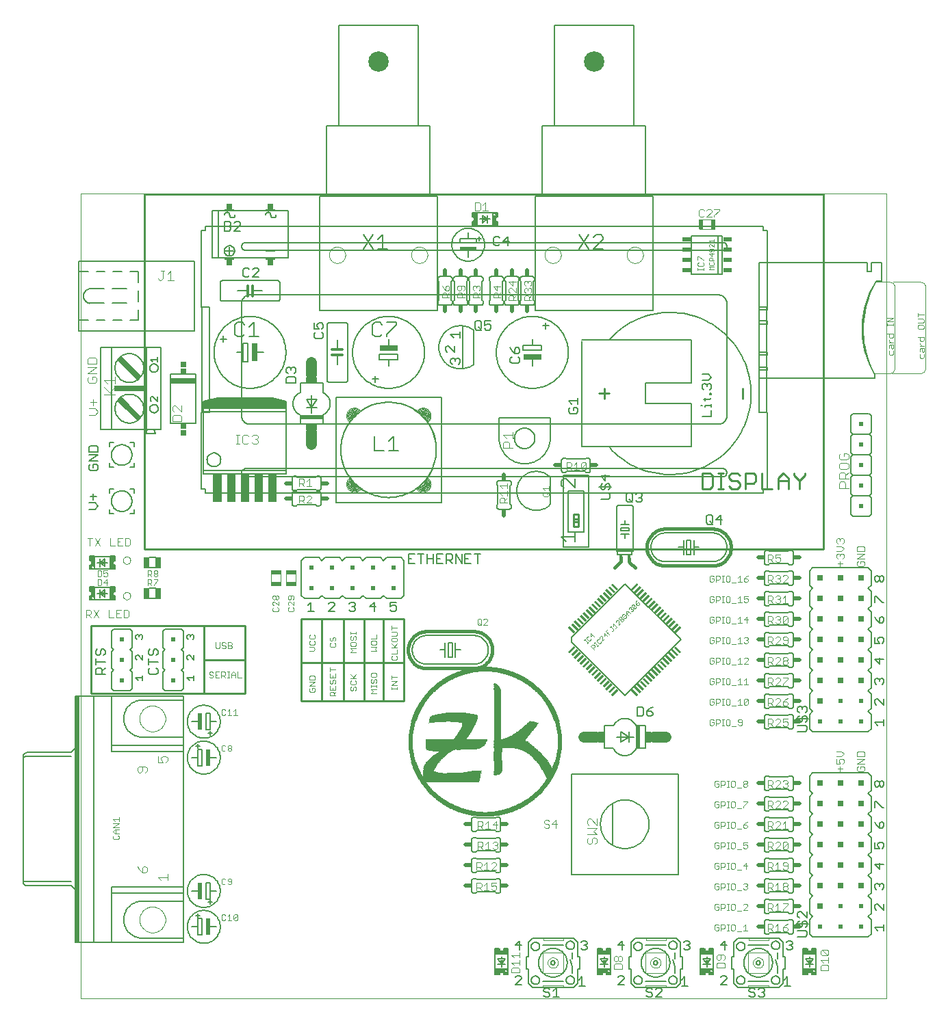
<source format=gto>
G75*
G70*
%OFA0B0*%
%FSLAX24Y24*%
%IPPOS*%
%LPD*%
%AMOC8*
5,1,8,0,0,1.08239X$1,22.5*
%
%ADD10C,0.0000*%
%ADD11C,0.0030*%
%ADD12C,0.0100*%
%ADD13C,0.0020*%
%ADD14C,0.0040*%
%ADD15R,0.0413X0.0010*%
%ADD16R,0.0689X0.0010*%
%ADD17R,0.0886X0.0010*%
%ADD18R,0.1043X0.0010*%
%ADD19R,0.1181X0.0010*%
%ADD20R,0.1299X0.0010*%
%ADD21R,0.1398X0.0010*%
%ADD22R,0.1516X0.0010*%
%ADD23R,0.1594X0.0010*%
%ADD24R,0.1693X0.0010*%
%ADD25R,0.1772X0.0010*%
%ADD26R,0.1850X0.0010*%
%ADD27R,0.1929X0.0010*%
%ADD28R,0.2008X0.0010*%
%ADD29R,0.2087X0.0010*%
%ADD30R,0.2146X0.0010*%
%ADD31R,0.2224X0.0010*%
%ADD32R,0.2283X0.0010*%
%ADD33R,0.2343X0.0010*%
%ADD34R,0.2402X0.0010*%
%ADD35R,0.1132X0.0010*%
%ADD36R,0.1024X0.0010*%
%ADD37R,0.0955X0.0010*%
%ADD38R,0.0906X0.0010*%
%ADD39R,0.0856X0.0010*%
%ADD40R,0.0827X0.0010*%
%ADD41R,0.0797X0.0010*%
%ADD42R,0.0768X0.0010*%
%ADD43R,0.0748X0.0010*%
%ADD44R,0.0719X0.0010*%
%ADD45R,0.0699X0.0010*%
%ADD46R,0.0669X0.0010*%
%ADD47R,0.0650X0.0010*%
%ADD48R,0.0630X0.0010*%
%ADD49R,0.0620X0.0010*%
%ADD50R,0.0600X0.0010*%
%ADD51R,0.0591X0.0010*%
%ADD52R,0.0581X0.0010*%
%ADD53R,0.0571X0.0010*%
%ADD54R,0.0561X0.0010*%
%ADD55R,0.0551X0.0010*%
%ADD56R,0.0541X0.0010*%
%ADD57R,0.0531X0.0010*%
%ADD58R,0.0522X0.0010*%
%ADD59R,0.0512X0.0010*%
%ADD60R,0.0502X0.0010*%
%ADD61R,0.0482X0.0010*%
%ADD62R,0.0472X0.0010*%
%ADD63R,0.0463X0.0010*%
%ADD64R,0.0453X0.0010*%
%ADD65R,0.0443X0.0010*%
%ADD66R,0.0433X0.0010*%
%ADD67R,0.0423X0.0010*%
%ADD68R,0.0404X0.0010*%
%ADD69R,0.0394X0.0010*%
%ADD70R,0.0384X0.0010*%
%ADD71R,0.0374X0.0010*%
%ADD72R,0.0364X0.0010*%
%ADD73R,0.0354X0.0010*%
%ADD74R,0.0344X0.0010*%
%ADD75R,0.0335X0.0010*%
%ADD76R,0.0325X0.0010*%
%ADD77R,0.0315X0.0010*%
%ADD78R,0.0305X0.0010*%
%ADD79R,0.0295X0.0010*%
%ADD80R,0.0285X0.0010*%
%ADD81R,0.0276X0.0010*%
%ADD82R,0.0266X0.0010*%
%ADD83R,0.2766X0.0010*%
%ADD84R,0.2795X0.0010*%
%ADD85R,0.2815X0.0010*%
%ADD86R,0.2835X0.0010*%
%ADD87R,0.0256X0.0010*%
%ADD88R,0.2854X0.0010*%
%ADD89R,0.2864X0.0010*%
%ADD90R,0.2874X0.0010*%
%ADD91R,0.2894X0.0010*%
%ADD92R,0.2904X0.0010*%
%ADD93R,0.2913X0.0010*%
%ADD94R,0.2923X0.0010*%
%ADD95R,0.2943X0.0010*%
%ADD96R,0.2963X0.0010*%
%ADD97R,0.2972X0.0010*%
%ADD98R,0.2992X0.0010*%
%ADD99R,0.3002X0.0010*%
%ADD100R,0.3012X0.0010*%
%ADD101R,0.3022X0.0010*%
%ADD102R,0.3041X0.0010*%
%ADD103R,0.2785X0.0010*%
%ADD104R,0.0246X0.0010*%
%ADD105R,0.2805X0.0010*%
%ADD106R,0.0138X0.0010*%
%ADD107R,0.2825X0.0010*%
%ADD108R,0.0187X0.0010*%
%ADD109R,0.0217X0.0010*%
%ADD110R,0.0492X0.0010*%
%ADD111R,0.0965X0.0010*%
%ADD112R,0.1644X0.0010*%
%ADD113R,0.0866X0.0010*%
%ADD114R,0.1526X0.0010*%
%ADD115R,0.0807X0.0010*%
%ADD116R,0.1240X0.0010*%
%ADD117R,0.0758X0.0010*%
%ADD118R,0.1004X0.0010*%
%ADD119R,0.0659X0.0010*%
%ADD120R,0.0728X0.0010*%
%ADD121R,0.0610X0.0010*%
%ADD122R,0.0640X0.0010*%
%ADD123R,0.0236X0.0010*%
%ADD124R,0.0679X0.0010*%
%ADD125R,0.0709X0.0010*%
%ADD126R,0.0738X0.0010*%
%ADD127R,0.0226X0.0010*%
%ADD128R,0.0207X0.0010*%
%ADD129R,0.1033X0.0010*%
%ADD130R,0.1201X0.0010*%
%ADD131R,0.1250X0.0010*%
%ADD132R,0.0778X0.0010*%
%ADD133R,0.1348X0.0010*%
%ADD134R,0.0020X0.0010*%
%ADD135R,0.0197X0.0010*%
%ADD136R,0.0817X0.0010*%
%ADD137R,0.2313X0.0010*%
%ADD138R,0.2411X0.0010*%
%ADD139R,0.0837X0.0010*%
%ADD140R,0.2470X0.0010*%
%ADD141R,0.2520X0.0010*%
%ADD142R,0.2559X0.0010*%
%ADD143R,0.0915X0.0010*%
%ADD144R,0.2589X0.0010*%
%ADD145R,0.0945X0.0010*%
%ADD146R,0.2608X0.0010*%
%ADD147R,0.0974X0.0010*%
%ADD148R,0.2638X0.0010*%
%ADD149R,0.2667X0.0010*%
%ADD150R,0.1093X0.0010*%
%ADD151R,0.2687X0.0010*%
%ADD152R,0.1978X0.0010*%
%ADD153R,0.2707X0.0010*%
%ADD154R,0.1969X0.0010*%
%ADD155R,0.2726X0.0010*%
%ADD156R,0.1959X0.0010*%
%ADD157R,0.2746X0.0010*%
%ADD158R,0.1939X0.0010*%
%ADD159R,0.2756X0.0010*%
%ADD160R,0.2776X0.0010*%
%ADD161R,0.1919X0.0010*%
%ADD162R,0.1909X0.0010*%
%ADD163R,0.1900X0.0010*%
%ADD164R,0.1880X0.0010*%
%ADD165R,0.1870X0.0010*%
%ADD166R,0.1860X0.0010*%
%ADD167R,0.2844X0.0010*%
%ADD168R,0.1841X0.0010*%
%ADD169R,0.1821X0.0010*%
%ADD170R,0.1811X0.0010*%
%ADD171R,0.1801X0.0010*%
%ADD172R,0.2884X0.0010*%
%ADD173R,0.1791X0.0010*%
%ADD174R,0.1781X0.0010*%
%ADD175R,0.1762X0.0010*%
%ADD176R,0.1752X0.0010*%
%ADD177R,0.1742X0.0010*%
%ADD178R,0.1732X0.0010*%
%ADD179R,0.1722X0.0010*%
%ADD180R,0.1713X0.0010*%
%ADD181R,0.2933X0.0010*%
%ADD182R,0.1683X0.0010*%
%ADD183R,0.1673X0.0010*%
%ADD184R,0.1663X0.0010*%
%ADD185R,0.2953X0.0010*%
%ADD186R,0.1654X0.0010*%
%ADD187R,0.1634X0.0010*%
%ADD188R,0.1624X0.0010*%
%ADD189R,0.1535X0.0010*%
%ADD190R,0.2982X0.0010*%
%ADD191R,0.1083X0.0010*%
%ADD192R,0.1152X0.0010*%
%ADD193R,0.1112X0.0010*%
%ADD194R,0.1053X0.0010*%
%ADD195R,0.1014X0.0010*%
%ADD196R,0.0994X0.0010*%
%ADD197R,0.0935X0.0010*%
%ADD198R,0.0925X0.0010*%
%ADD199R,0.0896X0.0010*%
%ADD200R,0.0876X0.0010*%
%ADD201R,0.0787X0.0010*%
%ADD202R,0.0030X0.0010*%
%ADD203R,0.0108X0.0010*%
%ADD204R,0.0177X0.0010*%
%ADD205R,0.0846X0.0010*%
%ADD206R,0.0128X0.0010*%
%ADD207R,0.1280X0.0010*%
%ADD208R,0.0079X0.0010*%
%ADD209R,0.2303X0.0010*%
%ADD210R,0.2323X0.0010*%
%ADD211R,0.2293X0.0010*%
%ADD212R,0.2274X0.0010*%
%ADD213R,0.2264X0.0010*%
%ADD214R,0.2244X0.0010*%
%ADD215R,0.2175X0.0010*%
%ADD216R,0.2106X0.0010*%
%ADD217R,0.2037X0.0010*%
%ADD218R,0.1703X0.0010*%
%ADD219R,0.1614X0.0010*%
%ADD220R,0.1407X0.0010*%
%ADD221R,0.1289X0.0010*%
%ADD222R,0.1161X0.0010*%
%ADD223R,0.0167X0.0010*%
%ADD224R,0.0157X0.0010*%
%ADD225R,0.0089X0.0010*%
%ADD226R,0.0059X0.0010*%
%ADD227C,0.0050*%
%ADD228C,0.0090*%
%ADD229C,0.0060*%
%ADD230R,0.0300X0.0350*%
%ADD231R,0.0500X0.0100*%
%ADD232R,0.0900X0.0250*%
%ADD233C,0.0120*%
%ADD234C,0.0080*%
%ADD235C,0.0200*%
%ADD236R,0.0100X0.0200*%
%ADD237R,0.0200X0.0100*%
%ADD238C,0.0992*%
%ADD239C,0.0010*%
%ADD240R,0.0125X0.0125*%
%ADD241R,0.0150X1.2000*%
%ADD242R,0.0200X0.0800*%
%ADD243R,0.0240X0.0240*%
%ADD244R,0.0125X0.0125*%
%ADD245C,0.0240*%
%ADD246R,0.1500X0.0300*%
%ADD247R,0.1200X0.0300*%
%ADD248R,0.0250X0.0312*%
%ADD249R,0.0250X0.0313*%
%ADD250R,0.0250X0.0250*%
%ADD251R,0.0394X0.0110*%
%ADD252R,0.0110X0.0394*%
%ADD253C,0.0160*%
%ADD254R,0.0160X0.0230*%
%ADD255C,0.0540*%
%ADD256R,0.1100X0.0200*%
%ADD257R,0.0520X0.0310*%
%ADD258R,0.0433X0.0193*%
%ADD259R,0.0800X0.0200*%
%ADD260R,0.0250X0.0900*%
%ADD261R,0.0256X0.0551*%
%ADD262R,0.0200X0.1100*%
%ADD263R,0.0310X0.0520*%
%ADD264R,0.0512X0.0197*%
%ADD265R,0.0197X0.0512*%
D10*
X005081Y004038D02*
X005081Y043283D01*
X044323Y043283D01*
X044323Y004038D01*
X005081Y004038D01*
X007951Y007888D02*
X007953Y007938D01*
X007959Y007988D01*
X007969Y008037D01*
X007983Y008085D01*
X008000Y008132D01*
X008021Y008177D01*
X008046Y008221D01*
X008074Y008262D01*
X008106Y008301D01*
X008140Y008338D01*
X008177Y008372D01*
X008217Y008402D01*
X008259Y008429D01*
X008303Y008453D01*
X008349Y008474D01*
X008396Y008490D01*
X008444Y008503D01*
X008494Y008512D01*
X008543Y008517D01*
X008594Y008518D01*
X008644Y008515D01*
X008693Y008508D01*
X008742Y008497D01*
X008790Y008482D01*
X008836Y008464D01*
X008881Y008442D01*
X008924Y008416D01*
X008965Y008387D01*
X009004Y008355D01*
X009040Y008320D01*
X009072Y008282D01*
X009102Y008242D01*
X009129Y008199D01*
X009152Y008155D01*
X009171Y008109D01*
X009187Y008061D01*
X009199Y008012D01*
X009207Y007963D01*
X009211Y007913D01*
X009211Y007863D01*
X009207Y007813D01*
X009199Y007764D01*
X009187Y007715D01*
X009171Y007667D01*
X009152Y007621D01*
X009129Y007577D01*
X009102Y007534D01*
X009072Y007494D01*
X009040Y007456D01*
X009004Y007421D01*
X008965Y007389D01*
X008924Y007360D01*
X008881Y007334D01*
X008836Y007312D01*
X008790Y007294D01*
X008742Y007279D01*
X008693Y007268D01*
X008644Y007261D01*
X008594Y007258D01*
X008543Y007259D01*
X008494Y007264D01*
X008444Y007273D01*
X008396Y007286D01*
X008349Y007302D01*
X008303Y007323D01*
X008259Y007347D01*
X008217Y007374D01*
X008177Y007404D01*
X008140Y007438D01*
X008106Y007475D01*
X008074Y007514D01*
X008046Y007555D01*
X008021Y007599D01*
X008000Y007644D01*
X007983Y007691D01*
X007969Y007739D01*
X007959Y007788D01*
X007953Y007838D01*
X007951Y007888D01*
X007951Y017688D02*
X007953Y017738D01*
X007959Y017788D01*
X007969Y017837D01*
X007983Y017885D01*
X008000Y017932D01*
X008021Y017977D01*
X008046Y018021D01*
X008074Y018062D01*
X008106Y018101D01*
X008140Y018138D01*
X008177Y018172D01*
X008217Y018202D01*
X008259Y018229D01*
X008303Y018253D01*
X008349Y018274D01*
X008396Y018290D01*
X008444Y018303D01*
X008494Y018312D01*
X008543Y018317D01*
X008594Y018318D01*
X008644Y018315D01*
X008693Y018308D01*
X008742Y018297D01*
X008790Y018282D01*
X008836Y018264D01*
X008881Y018242D01*
X008924Y018216D01*
X008965Y018187D01*
X009004Y018155D01*
X009040Y018120D01*
X009072Y018082D01*
X009102Y018042D01*
X009129Y017999D01*
X009152Y017955D01*
X009171Y017909D01*
X009187Y017861D01*
X009199Y017812D01*
X009207Y017763D01*
X009211Y017713D01*
X009211Y017663D01*
X009207Y017613D01*
X009199Y017564D01*
X009187Y017515D01*
X009171Y017467D01*
X009152Y017421D01*
X009129Y017377D01*
X009102Y017334D01*
X009072Y017294D01*
X009040Y017256D01*
X009004Y017221D01*
X008965Y017189D01*
X008924Y017160D01*
X008881Y017134D01*
X008836Y017112D01*
X008790Y017094D01*
X008742Y017079D01*
X008693Y017068D01*
X008644Y017061D01*
X008594Y017058D01*
X008543Y017059D01*
X008494Y017064D01*
X008444Y017073D01*
X008396Y017086D01*
X008349Y017102D01*
X008303Y017123D01*
X008259Y017147D01*
X008217Y017174D01*
X008177Y017204D01*
X008140Y017238D01*
X008106Y017275D01*
X008074Y017314D01*
X008046Y017355D01*
X008021Y017399D01*
X008000Y017444D01*
X007983Y017491D01*
X007969Y017539D01*
X007959Y017588D01*
X007953Y017638D01*
X007951Y017688D01*
X007154Y023672D02*
X007156Y023698D01*
X007162Y023724D01*
X007172Y023749D01*
X007185Y023772D01*
X007201Y023792D01*
X007221Y023810D01*
X007243Y023825D01*
X007266Y023837D01*
X007292Y023845D01*
X007318Y023849D01*
X007344Y023849D01*
X007370Y023845D01*
X007396Y023837D01*
X007420Y023825D01*
X007441Y023810D01*
X007461Y023792D01*
X007477Y023772D01*
X007490Y023749D01*
X007500Y023724D01*
X007506Y023698D01*
X007508Y023672D01*
X007506Y023646D01*
X007500Y023620D01*
X007490Y023595D01*
X007477Y023572D01*
X007461Y023552D01*
X007441Y023534D01*
X007419Y023519D01*
X007396Y023507D01*
X007370Y023499D01*
X007344Y023495D01*
X007318Y023495D01*
X007292Y023499D01*
X007266Y023507D01*
X007242Y023519D01*
X007221Y023534D01*
X007201Y023552D01*
X007185Y023572D01*
X007172Y023595D01*
X007162Y023620D01*
X007156Y023646D01*
X007154Y023672D01*
X007154Y025404D02*
X007156Y025430D01*
X007162Y025456D01*
X007172Y025481D01*
X007185Y025504D01*
X007201Y025524D01*
X007221Y025542D01*
X007243Y025557D01*
X007266Y025569D01*
X007292Y025577D01*
X007318Y025581D01*
X007344Y025581D01*
X007370Y025577D01*
X007396Y025569D01*
X007420Y025557D01*
X007441Y025542D01*
X007461Y025524D01*
X007477Y025504D01*
X007490Y025481D01*
X007500Y025456D01*
X007506Y025430D01*
X007508Y025404D01*
X007506Y025378D01*
X007500Y025352D01*
X007490Y025327D01*
X007477Y025304D01*
X007461Y025284D01*
X007441Y025266D01*
X007419Y025251D01*
X007396Y025239D01*
X007370Y025231D01*
X007344Y025227D01*
X007318Y025227D01*
X007292Y025231D01*
X007266Y025239D01*
X007242Y025251D01*
X007221Y025266D01*
X007201Y025284D01*
X007185Y025304D01*
X007172Y025327D01*
X007162Y025352D01*
X007156Y025378D01*
X007154Y025404D01*
X017187Y040288D02*
X017189Y040327D01*
X017195Y040366D01*
X017205Y040404D01*
X017218Y040441D01*
X017235Y040476D01*
X017255Y040510D01*
X017279Y040541D01*
X017306Y040570D01*
X017335Y040596D01*
X017367Y040619D01*
X017401Y040639D01*
X017437Y040655D01*
X017474Y040667D01*
X017513Y040676D01*
X017552Y040681D01*
X017591Y040682D01*
X017630Y040679D01*
X017669Y040672D01*
X017706Y040661D01*
X017743Y040647D01*
X017778Y040629D01*
X017811Y040608D01*
X017842Y040583D01*
X017870Y040556D01*
X017895Y040526D01*
X017917Y040493D01*
X017936Y040459D01*
X017951Y040423D01*
X017963Y040385D01*
X017971Y040347D01*
X017975Y040308D01*
X017975Y040268D01*
X017971Y040229D01*
X017963Y040191D01*
X017951Y040153D01*
X017936Y040117D01*
X017917Y040083D01*
X017895Y040050D01*
X017870Y040020D01*
X017842Y039993D01*
X017811Y039968D01*
X017778Y039947D01*
X017743Y039929D01*
X017706Y039915D01*
X017669Y039904D01*
X017630Y039897D01*
X017591Y039894D01*
X017552Y039895D01*
X017513Y039900D01*
X017474Y039909D01*
X017437Y039921D01*
X017401Y039937D01*
X017367Y039957D01*
X017335Y039980D01*
X017306Y040006D01*
X017279Y040035D01*
X017255Y040066D01*
X017235Y040100D01*
X017218Y040135D01*
X017205Y040172D01*
X017195Y040210D01*
X017189Y040249D01*
X017187Y040288D01*
X021187Y040288D02*
X021189Y040327D01*
X021195Y040366D01*
X021205Y040404D01*
X021218Y040441D01*
X021235Y040476D01*
X021255Y040510D01*
X021279Y040541D01*
X021306Y040570D01*
X021335Y040596D01*
X021367Y040619D01*
X021401Y040639D01*
X021437Y040655D01*
X021474Y040667D01*
X021513Y040676D01*
X021552Y040681D01*
X021591Y040682D01*
X021630Y040679D01*
X021669Y040672D01*
X021706Y040661D01*
X021743Y040647D01*
X021778Y040629D01*
X021811Y040608D01*
X021842Y040583D01*
X021870Y040556D01*
X021895Y040526D01*
X021917Y040493D01*
X021936Y040459D01*
X021951Y040423D01*
X021963Y040385D01*
X021971Y040347D01*
X021975Y040308D01*
X021975Y040268D01*
X021971Y040229D01*
X021963Y040191D01*
X021951Y040153D01*
X021936Y040117D01*
X021917Y040083D01*
X021895Y040050D01*
X021870Y040020D01*
X021842Y039993D01*
X021811Y039968D01*
X021778Y039947D01*
X021743Y039929D01*
X021706Y039915D01*
X021669Y039904D01*
X021630Y039897D01*
X021591Y039894D01*
X021552Y039895D01*
X021513Y039900D01*
X021474Y039909D01*
X021437Y039921D01*
X021401Y039937D01*
X021367Y039957D01*
X021335Y039980D01*
X021306Y040006D01*
X021279Y040035D01*
X021255Y040066D01*
X021235Y040100D01*
X021218Y040135D01*
X021205Y040172D01*
X021195Y040210D01*
X021189Y040249D01*
X021187Y040288D01*
X027687Y040288D02*
X027689Y040327D01*
X027695Y040366D01*
X027705Y040404D01*
X027718Y040441D01*
X027735Y040476D01*
X027755Y040510D01*
X027779Y040541D01*
X027806Y040570D01*
X027835Y040596D01*
X027867Y040619D01*
X027901Y040639D01*
X027937Y040655D01*
X027974Y040667D01*
X028013Y040676D01*
X028052Y040681D01*
X028091Y040682D01*
X028130Y040679D01*
X028169Y040672D01*
X028206Y040661D01*
X028243Y040647D01*
X028278Y040629D01*
X028311Y040608D01*
X028342Y040583D01*
X028370Y040556D01*
X028395Y040526D01*
X028417Y040493D01*
X028436Y040459D01*
X028451Y040423D01*
X028463Y040385D01*
X028471Y040347D01*
X028475Y040308D01*
X028475Y040268D01*
X028471Y040229D01*
X028463Y040191D01*
X028451Y040153D01*
X028436Y040117D01*
X028417Y040083D01*
X028395Y040050D01*
X028370Y040020D01*
X028342Y039993D01*
X028311Y039968D01*
X028278Y039947D01*
X028243Y039929D01*
X028206Y039915D01*
X028169Y039904D01*
X028130Y039897D01*
X028091Y039894D01*
X028052Y039895D01*
X028013Y039900D01*
X027974Y039909D01*
X027937Y039921D01*
X027901Y039937D01*
X027867Y039957D01*
X027835Y039980D01*
X027806Y040006D01*
X027779Y040035D01*
X027755Y040066D01*
X027735Y040100D01*
X027718Y040135D01*
X027705Y040172D01*
X027695Y040210D01*
X027689Y040249D01*
X027687Y040288D01*
X031687Y040288D02*
X031689Y040327D01*
X031695Y040366D01*
X031705Y040404D01*
X031718Y040441D01*
X031735Y040476D01*
X031755Y040510D01*
X031779Y040541D01*
X031806Y040570D01*
X031835Y040596D01*
X031867Y040619D01*
X031901Y040639D01*
X031937Y040655D01*
X031974Y040667D01*
X032013Y040676D01*
X032052Y040681D01*
X032091Y040682D01*
X032130Y040679D01*
X032169Y040672D01*
X032206Y040661D01*
X032243Y040647D01*
X032278Y040629D01*
X032311Y040608D01*
X032342Y040583D01*
X032370Y040556D01*
X032395Y040526D01*
X032417Y040493D01*
X032436Y040459D01*
X032451Y040423D01*
X032463Y040385D01*
X032471Y040347D01*
X032475Y040308D01*
X032475Y040268D01*
X032471Y040229D01*
X032463Y040191D01*
X032451Y040153D01*
X032436Y040117D01*
X032417Y040083D01*
X032395Y040050D01*
X032370Y040020D01*
X032342Y039993D01*
X032311Y039968D01*
X032278Y039947D01*
X032243Y039929D01*
X032206Y039915D01*
X032169Y039904D01*
X032130Y039897D01*
X032091Y039894D01*
X032052Y039895D01*
X032013Y039900D01*
X031974Y039909D01*
X031937Y039921D01*
X031901Y039937D01*
X031867Y039957D01*
X031835Y039980D01*
X031806Y040006D01*
X031779Y040035D01*
X031755Y040066D01*
X031735Y040100D01*
X031718Y040135D01*
X031705Y040172D01*
X031695Y040210D01*
X031689Y040249D01*
X031687Y040288D01*
X043788Y038967D02*
X044481Y038967D01*
X044654Y038967D02*
X045977Y038967D01*
X046007Y038965D01*
X046037Y038960D01*
X046066Y038951D01*
X046094Y038938D01*
X046120Y038922D01*
X046144Y038904D01*
X046166Y038882D01*
X046184Y038858D01*
X046200Y038832D01*
X046213Y038804D01*
X046222Y038775D01*
X046227Y038745D01*
X046229Y038715D01*
X046229Y034797D01*
X046227Y034766D01*
X046222Y034735D01*
X046213Y034705D01*
X046201Y034676D01*
X046186Y034649D01*
X046168Y034624D01*
X046148Y034600D01*
X046124Y034580D01*
X046099Y034562D01*
X046072Y034547D01*
X046043Y034535D01*
X046013Y034526D01*
X045982Y034521D01*
X045951Y034519D01*
X045951Y034518D02*
X044576Y034518D01*
X044455Y034518D02*
X043749Y034518D01*
X044455Y034519D02*
X044486Y034521D01*
X044517Y034526D01*
X044547Y034535D01*
X044576Y034547D01*
X044603Y034562D01*
X044628Y034580D01*
X044652Y034600D01*
X044672Y034624D01*
X044690Y034649D01*
X044705Y034676D01*
X044717Y034705D01*
X044726Y034735D01*
X044731Y034766D01*
X044733Y034797D01*
X044733Y038715D01*
X044731Y038745D01*
X044726Y038775D01*
X044717Y038804D01*
X044704Y038832D01*
X044688Y038858D01*
X044670Y038882D01*
X044648Y038904D01*
X044624Y038922D01*
X044598Y038938D01*
X044570Y038951D01*
X044541Y038960D01*
X044511Y038965D01*
X044481Y038967D01*
D11*
X044354Y037227D02*
X044644Y037227D01*
X044354Y037034D01*
X044644Y037034D01*
X044644Y036934D02*
X044644Y036837D01*
X044644Y036886D02*
X044354Y036886D01*
X044354Y036934D02*
X044354Y036837D01*
X044354Y036442D02*
X044644Y036442D01*
X044644Y036297D01*
X044596Y036248D01*
X044499Y036248D01*
X044451Y036297D01*
X044451Y036442D01*
X044451Y036148D02*
X044451Y036099D01*
X044548Y036003D01*
X044644Y036003D02*
X044451Y036003D01*
X044499Y035901D02*
X044644Y035901D01*
X044644Y035756D01*
X044596Y035708D01*
X044548Y035756D01*
X044548Y035901D01*
X044499Y035901D02*
X044451Y035853D01*
X044451Y035756D01*
X044451Y035607D02*
X044451Y035462D01*
X044499Y035413D01*
X044596Y035413D01*
X044644Y035462D01*
X044644Y035607D01*
X045850Y036285D02*
X046140Y036285D01*
X046140Y036140D01*
X046092Y036092D01*
X045995Y036092D01*
X045947Y036140D01*
X045947Y036285D01*
X045947Y035991D02*
X045947Y035943D01*
X046044Y035846D01*
X046140Y035846D02*
X045947Y035846D01*
X045995Y035745D02*
X046140Y035745D01*
X046140Y035600D01*
X046092Y035551D01*
X046044Y035600D01*
X046044Y035745D01*
X045995Y035745D02*
X045947Y035696D01*
X045947Y035600D01*
X045947Y035450D02*
X045947Y035305D01*
X045995Y035257D01*
X046092Y035257D01*
X046140Y035305D01*
X046140Y035450D01*
X046092Y036681D02*
X046140Y036729D01*
X046140Y036826D01*
X046092Y036874D01*
X045899Y036874D01*
X045850Y036826D01*
X045850Y036729D01*
X045899Y036681D01*
X046092Y036681D01*
X046092Y036975D02*
X046140Y037024D01*
X046140Y037121D01*
X046092Y037169D01*
X045850Y037169D01*
X045850Y037270D02*
X045850Y037464D01*
X045850Y037367D02*
X046140Y037367D01*
X046092Y036975D02*
X045850Y036975D01*
X036186Y042456D02*
X035939Y042209D01*
X035939Y042147D01*
X035817Y042147D02*
X035571Y042147D01*
X035817Y042394D01*
X035817Y042456D01*
X035756Y042518D01*
X035632Y042518D01*
X035571Y042456D01*
X035449Y042456D02*
X035387Y042518D01*
X035264Y042518D01*
X035202Y042456D01*
X035202Y042209D01*
X035264Y042147D01*
X035387Y042147D01*
X035449Y042209D01*
X035939Y042518D02*
X036186Y042518D01*
X036186Y042456D01*
X035187Y040228D02*
X035381Y040034D01*
X035429Y040034D01*
X035381Y039933D02*
X035429Y039885D01*
X035429Y039788D01*
X035381Y039740D01*
X035187Y039740D01*
X035139Y039788D01*
X035139Y039885D01*
X035187Y039933D01*
X035139Y040034D02*
X035139Y040228D01*
X035187Y040228D01*
X035139Y039640D02*
X035139Y039543D01*
X035139Y039592D02*
X035429Y039592D01*
X035429Y039640D02*
X035429Y039543D01*
X027886Y029014D02*
X027886Y028821D01*
X027886Y028918D02*
X027596Y028918D01*
X027692Y028821D01*
X027644Y028720D02*
X027838Y028720D01*
X027886Y028671D01*
X027886Y028575D01*
X027838Y028526D01*
X027644Y028526D01*
X027596Y028575D01*
X027596Y028671D01*
X027644Y028720D01*
X027789Y028623D02*
X027886Y028720D01*
X024848Y022556D02*
X024751Y022556D01*
X024703Y022507D01*
X024602Y022507D02*
X024602Y022314D01*
X024554Y022265D01*
X024457Y022265D01*
X024408Y022314D01*
X024408Y022507D01*
X024457Y022556D01*
X024554Y022556D01*
X024602Y022507D01*
X024505Y022362D02*
X024602Y022265D01*
X024703Y022265D02*
X024897Y022459D01*
X024897Y022507D01*
X024848Y022556D01*
X024897Y022265D02*
X024703Y022265D01*
X020503Y022123D02*
X020213Y022123D01*
X020213Y022026D02*
X020213Y022220D01*
X020213Y021925D02*
X020455Y021925D01*
X020503Y021877D01*
X020503Y021780D01*
X020455Y021732D01*
X020213Y021732D01*
X020262Y021630D02*
X020213Y021582D01*
X020213Y021485D01*
X020262Y021437D01*
X020455Y021437D01*
X020503Y021485D01*
X020503Y021582D01*
X020455Y021630D01*
X020262Y021630D01*
X020213Y021336D02*
X020407Y021142D01*
X020358Y021191D02*
X020503Y021336D01*
X020503Y021142D02*
X020213Y021142D01*
X020213Y020848D02*
X020503Y020848D01*
X020503Y021041D01*
X020455Y020746D02*
X020503Y020698D01*
X020503Y020601D01*
X020455Y020553D01*
X020262Y020553D01*
X020213Y020601D01*
X020213Y020698D01*
X020262Y020746D01*
X019503Y020990D02*
X019407Y021087D01*
X019503Y021184D01*
X019213Y021184D01*
X019262Y021285D02*
X019455Y021285D01*
X019503Y021334D01*
X019503Y021430D01*
X019455Y021479D01*
X019262Y021479D01*
X019213Y021430D01*
X019213Y021334D01*
X019262Y021285D01*
X019213Y020990D02*
X019503Y020990D01*
X019503Y021580D02*
X019213Y021580D01*
X019503Y021580D02*
X019503Y021773D01*
X018503Y021812D02*
X018503Y021909D01*
X018503Y021860D02*
X018213Y021860D01*
X018213Y021812D02*
X018213Y021909D01*
X018262Y021711D02*
X018213Y021662D01*
X018213Y021566D01*
X018262Y021517D01*
X018310Y021517D01*
X018358Y021566D01*
X018358Y021662D01*
X018407Y021711D01*
X018455Y021711D01*
X018503Y021662D01*
X018503Y021566D01*
X018455Y021517D01*
X018455Y021416D02*
X018262Y021416D01*
X018213Y021368D01*
X018213Y021271D01*
X018262Y021223D01*
X018455Y021223D01*
X018503Y021271D01*
X018503Y021368D01*
X018455Y021416D01*
X018503Y021121D02*
X018213Y021121D01*
X018310Y021025D01*
X018213Y020928D01*
X018503Y020928D01*
X017503Y021226D02*
X017503Y021323D01*
X017455Y021371D01*
X017455Y021473D02*
X017503Y021521D01*
X017503Y021618D01*
X017455Y021666D01*
X017407Y021666D01*
X017358Y021618D01*
X017358Y021521D01*
X017310Y021473D01*
X017262Y021473D01*
X017213Y021521D01*
X017213Y021618D01*
X017262Y021666D01*
X017262Y021371D02*
X017213Y021323D01*
X017213Y021226D01*
X017262Y021178D01*
X017455Y021178D01*
X017503Y021226D01*
X016503Y021334D02*
X016503Y021430D01*
X016455Y021479D01*
X016455Y021580D02*
X016503Y021628D01*
X016503Y021725D01*
X016455Y021773D01*
X016455Y021580D02*
X016262Y021580D01*
X016213Y021628D01*
X016213Y021725D01*
X016262Y021773D01*
X016262Y021479D02*
X016213Y021430D01*
X016213Y021334D01*
X016262Y021285D01*
X016455Y021285D01*
X016503Y021334D01*
X016407Y021184D02*
X016213Y021184D01*
X016213Y020990D02*
X016407Y020990D01*
X016503Y021087D01*
X016407Y021184D01*
X017213Y020175D02*
X017213Y019982D01*
X017213Y020078D02*
X017503Y020078D01*
X017503Y019880D02*
X017503Y019687D01*
X017213Y019687D01*
X017213Y019880D01*
X017358Y019784D02*
X017358Y019687D01*
X017407Y019586D02*
X017455Y019586D01*
X017503Y019537D01*
X017503Y019441D01*
X017455Y019392D01*
X017358Y019441D02*
X017358Y019537D01*
X017407Y019586D01*
X017262Y019586D02*
X017213Y019537D01*
X017213Y019441D01*
X017262Y019392D01*
X017310Y019392D01*
X017358Y019441D01*
X017213Y019291D02*
X017213Y019098D01*
X017503Y019098D01*
X017503Y019291D01*
X017358Y019194D02*
X017358Y019098D01*
X017358Y018996D02*
X017407Y018948D01*
X017407Y018803D01*
X017503Y018803D02*
X017213Y018803D01*
X017213Y018948D01*
X017262Y018996D01*
X017358Y018996D01*
X017407Y018900D02*
X017503Y018996D01*
X018213Y019101D02*
X018262Y019053D01*
X018310Y019053D01*
X018358Y019101D01*
X018358Y019198D01*
X018407Y019246D01*
X018455Y019246D01*
X018503Y019198D01*
X018503Y019101D01*
X018455Y019053D01*
X018213Y019101D02*
X018213Y019198D01*
X018262Y019246D01*
X018262Y019348D02*
X018455Y019348D01*
X018503Y019396D01*
X018503Y019493D01*
X018455Y019541D01*
X018407Y019642D02*
X018213Y019836D01*
X018213Y019642D02*
X018503Y019642D01*
X018358Y019691D02*
X018503Y019836D01*
X018262Y019541D02*
X018213Y019493D01*
X018213Y019396D01*
X018262Y019348D01*
X019213Y019319D02*
X019213Y019223D01*
X019213Y019271D02*
X019503Y019271D01*
X019503Y019223D02*
X019503Y019319D01*
X019455Y019419D02*
X019503Y019467D01*
X019503Y019564D01*
X019455Y019613D01*
X019407Y019613D01*
X019358Y019564D01*
X019358Y019467D01*
X019310Y019419D01*
X019262Y019419D01*
X019213Y019467D01*
X019213Y019564D01*
X019262Y019613D01*
X019262Y019714D02*
X019455Y019714D01*
X019503Y019762D01*
X019503Y019859D01*
X019455Y019907D01*
X019262Y019907D01*
X019213Y019859D01*
X019213Y019762D01*
X019262Y019714D01*
X019213Y019121D02*
X019503Y019121D01*
X019503Y018928D02*
X019213Y018928D01*
X019310Y019025D01*
X019213Y019121D01*
X020213Y019115D02*
X020213Y019212D01*
X020213Y019164D02*
X020503Y019164D01*
X020503Y019212D02*
X020503Y019115D01*
X020503Y019312D02*
X020213Y019312D01*
X020503Y019505D01*
X020213Y019505D01*
X020213Y019607D02*
X020213Y019800D01*
X020213Y019703D02*
X020503Y019703D01*
X016503Y019725D02*
X016503Y019580D01*
X016213Y019580D01*
X016213Y019725D01*
X016262Y019773D01*
X016455Y019773D01*
X016503Y019725D01*
X016503Y019479D02*
X016213Y019479D01*
X016213Y019285D02*
X016503Y019479D01*
X016503Y019285D02*
X016213Y019285D01*
X016262Y019184D02*
X016213Y019136D01*
X016213Y019039D01*
X016262Y018990D01*
X016455Y018990D01*
X016503Y019039D01*
X016503Y019136D01*
X016455Y019184D01*
X016358Y019184D01*
X016358Y019087D01*
X012915Y019678D02*
X012721Y019678D01*
X012721Y019968D01*
X012620Y019871D02*
X012620Y019678D01*
X012620Y019823D02*
X012426Y019823D01*
X012426Y019871D02*
X012523Y019968D01*
X012620Y019871D01*
X012426Y019871D02*
X012426Y019678D01*
X012327Y019678D02*
X012230Y019678D01*
X012278Y019678D02*
X012278Y019968D01*
X012230Y019968D02*
X012327Y019968D01*
X012129Y019920D02*
X012129Y019823D01*
X012080Y019775D01*
X011935Y019775D01*
X011935Y019678D02*
X011935Y019968D01*
X012080Y019968D01*
X012129Y019920D01*
X012032Y019775D02*
X012129Y019678D01*
X011834Y019678D02*
X011641Y019678D01*
X011641Y019968D01*
X011834Y019968D01*
X011737Y019823D02*
X011641Y019823D01*
X011539Y019775D02*
X011539Y019726D01*
X011491Y019678D01*
X011394Y019678D01*
X011346Y019726D01*
X011394Y019823D02*
X011491Y019823D01*
X011539Y019775D01*
X011539Y019920D02*
X011491Y019968D01*
X011394Y019968D01*
X011346Y019920D01*
X011346Y019871D01*
X011394Y019823D01*
X011707Y021115D02*
X011804Y021115D01*
X011852Y021164D01*
X011852Y021406D01*
X011953Y021357D02*
X011953Y021309D01*
X012001Y021261D01*
X012098Y021261D01*
X012147Y021212D01*
X012147Y021164D01*
X012098Y021115D01*
X012001Y021115D01*
X011953Y021164D01*
X011953Y021357D02*
X012001Y021406D01*
X012098Y021406D01*
X012147Y021357D01*
X012248Y021406D02*
X012393Y021406D01*
X012441Y021357D01*
X012441Y021309D01*
X012393Y021261D01*
X012248Y021261D01*
X012248Y021406D02*
X012248Y021115D01*
X012393Y021115D01*
X012441Y021164D01*
X012441Y021212D01*
X012393Y021261D01*
X011707Y021115D02*
X011658Y021164D01*
X011658Y021406D01*
X014431Y022958D02*
X014480Y022909D01*
X014673Y022909D01*
X014721Y022958D01*
X014721Y023054D01*
X014673Y023103D01*
X014721Y023204D02*
X014528Y023397D01*
X014480Y023397D01*
X014431Y023349D01*
X014431Y023252D01*
X014480Y023204D01*
X014480Y023103D02*
X014431Y023054D01*
X014431Y022958D01*
X014721Y023204D02*
X014721Y023397D01*
X014673Y023499D02*
X014625Y023499D01*
X014576Y023547D01*
X014576Y023644D01*
X014625Y023692D01*
X014673Y023692D01*
X014721Y023644D01*
X014721Y023547D01*
X014673Y023499D01*
X014576Y023547D02*
X014528Y023499D01*
X014480Y023499D01*
X014431Y023547D01*
X014431Y023644D01*
X014480Y023692D01*
X014528Y023692D01*
X014576Y023644D01*
X015181Y023644D02*
X015181Y023547D01*
X015230Y023499D01*
X015278Y023499D01*
X015326Y023547D01*
X015326Y023692D01*
X015230Y023692D02*
X015423Y023692D01*
X015471Y023644D01*
X015471Y023547D01*
X015423Y023499D01*
X015471Y023397D02*
X015471Y023204D01*
X015278Y023397D01*
X015230Y023397D01*
X015181Y023349D01*
X015181Y023252D01*
X015230Y023204D01*
X015230Y023103D02*
X015181Y023054D01*
X015181Y022958D01*
X015230Y022909D01*
X015423Y022909D01*
X015471Y022958D01*
X015471Y023054D01*
X015423Y023103D01*
X015181Y023644D02*
X015230Y023692D01*
X012632Y018143D02*
X012632Y017853D01*
X012535Y017853D02*
X012729Y017853D01*
X012535Y018046D02*
X012632Y018143D01*
X012337Y018143D02*
X012337Y017853D01*
X012241Y017853D02*
X012434Y017853D01*
X012241Y018046D02*
X012337Y018143D01*
X012139Y018095D02*
X012091Y018143D01*
X011994Y018143D01*
X011946Y018095D01*
X011946Y017901D01*
X011994Y017853D01*
X012091Y017853D01*
X012139Y017901D01*
X012091Y016393D02*
X011994Y016393D01*
X011946Y016345D01*
X011946Y016151D01*
X011994Y016103D01*
X012091Y016103D01*
X012139Y016151D01*
X012241Y016151D02*
X012241Y016200D01*
X012289Y016248D01*
X012386Y016248D01*
X012434Y016200D01*
X012434Y016151D01*
X012386Y016103D01*
X012289Y016103D01*
X012241Y016151D01*
X012289Y016248D02*
X012241Y016296D01*
X012241Y016345D01*
X012289Y016393D01*
X012386Y016393D01*
X012434Y016345D01*
X012434Y016296D01*
X012386Y016248D01*
X012139Y016345D02*
X012091Y016393D01*
X006941Y012880D02*
X006941Y012687D01*
X006941Y012784D02*
X006651Y012784D01*
X006747Y012687D01*
X006651Y012586D02*
X006941Y012586D01*
X006651Y012392D01*
X006941Y012392D01*
X006941Y012291D02*
X006747Y012291D01*
X006651Y012194D01*
X006747Y012098D01*
X006941Y012098D01*
X006893Y011996D02*
X006941Y011948D01*
X006941Y011851D01*
X006893Y011803D01*
X006699Y011803D01*
X006651Y011851D01*
X006651Y011948D01*
X006699Y011996D01*
X006796Y012098D02*
X006796Y012291D01*
X011946Y009845D02*
X011946Y009651D01*
X011994Y009603D01*
X012091Y009603D01*
X012139Y009651D01*
X012241Y009651D02*
X012289Y009603D01*
X012386Y009603D01*
X012434Y009651D01*
X012434Y009845D01*
X012386Y009893D01*
X012289Y009893D01*
X012241Y009845D01*
X012241Y009796D01*
X012289Y009748D01*
X012434Y009748D01*
X012139Y009845D02*
X012091Y009893D01*
X011994Y009893D01*
X011946Y009845D01*
X011994Y008143D02*
X011946Y008095D01*
X011946Y007901D01*
X011994Y007853D01*
X012091Y007853D01*
X012139Y007901D01*
X012241Y007853D02*
X012434Y007853D01*
X012337Y007853D02*
X012337Y008143D01*
X012241Y008046D01*
X012139Y008095D02*
X012091Y008143D01*
X011994Y008143D01*
X012535Y008095D02*
X012584Y008143D01*
X012680Y008143D01*
X012729Y008095D01*
X012535Y007901D01*
X012584Y007853D01*
X012680Y007853D01*
X012729Y007901D01*
X012729Y008095D01*
X012535Y008095D02*
X012535Y007901D01*
X007373Y022615D02*
X007434Y022677D01*
X007434Y022924D01*
X007373Y022986D01*
X007188Y022986D01*
X007188Y022615D01*
X007373Y022615D01*
X007066Y022615D02*
X006819Y022615D01*
X006819Y022986D01*
X007066Y022986D01*
X006943Y022801D02*
X006819Y022801D01*
X006698Y022615D02*
X006451Y022615D01*
X006451Y022986D01*
X005961Y022986D02*
X005714Y022615D01*
X005593Y022615D02*
X005469Y022739D01*
X005531Y022739D02*
X005346Y022739D01*
X005346Y022615D02*
X005346Y022986D01*
X005531Y022986D01*
X005593Y022924D01*
X005593Y022801D01*
X005531Y022739D01*
X005714Y022986D02*
X005961Y022615D01*
X005908Y024178D02*
X006054Y024178D01*
X006102Y024226D01*
X006102Y024420D01*
X006054Y024468D01*
X005908Y024468D01*
X005908Y024178D01*
X006203Y024323D02*
X006397Y024323D01*
X006348Y024178D02*
X006348Y024468D01*
X006203Y024323D01*
X006251Y024616D02*
X006203Y024664D01*
X006251Y024616D02*
X006348Y024616D01*
X006397Y024664D01*
X006397Y024761D01*
X006348Y024809D01*
X006300Y024809D01*
X006203Y024761D01*
X006203Y024906D01*
X006397Y024906D01*
X006102Y024857D02*
X006054Y024906D01*
X005908Y024906D01*
X005908Y024616D01*
X006054Y024616D01*
X006102Y024664D01*
X006102Y024857D01*
X006024Y026115D02*
X005777Y026486D01*
X005655Y026486D02*
X005408Y026486D01*
X005532Y026486D02*
X005532Y026115D01*
X005777Y026115D02*
X006024Y026486D01*
X006513Y026486D02*
X006513Y026115D01*
X006760Y026115D01*
X006882Y026115D02*
X007129Y026115D01*
X007250Y026115D02*
X007435Y026115D01*
X007497Y026177D01*
X007497Y026424D01*
X007435Y026486D01*
X007250Y026486D01*
X007250Y026115D01*
X007005Y026301D02*
X006882Y026301D01*
X006882Y026486D02*
X006882Y026115D01*
X006882Y026486D02*
X007129Y026486D01*
X008346Y024906D02*
X008491Y024906D01*
X008539Y024857D01*
X008539Y024761D01*
X008491Y024712D01*
X008346Y024712D01*
X008346Y024615D02*
X008346Y024906D01*
X008443Y024712D02*
X008539Y024615D01*
X008641Y024664D02*
X008641Y024712D01*
X008689Y024761D01*
X008786Y024761D01*
X008834Y024712D01*
X008834Y024664D01*
X008786Y024615D01*
X008689Y024615D01*
X008641Y024664D01*
X008689Y024761D02*
X008641Y024809D01*
X008641Y024857D01*
X008689Y024906D01*
X008786Y024906D01*
X008834Y024857D01*
X008834Y024809D01*
X008786Y024761D01*
X008834Y024468D02*
X008641Y024468D01*
X008539Y024420D02*
X008539Y024323D01*
X008491Y024275D01*
X008346Y024275D01*
X008443Y024275D02*
X008539Y024178D01*
X008641Y024178D02*
X008641Y024226D01*
X008834Y024420D01*
X008834Y024468D01*
X008539Y024420D02*
X008491Y024468D01*
X008346Y024468D01*
X008346Y024178D01*
X024297Y042465D02*
X024482Y042465D01*
X024544Y042527D01*
X024544Y042774D01*
X024482Y042836D01*
X024297Y042836D01*
X024297Y042465D01*
X024665Y042465D02*
X024912Y042465D01*
X024789Y042465D02*
X024789Y042836D01*
X024665Y042712D01*
X035769Y024656D02*
X035721Y024607D01*
X035721Y024414D01*
X035769Y024365D01*
X035866Y024365D01*
X035914Y024414D01*
X035914Y024511D01*
X035818Y024511D01*
X035914Y024607D02*
X035866Y024656D01*
X035769Y024656D01*
X036016Y024656D02*
X036161Y024656D01*
X036209Y024607D01*
X036209Y024511D01*
X036161Y024462D01*
X036016Y024462D01*
X036016Y024365D02*
X036016Y024656D01*
X036310Y024656D02*
X036407Y024656D01*
X036359Y024656D02*
X036359Y024365D01*
X036407Y024365D02*
X036310Y024365D01*
X036507Y024414D02*
X036555Y024365D01*
X036652Y024365D01*
X036700Y024414D01*
X036700Y024607D01*
X036652Y024656D01*
X036555Y024656D01*
X036507Y024607D01*
X036507Y024414D01*
X036801Y024317D02*
X036995Y024317D01*
X037096Y024365D02*
X037290Y024365D01*
X037193Y024365D02*
X037193Y024656D01*
X037096Y024559D01*
X037391Y024511D02*
X037536Y024511D01*
X037584Y024462D01*
X037584Y024414D01*
X037536Y024365D01*
X037439Y024365D01*
X037391Y024414D01*
X037391Y024511D01*
X037487Y024607D01*
X037584Y024656D01*
X037584Y023656D02*
X037391Y023656D01*
X037391Y023511D01*
X037487Y023559D01*
X037536Y023559D01*
X037584Y023511D01*
X037584Y023414D01*
X037536Y023365D01*
X037439Y023365D01*
X037391Y023414D01*
X037290Y023365D02*
X037096Y023365D01*
X037193Y023365D02*
X037193Y023656D01*
X037096Y023559D01*
X036995Y023317D02*
X036801Y023317D01*
X036700Y023414D02*
X036700Y023607D01*
X036652Y023656D01*
X036555Y023656D01*
X036507Y023607D01*
X036507Y023414D01*
X036555Y023365D01*
X036652Y023365D01*
X036700Y023414D01*
X036407Y023365D02*
X036310Y023365D01*
X036359Y023365D02*
X036359Y023656D01*
X036407Y023656D02*
X036310Y023656D01*
X036209Y023607D02*
X036209Y023511D01*
X036161Y023462D01*
X036016Y023462D01*
X036016Y023365D02*
X036016Y023656D01*
X036161Y023656D01*
X036209Y023607D01*
X035914Y023607D02*
X035866Y023656D01*
X035769Y023656D01*
X035721Y023607D01*
X035721Y023414D01*
X035769Y023365D01*
X035866Y023365D01*
X035914Y023414D01*
X035914Y023511D01*
X035818Y023511D01*
X035866Y022656D02*
X035769Y022656D01*
X035721Y022607D01*
X035721Y022414D01*
X035769Y022365D01*
X035866Y022365D01*
X035914Y022414D01*
X035914Y022511D01*
X035818Y022511D01*
X035914Y022607D02*
X035866Y022656D01*
X036016Y022656D02*
X036161Y022656D01*
X036209Y022607D01*
X036209Y022511D01*
X036161Y022462D01*
X036016Y022462D01*
X036016Y022365D02*
X036016Y022656D01*
X036310Y022656D02*
X036407Y022656D01*
X036359Y022656D02*
X036359Y022365D01*
X036407Y022365D02*
X036310Y022365D01*
X036507Y022414D02*
X036555Y022365D01*
X036652Y022365D01*
X036700Y022414D01*
X036700Y022607D01*
X036652Y022656D01*
X036555Y022656D01*
X036507Y022607D01*
X036507Y022414D01*
X036801Y022317D02*
X036995Y022317D01*
X037096Y022365D02*
X037290Y022365D01*
X037193Y022365D02*
X037193Y022656D01*
X037096Y022559D01*
X037391Y022511D02*
X037584Y022511D01*
X037536Y022656D02*
X037391Y022511D01*
X037536Y022365D02*
X037536Y022656D01*
X037536Y021656D02*
X037584Y021607D01*
X037584Y021559D01*
X037536Y021511D01*
X037584Y021462D01*
X037584Y021414D01*
X037536Y021365D01*
X037439Y021365D01*
X037391Y021414D01*
X037290Y021365D02*
X037096Y021365D01*
X037193Y021365D02*
X037193Y021656D01*
X037096Y021559D01*
X036995Y021317D02*
X036801Y021317D01*
X036700Y021414D02*
X036700Y021607D01*
X036652Y021656D01*
X036555Y021656D01*
X036507Y021607D01*
X036507Y021414D01*
X036555Y021365D01*
X036652Y021365D01*
X036700Y021414D01*
X036407Y021365D02*
X036310Y021365D01*
X036359Y021365D02*
X036359Y021656D01*
X036407Y021656D02*
X036310Y021656D01*
X036209Y021607D02*
X036209Y021511D01*
X036161Y021462D01*
X036016Y021462D01*
X036016Y021365D02*
X036016Y021656D01*
X036161Y021656D01*
X036209Y021607D01*
X035914Y021607D02*
X035866Y021656D01*
X035769Y021656D01*
X035721Y021607D01*
X035721Y021414D01*
X035769Y021365D01*
X035866Y021365D01*
X035914Y021414D01*
X035914Y021511D01*
X035818Y021511D01*
X035866Y020656D02*
X035769Y020656D01*
X035721Y020607D01*
X035721Y020414D01*
X035769Y020365D01*
X035866Y020365D01*
X035914Y020414D01*
X035914Y020511D01*
X035818Y020511D01*
X035914Y020607D02*
X035866Y020656D01*
X036016Y020656D02*
X036161Y020656D01*
X036209Y020607D01*
X036209Y020511D01*
X036161Y020462D01*
X036016Y020462D01*
X036016Y020365D02*
X036016Y020656D01*
X036310Y020656D02*
X036407Y020656D01*
X036359Y020656D02*
X036359Y020365D01*
X036407Y020365D02*
X036310Y020365D01*
X036507Y020414D02*
X036555Y020365D01*
X036652Y020365D01*
X036700Y020414D01*
X036700Y020607D01*
X036652Y020656D01*
X036555Y020656D01*
X036507Y020607D01*
X036507Y020414D01*
X036801Y020317D02*
X036995Y020317D01*
X037096Y020365D02*
X037290Y020365D01*
X037193Y020365D02*
X037193Y020656D01*
X037096Y020559D01*
X037391Y020607D02*
X037439Y020656D01*
X037536Y020656D01*
X037584Y020607D01*
X037584Y020559D01*
X037391Y020365D01*
X037584Y020365D01*
X037487Y019656D02*
X037487Y019365D01*
X037391Y019365D02*
X037584Y019365D01*
X037391Y019559D02*
X037487Y019656D01*
X037193Y019656D02*
X037193Y019365D01*
X037096Y019365D02*
X037290Y019365D01*
X037096Y019559D02*
X037193Y019656D01*
X036995Y019317D02*
X036801Y019317D01*
X036700Y019414D02*
X036700Y019607D01*
X036652Y019656D01*
X036555Y019656D01*
X036507Y019607D01*
X036507Y019414D01*
X036555Y019365D01*
X036652Y019365D01*
X036700Y019414D01*
X036407Y019365D02*
X036310Y019365D01*
X036359Y019365D02*
X036359Y019656D01*
X036407Y019656D02*
X036310Y019656D01*
X036209Y019607D02*
X036209Y019511D01*
X036161Y019462D01*
X036016Y019462D01*
X036016Y019365D02*
X036016Y019656D01*
X036161Y019656D01*
X036209Y019607D01*
X035914Y019607D02*
X035866Y019656D01*
X035769Y019656D01*
X035721Y019607D01*
X035721Y019414D01*
X035769Y019365D01*
X035866Y019365D01*
X035914Y019414D01*
X035914Y019511D01*
X035818Y019511D01*
X035866Y018656D02*
X035769Y018656D01*
X035721Y018607D01*
X035721Y018414D01*
X035769Y018365D01*
X035866Y018365D01*
X035914Y018414D01*
X035914Y018511D01*
X035818Y018511D01*
X035914Y018607D02*
X035866Y018656D01*
X036016Y018656D02*
X036161Y018656D01*
X036209Y018607D01*
X036209Y018511D01*
X036161Y018462D01*
X036016Y018462D01*
X036016Y018365D02*
X036016Y018656D01*
X036310Y018656D02*
X036407Y018656D01*
X036359Y018656D02*
X036359Y018365D01*
X036407Y018365D02*
X036310Y018365D01*
X036507Y018414D02*
X036555Y018365D01*
X036652Y018365D01*
X036700Y018414D01*
X036700Y018607D01*
X036652Y018656D01*
X036555Y018656D01*
X036507Y018607D01*
X036507Y018414D01*
X036801Y018317D02*
X036995Y018317D01*
X037096Y018365D02*
X037290Y018365D01*
X037193Y018365D02*
X037193Y018656D01*
X037096Y018559D01*
X037391Y018607D02*
X037391Y018414D01*
X037584Y018607D01*
X037584Y018414D01*
X037536Y018365D01*
X037439Y018365D01*
X037391Y018414D01*
X037391Y018607D02*
X037439Y018656D01*
X037536Y018656D01*
X037584Y018607D01*
X037241Y017656D02*
X037144Y017656D01*
X037096Y017607D01*
X037096Y017559D01*
X037144Y017511D01*
X037290Y017511D01*
X037290Y017607D02*
X037290Y017414D01*
X037241Y017365D01*
X037144Y017365D01*
X037096Y017414D01*
X036995Y017317D02*
X036801Y017317D01*
X036700Y017414D02*
X036700Y017607D01*
X036652Y017656D01*
X036555Y017656D01*
X036507Y017607D01*
X036507Y017414D01*
X036555Y017365D01*
X036652Y017365D01*
X036700Y017414D01*
X036407Y017365D02*
X036310Y017365D01*
X036359Y017365D02*
X036359Y017656D01*
X036407Y017656D02*
X036310Y017656D01*
X036209Y017607D02*
X036209Y017511D01*
X036161Y017462D01*
X036016Y017462D01*
X036016Y017365D02*
X036016Y017656D01*
X036161Y017656D01*
X036209Y017607D01*
X035914Y017607D02*
X035866Y017656D01*
X035769Y017656D01*
X035721Y017607D01*
X035721Y017414D01*
X035769Y017365D01*
X035866Y017365D01*
X035914Y017414D01*
X035914Y017511D01*
X035818Y017511D01*
X037241Y017656D02*
X037290Y017607D01*
X037394Y014656D02*
X037491Y014656D01*
X037540Y014607D01*
X037540Y014559D01*
X037491Y014511D01*
X037394Y014511D01*
X037346Y014559D01*
X037346Y014607D01*
X037394Y014656D01*
X037394Y014511D02*
X037346Y014462D01*
X037346Y014414D01*
X037394Y014365D01*
X037491Y014365D01*
X037540Y014414D01*
X037540Y014462D01*
X037491Y014511D01*
X037245Y014317D02*
X037051Y014317D01*
X036950Y014414D02*
X036950Y014607D01*
X036902Y014656D01*
X036805Y014656D01*
X036757Y014607D01*
X036757Y014414D01*
X036805Y014365D01*
X036902Y014365D01*
X036950Y014414D01*
X036657Y014365D02*
X036560Y014365D01*
X036609Y014365D02*
X036609Y014656D01*
X036657Y014656D02*
X036560Y014656D01*
X036459Y014607D02*
X036459Y014511D01*
X036411Y014462D01*
X036266Y014462D01*
X036266Y014365D02*
X036266Y014656D01*
X036411Y014656D01*
X036459Y014607D01*
X036164Y014607D02*
X036116Y014656D01*
X036019Y014656D01*
X035971Y014607D01*
X035971Y014414D01*
X036019Y014365D01*
X036116Y014365D01*
X036164Y014414D01*
X036164Y014511D01*
X036068Y014511D01*
X036116Y013656D02*
X036019Y013656D01*
X035971Y013607D01*
X035971Y013414D01*
X036019Y013365D01*
X036116Y013365D01*
X036164Y013414D01*
X036164Y013511D01*
X036068Y013511D01*
X036164Y013607D02*
X036116Y013656D01*
X036266Y013656D02*
X036266Y013365D01*
X036266Y013462D02*
X036411Y013462D01*
X036459Y013511D01*
X036459Y013607D01*
X036411Y013656D01*
X036266Y013656D01*
X036560Y013656D02*
X036657Y013656D01*
X036609Y013656D02*
X036609Y013365D01*
X036657Y013365D02*
X036560Y013365D01*
X036757Y013414D02*
X036757Y013607D01*
X036805Y013656D01*
X036902Y013656D01*
X036950Y013607D01*
X036950Y013414D01*
X036902Y013365D01*
X036805Y013365D01*
X036757Y013414D01*
X037051Y013317D02*
X037245Y013317D01*
X037346Y013365D02*
X037346Y013414D01*
X037540Y013607D01*
X037540Y013656D01*
X037346Y013656D01*
X037540Y012656D02*
X037443Y012607D01*
X037346Y012511D01*
X037491Y012511D01*
X037540Y012462D01*
X037540Y012414D01*
X037491Y012365D01*
X037394Y012365D01*
X037346Y012414D01*
X037346Y012511D01*
X037245Y012317D02*
X037051Y012317D01*
X036950Y012414D02*
X036902Y012365D01*
X036805Y012365D01*
X036757Y012414D01*
X036757Y012607D01*
X036805Y012656D01*
X036902Y012656D01*
X036950Y012607D01*
X036950Y012414D01*
X036657Y012365D02*
X036560Y012365D01*
X036609Y012365D02*
X036609Y012656D01*
X036657Y012656D02*
X036560Y012656D01*
X036459Y012607D02*
X036459Y012511D01*
X036411Y012462D01*
X036266Y012462D01*
X036266Y012365D02*
X036266Y012656D01*
X036411Y012656D01*
X036459Y012607D01*
X036164Y012607D02*
X036116Y012656D01*
X036019Y012656D01*
X035971Y012607D01*
X035971Y012414D01*
X036019Y012365D01*
X036116Y012365D01*
X036164Y012414D01*
X036164Y012511D01*
X036068Y012511D01*
X036116Y011656D02*
X036019Y011656D01*
X035971Y011607D01*
X035971Y011414D01*
X036019Y011365D01*
X036116Y011365D01*
X036164Y011414D01*
X036164Y011511D01*
X036068Y011511D01*
X036164Y011607D02*
X036116Y011656D01*
X036266Y011656D02*
X036411Y011656D01*
X036459Y011607D01*
X036459Y011511D01*
X036411Y011462D01*
X036266Y011462D01*
X036266Y011365D02*
X036266Y011656D01*
X036560Y011656D02*
X036657Y011656D01*
X036609Y011656D02*
X036609Y011365D01*
X036657Y011365D02*
X036560Y011365D01*
X036757Y011414D02*
X036805Y011365D01*
X036902Y011365D01*
X036950Y011414D01*
X036950Y011607D01*
X036902Y011656D01*
X036805Y011656D01*
X036757Y011607D01*
X036757Y011414D01*
X037051Y011317D02*
X037245Y011317D01*
X037346Y011414D02*
X037394Y011365D01*
X037491Y011365D01*
X037540Y011414D01*
X037540Y011511D01*
X037491Y011559D01*
X037443Y011559D01*
X037346Y011511D01*
X037346Y011656D01*
X037540Y011656D01*
X037491Y010656D02*
X037346Y010511D01*
X037540Y010511D01*
X037491Y010656D02*
X037491Y010365D01*
X037245Y010317D02*
X037051Y010317D01*
X036950Y010414D02*
X036950Y010607D01*
X036902Y010656D01*
X036805Y010656D01*
X036757Y010607D01*
X036757Y010414D01*
X036805Y010365D01*
X036902Y010365D01*
X036950Y010414D01*
X036657Y010365D02*
X036560Y010365D01*
X036609Y010365D02*
X036609Y010656D01*
X036657Y010656D02*
X036560Y010656D01*
X036459Y010607D02*
X036459Y010511D01*
X036411Y010462D01*
X036266Y010462D01*
X036266Y010365D02*
X036266Y010656D01*
X036411Y010656D01*
X036459Y010607D01*
X036164Y010607D02*
X036116Y010656D01*
X036019Y010656D01*
X035971Y010607D01*
X035971Y010414D01*
X036019Y010365D01*
X036116Y010365D01*
X036164Y010414D01*
X036164Y010511D01*
X036068Y010511D01*
X036116Y009656D02*
X036019Y009656D01*
X035971Y009607D01*
X035971Y009414D01*
X036019Y009365D01*
X036116Y009365D01*
X036164Y009414D01*
X036164Y009511D01*
X036068Y009511D01*
X036164Y009607D02*
X036116Y009656D01*
X036266Y009656D02*
X036411Y009656D01*
X036459Y009607D01*
X036459Y009511D01*
X036411Y009462D01*
X036266Y009462D01*
X036266Y009365D02*
X036266Y009656D01*
X036560Y009656D02*
X036657Y009656D01*
X036609Y009656D02*
X036609Y009365D01*
X036657Y009365D02*
X036560Y009365D01*
X036757Y009414D02*
X036805Y009365D01*
X036902Y009365D01*
X036950Y009414D01*
X036950Y009607D01*
X036902Y009656D01*
X036805Y009656D01*
X036757Y009607D01*
X036757Y009414D01*
X037051Y009317D02*
X037245Y009317D01*
X037346Y009414D02*
X037394Y009365D01*
X037491Y009365D01*
X037540Y009414D01*
X037540Y009462D01*
X037491Y009511D01*
X037443Y009511D01*
X037491Y009511D02*
X037540Y009559D01*
X037540Y009607D01*
X037491Y009656D01*
X037394Y009656D01*
X037346Y009607D01*
X037394Y008656D02*
X037346Y008607D01*
X037394Y008656D02*
X037491Y008656D01*
X037540Y008607D01*
X037540Y008559D01*
X037346Y008365D01*
X037540Y008365D01*
X037245Y008317D02*
X037051Y008317D01*
X036950Y008414D02*
X036950Y008607D01*
X036902Y008656D01*
X036805Y008656D01*
X036757Y008607D01*
X036757Y008414D01*
X036805Y008365D01*
X036902Y008365D01*
X036950Y008414D01*
X036657Y008365D02*
X036560Y008365D01*
X036609Y008365D02*
X036609Y008656D01*
X036657Y008656D02*
X036560Y008656D01*
X036459Y008607D02*
X036459Y008511D01*
X036411Y008462D01*
X036266Y008462D01*
X036266Y008365D02*
X036266Y008656D01*
X036411Y008656D01*
X036459Y008607D01*
X036164Y008607D02*
X036116Y008656D01*
X036019Y008656D01*
X035971Y008607D01*
X035971Y008414D01*
X036019Y008365D01*
X036116Y008365D01*
X036164Y008414D01*
X036164Y008511D01*
X036068Y008511D01*
X036116Y007656D02*
X036019Y007656D01*
X035971Y007607D01*
X035971Y007414D01*
X036019Y007365D01*
X036116Y007365D01*
X036164Y007414D01*
X036164Y007511D01*
X036068Y007511D01*
X036164Y007607D02*
X036116Y007656D01*
X036266Y007656D02*
X036411Y007656D01*
X036459Y007607D01*
X036459Y007511D01*
X036411Y007462D01*
X036266Y007462D01*
X036266Y007365D02*
X036266Y007656D01*
X036560Y007656D02*
X036657Y007656D01*
X036609Y007656D02*
X036609Y007365D01*
X036657Y007365D02*
X036560Y007365D01*
X036757Y007414D02*
X036805Y007365D01*
X036902Y007365D01*
X036950Y007414D01*
X036950Y007607D01*
X036902Y007656D01*
X036805Y007656D01*
X036757Y007607D01*
X036757Y007414D01*
X037051Y007317D02*
X037245Y007317D01*
X037346Y007365D02*
X037540Y007365D01*
X037443Y007365D02*
X037443Y007656D01*
X037346Y007559D01*
X036379Y006168D02*
X036132Y006168D01*
X036071Y006106D01*
X036071Y005983D01*
X036132Y005921D01*
X036194Y005921D01*
X036256Y005983D01*
X036256Y006168D01*
X036379Y006168D02*
X036441Y006106D01*
X036441Y005983D01*
X036379Y005921D01*
X036379Y005800D02*
X036132Y005800D01*
X036071Y005738D01*
X036071Y005553D01*
X036441Y005553D01*
X036441Y005738D01*
X036379Y005800D01*
X041133Y005920D02*
X041503Y005920D01*
X041503Y006043D02*
X041503Y005796D01*
X041442Y005675D02*
X041195Y005675D01*
X041133Y005613D01*
X041133Y005428D01*
X041503Y005428D01*
X041503Y005613D01*
X041442Y005675D01*
X041257Y005796D02*
X041133Y005920D01*
X041195Y006165D02*
X041133Y006226D01*
X041133Y006350D01*
X041195Y006411D01*
X041442Y006165D01*
X041503Y006226D01*
X041503Y006350D01*
X041442Y006411D01*
X041195Y006411D01*
X041195Y006165D02*
X041442Y006165D01*
X042068Y015115D02*
X042068Y015362D01*
X042068Y015484D02*
X042007Y015607D01*
X042007Y015669D01*
X042068Y015731D01*
X042192Y015731D01*
X042253Y015669D01*
X042253Y015546D01*
X042192Y015484D01*
X042068Y015484D02*
X041883Y015484D01*
X041883Y015731D01*
X041883Y015852D02*
X042130Y015852D01*
X042253Y015976D01*
X042130Y016099D01*
X041883Y016099D01*
X041945Y015239D02*
X042192Y015239D01*
X042883Y015301D02*
X042883Y015177D01*
X042945Y015115D01*
X043192Y015115D01*
X043253Y015177D01*
X043253Y015301D01*
X043192Y015362D01*
X043068Y015362D01*
X043068Y015239D01*
X042945Y015362D02*
X042883Y015301D01*
X042883Y015484D02*
X043253Y015731D01*
X042883Y015731D01*
X042883Y015852D02*
X042883Y016037D01*
X042945Y016099D01*
X043192Y016099D01*
X043253Y016037D01*
X043253Y015852D01*
X042883Y015852D01*
X042883Y015484D02*
X043253Y015484D01*
X037536Y021511D02*
X037487Y021511D01*
X037391Y021607D02*
X037439Y021656D01*
X037536Y021656D01*
X041945Y025239D02*
X042192Y025239D01*
X042068Y025362D02*
X042068Y025115D01*
X041945Y025484D02*
X041883Y025546D01*
X041883Y025669D01*
X041945Y025731D01*
X042007Y025731D01*
X042068Y025669D01*
X042130Y025731D01*
X042192Y025731D01*
X042253Y025669D01*
X042253Y025546D01*
X042192Y025484D01*
X042068Y025607D02*
X042068Y025669D01*
X042130Y025852D02*
X042253Y025976D01*
X042130Y026099D01*
X041883Y026099D01*
X041945Y026220D02*
X041883Y026282D01*
X041883Y026406D01*
X041945Y026467D01*
X042007Y026467D01*
X042068Y026406D01*
X042130Y026467D01*
X042192Y026467D01*
X042253Y026406D01*
X042253Y026282D01*
X042192Y026220D01*
X042068Y026344D02*
X042068Y026406D01*
X042130Y025852D02*
X041883Y025852D01*
X042883Y025852D02*
X042883Y026037D01*
X042945Y026099D01*
X043192Y026099D01*
X043253Y026037D01*
X043253Y025852D01*
X042883Y025852D01*
X042883Y025731D02*
X043253Y025731D01*
X042883Y025484D01*
X043253Y025484D01*
X043192Y025362D02*
X043068Y025362D01*
X043068Y025239D01*
X042945Y025362D02*
X042883Y025301D01*
X042883Y025177D01*
X042945Y025115D01*
X043192Y025115D01*
X043253Y025177D01*
X043253Y025301D01*
X043192Y025362D01*
X028212Y012736D02*
X028212Y012365D01*
X028274Y012551D02*
X028027Y012551D01*
X028212Y012736D01*
X027905Y012674D02*
X027844Y012736D01*
X027720Y012736D01*
X027658Y012674D01*
X027658Y012612D01*
X027720Y012551D01*
X027844Y012551D01*
X027905Y012489D01*
X027905Y012427D01*
X027844Y012365D01*
X027720Y012365D01*
X027658Y012427D01*
X026441Y006286D02*
X026441Y006040D01*
X026441Y005918D02*
X026441Y005671D01*
X026441Y005795D02*
X026071Y005795D01*
X026194Y005671D01*
X026132Y005550D02*
X026071Y005488D01*
X026071Y005303D01*
X026441Y005303D01*
X026441Y005488D01*
X026379Y005550D01*
X026132Y005550D01*
X026194Y006040D02*
X026071Y006163D01*
X026441Y006163D01*
X031071Y006044D02*
X031132Y006106D01*
X031194Y006106D01*
X031256Y006044D01*
X031256Y005921D01*
X031194Y005859D01*
X031132Y005859D01*
X031071Y005921D01*
X031071Y006044D01*
X031256Y006044D02*
X031318Y006106D01*
X031379Y006106D01*
X031441Y006044D01*
X031441Y005921D01*
X031379Y005859D01*
X031318Y005859D01*
X031256Y005921D01*
X031379Y005737D02*
X031132Y005737D01*
X031071Y005676D01*
X031071Y005490D01*
X031441Y005490D01*
X031441Y005676D01*
X031379Y005737D01*
D12*
X020831Y018538D02*
X020831Y020413D01*
X015831Y020413D01*
X015831Y018538D01*
X016831Y018538D01*
X016831Y022538D01*
X015831Y022538D01*
X015831Y020413D01*
X016831Y018538D02*
X017893Y018538D01*
X017893Y022538D01*
X016831Y022538D01*
X017893Y022538D02*
X018893Y022538D01*
X018893Y018538D01*
X019831Y018538D01*
X019831Y022538D01*
X018893Y022538D01*
X019831Y022538D02*
X020831Y022538D01*
X020831Y020413D01*
X020831Y018538D02*
X019831Y018538D01*
X018893Y018538D02*
X017893Y018538D01*
X013081Y018913D02*
X013081Y020538D01*
X011081Y020538D01*
X011081Y018913D02*
X011081Y022225D01*
X005581Y022225D01*
X005581Y018913D01*
X011081Y018913D01*
X013081Y018913D01*
X013081Y020538D02*
X013081Y022225D01*
X011081Y022225D01*
X008202Y025939D02*
X008202Y043262D01*
X041273Y043262D01*
X041273Y025939D01*
X008202Y025939D01*
X029081Y027038D02*
X029081Y027288D01*
X029081Y027408D01*
X029331Y027408D01*
X029331Y027658D01*
X029081Y027658D01*
X029081Y027408D01*
X029081Y027288D02*
X029331Y027288D01*
X029331Y027408D01*
X029331Y027288D02*
X029331Y027038D01*
X029081Y027038D01*
X030581Y033288D02*
X030581Y033788D01*
X030331Y033538D02*
X030831Y033538D01*
X037331Y033288D02*
X037331Y033788D01*
D13*
X035917Y039570D02*
X035697Y039570D01*
X035771Y039643D01*
X035697Y039716D01*
X035917Y039716D01*
X035881Y039791D02*
X035917Y039827D01*
X035917Y039901D01*
X035881Y039937D01*
X035917Y040012D02*
X035697Y040012D01*
X035697Y040122D01*
X035734Y040158D01*
X035807Y040158D01*
X035844Y040122D01*
X035844Y040012D01*
X035734Y039937D02*
X035697Y039901D01*
X035697Y039827D01*
X035734Y039791D01*
X035881Y039791D01*
X035807Y040233D02*
X035807Y040379D01*
X035771Y040454D02*
X035807Y040490D01*
X035807Y040600D01*
X035734Y040600D02*
X035697Y040564D01*
X035697Y040490D01*
X035734Y040454D01*
X035771Y040454D01*
X035881Y040454D02*
X035917Y040490D01*
X035917Y040564D01*
X035881Y040600D01*
X035734Y040600D01*
X035734Y040675D02*
X035697Y040711D01*
X035697Y040785D01*
X035734Y040821D01*
X035771Y040821D01*
X035917Y040675D01*
X035917Y040821D01*
X035917Y040896D02*
X035917Y041042D01*
X035917Y040969D02*
X035697Y040969D01*
X035771Y040896D01*
X035697Y040343D02*
X035807Y040233D01*
X035917Y040343D02*
X035697Y040343D01*
X032165Y023447D02*
X032139Y023369D01*
X032139Y023266D01*
X032217Y023343D01*
X032268Y023343D01*
X032294Y023317D01*
X032294Y023266D01*
X032242Y023214D01*
X032191Y023214D01*
X032139Y023266D01*
X032034Y023265D02*
X032034Y023057D01*
X032086Y023057D01*
X032138Y023109D01*
X032138Y023161D01*
X032034Y023265D01*
X031982Y023265D01*
X031931Y023213D01*
X031931Y023161D01*
X032034Y023057D01*
X031982Y023005D02*
X031982Y022953D01*
X031930Y022901D01*
X031878Y022901D01*
X031852Y022823D02*
X031748Y022927D01*
X031644Y022927D01*
X031644Y022823D01*
X031748Y022719D01*
X031669Y022692D02*
X031617Y022744D01*
X031566Y022692D01*
X031669Y022692D02*
X031669Y022641D01*
X031617Y022589D01*
X031566Y022589D01*
X031462Y022692D01*
X031462Y022744D01*
X031514Y022796D01*
X031566Y022796D01*
X031670Y022797D02*
X031774Y022901D01*
X031774Y023005D02*
X031774Y023057D01*
X031826Y023109D01*
X031878Y023109D01*
X031904Y023083D01*
X031904Y023031D01*
X031956Y023031D01*
X031982Y023005D01*
X031904Y023031D02*
X031878Y023005D01*
X031435Y022614D02*
X031435Y022562D01*
X031383Y022510D01*
X031331Y022510D01*
X031305Y022536D01*
X031305Y022588D01*
X031357Y022640D01*
X031409Y022640D01*
X031435Y022614D01*
X031435Y022562D02*
X031487Y022562D01*
X031513Y022536D01*
X031513Y022484D01*
X031461Y022432D01*
X031409Y022432D01*
X031383Y022458D01*
X031383Y022510D01*
X031279Y022458D02*
X031253Y022484D01*
X031201Y022484D01*
X031149Y022432D01*
X031149Y022380D01*
X031279Y022458D02*
X031279Y022250D01*
X031383Y022354D01*
X031227Y022198D02*
X031123Y022094D01*
X031175Y022146D02*
X031019Y022301D01*
X031019Y022198D01*
X030915Y022197D02*
X030863Y022145D01*
X030889Y022171D02*
X031018Y022041D01*
X031018Y021990D01*
X030992Y021964D01*
X030941Y021964D01*
X030784Y021911D02*
X030732Y021859D01*
X030680Y021807D02*
X030576Y021703D01*
X030576Y021859D01*
X030732Y021703D01*
X030810Y021781D02*
X030654Y021937D01*
X030758Y022041D01*
X030472Y021702D02*
X030498Y021676D01*
X030498Y021469D01*
X030601Y021573D01*
X030472Y021702D02*
X030420Y021702D01*
X030368Y021650D01*
X030368Y021599D01*
X030315Y021546D02*
X030264Y021546D01*
X030212Y021494D01*
X030212Y021442D01*
X030315Y021339D01*
X030367Y021339D01*
X030419Y021390D01*
X030419Y021442D01*
X030289Y021260D02*
X030237Y021208D01*
X030263Y021234D02*
X030107Y021390D01*
X030082Y021364D02*
X030133Y021416D01*
X030055Y021286D02*
X030107Y021234D01*
X030107Y021182D01*
X030029Y021104D01*
X030081Y021052D02*
X029925Y021208D01*
X030003Y021286D01*
X030055Y021286D01*
X029881Y021484D02*
X029933Y021536D01*
X029933Y021588D01*
X029934Y021692D02*
X030037Y021796D01*
X029934Y021848D02*
X029934Y021692D01*
X029829Y021692D02*
X029777Y021692D01*
X029725Y021640D01*
X029725Y021588D01*
X029829Y021484D01*
X029881Y021484D01*
X029803Y021406D02*
X029751Y021354D01*
X029777Y021380D02*
X029621Y021536D01*
X029595Y021510D02*
X029647Y021562D01*
X029934Y021848D02*
X030089Y021692D01*
X028581Y006988D02*
X028581Y006888D01*
X027631Y006888D01*
X027631Y006988D01*
X027581Y006288D02*
X027581Y005288D01*
X028581Y005288D01*
X028581Y006288D01*
X027581Y006288D01*
X027831Y005788D02*
X027833Y005819D01*
X027839Y005850D01*
X027849Y005880D01*
X027862Y005908D01*
X027879Y005935D01*
X027899Y005959D01*
X027922Y005981D01*
X027947Y005999D01*
X027975Y006014D01*
X028004Y006026D01*
X028034Y006034D01*
X028065Y006038D01*
X028097Y006038D01*
X028128Y006034D01*
X028158Y006026D01*
X028187Y006014D01*
X028215Y005999D01*
X028240Y005981D01*
X028263Y005959D01*
X028283Y005935D01*
X028300Y005908D01*
X028313Y005880D01*
X028323Y005850D01*
X028329Y005819D01*
X028331Y005788D01*
X028329Y005757D01*
X028323Y005726D01*
X028313Y005696D01*
X028300Y005668D01*
X028283Y005641D01*
X028263Y005617D01*
X028240Y005595D01*
X028215Y005577D01*
X028187Y005562D01*
X028158Y005550D01*
X028128Y005542D01*
X028097Y005538D01*
X028065Y005538D01*
X028034Y005542D01*
X028004Y005550D01*
X027975Y005562D01*
X027947Y005577D01*
X027922Y005595D01*
X027899Y005617D01*
X027879Y005641D01*
X027862Y005668D01*
X027849Y005696D01*
X027839Y005726D01*
X027833Y005757D01*
X027831Y005788D01*
X027581Y004688D02*
X027581Y004588D01*
X027581Y004688D02*
X028581Y004688D01*
X028581Y004588D01*
X032581Y004588D02*
X032581Y004688D01*
X033581Y004688D01*
X033581Y004588D01*
X033581Y005288D02*
X032581Y005288D01*
X032581Y006288D01*
X033581Y006288D01*
X033581Y005288D01*
X032831Y005788D02*
X032833Y005819D01*
X032839Y005850D01*
X032849Y005880D01*
X032862Y005908D01*
X032879Y005935D01*
X032899Y005959D01*
X032922Y005981D01*
X032947Y005999D01*
X032975Y006014D01*
X033004Y006026D01*
X033034Y006034D01*
X033065Y006038D01*
X033097Y006038D01*
X033128Y006034D01*
X033158Y006026D01*
X033187Y006014D01*
X033215Y005999D01*
X033240Y005981D01*
X033263Y005959D01*
X033283Y005935D01*
X033300Y005908D01*
X033313Y005880D01*
X033323Y005850D01*
X033329Y005819D01*
X033331Y005788D01*
X033329Y005757D01*
X033323Y005726D01*
X033313Y005696D01*
X033300Y005668D01*
X033283Y005641D01*
X033263Y005617D01*
X033240Y005595D01*
X033215Y005577D01*
X033187Y005562D01*
X033158Y005550D01*
X033128Y005542D01*
X033097Y005538D01*
X033065Y005538D01*
X033034Y005542D01*
X033004Y005550D01*
X032975Y005562D01*
X032947Y005577D01*
X032922Y005595D01*
X032899Y005617D01*
X032879Y005641D01*
X032862Y005668D01*
X032849Y005696D01*
X032839Y005726D01*
X032833Y005757D01*
X032831Y005788D01*
X032631Y006888D02*
X032631Y006988D01*
X032631Y006888D02*
X033581Y006888D01*
X033581Y006988D01*
X037631Y006988D02*
X037631Y006888D01*
X038581Y006888D01*
X038581Y006988D01*
X038581Y006288D02*
X037581Y006288D01*
X037581Y005288D01*
X038581Y005288D01*
X038581Y006288D01*
X037831Y005788D02*
X037833Y005819D01*
X037839Y005850D01*
X037849Y005880D01*
X037862Y005908D01*
X037879Y005935D01*
X037899Y005959D01*
X037922Y005981D01*
X037947Y005999D01*
X037975Y006014D01*
X038004Y006026D01*
X038034Y006034D01*
X038065Y006038D01*
X038097Y006038D01*
X038128Y006034D01*
X038158Y006026D01*
X038187Y006014D01*
X038215Y005999D01*
X038240Y005981D01*
X038263Y005959D01*
X038283Y005935D01*
X038300Y005908D01*
X038313Y005880D01*
X038323Y005850D01*
X038329Y005819D01*
X038331Y005788D01*
X038329Y005757D01*
X038323Y005726D01*
X038313Y005696D01*
X038300Y005668D01*
X038283Y005641D01*
X038263Y005617D01*
X038240Y005595D01*
X038215Y005577D01*
X038187Y005562D01*
X038158Y005550D01*
X038128Y005542D01*
X038097Y005538D01*
X038065Y005538D01*
X038034Y005542D01*
X038004Y005550D01*
X037975Y005562D01*
X037947Y005577D01*
X037922Y005595D01*
X037899Y005617D01*
X037879Y005641D01*
X037862Y005668D01*
X037849Y005696D01*
X037839Y005726D01*
X037833Y005757D01*
X037831Y005788D01*
X037581Y004688D02*
X037581Y004588D01*
X037581Y004688D02*
X038581Y004688D01*
X038581Y004588D01*
D14*
X038561Y007330D02*
X038561Y007681D01*
X038736Y007681D01*
X038795Y007622D01*
X038795Y007506D01*
X038736Y007447D01*
X038561Y007447D01*
X038678Y007447D02*
X038795Y007330D01*
X038920Y007330D02*
X039154Y007330D01*
X039037Y007330D02*
X039037Y007681D01*
X038920Y007564D01*
X039279Y007506D02*
X039454Y007506D01*
X039513Y007447D01*
X039513Y007389D01*
X039454Y007330D01*
X039338Y007330D01*
X039279Y007389D01*
X039279Y007506D01*
X039396Y007622D01*
X039513Y007681D01*
X039279Y008330D02*
X039279Y008389D01*
X039513Y008622D01*
X039513Y008681D01*
X039279Y008681D01*
X039037Y008681D02*
X039037Y008330D01*
X038920Y008330D02*
X039154Y008330D01*
X038920Y008564D02*
X039037Y008681D01*
X038795Y008622D02*
X038795Y008506D01*
X038736Y008447D01*
X038561Y008447D01*
X038561Y008330D02*
X038561Y008681D01*
X038736Y008681D01*
X038795Y008622D01*
X038678Y008447D02*
X038795Y008330D01*
X038795Y009330D02*
X038678Y009447D01*
X038736Y009447D02*
X038561Y009447D01*
X038561Y009330D02*
X038561Y009681D01*
X038736Y009681D01*
X038795Y009622D01*
X038795Y009506D01*
X038736Y009447D01*
X038920Y009330D02*
X039154Y009330D01*
X039037Y009330D02*
X039037Y009681D01*
X038920Y009564D01*
X039279Y009564D02*
X039279Y009622D01*
X039338Y009681D01*
X039454Y009681D01*
X039513Y009622D01*
X039513Y009564D01*
X039454Y009506D01*
X039338Y009506D01*
X039279Y009564D01*
X039338Y009506D02*
X039279Y009447D01*
X039279Y009389D01*
X039338Y009330D01*
X039454Y009330D01*
X039513Y009389D01*
X039513Y009447D01*
X039454Y009506D01*
X039454Y010330D02*
X039338Y010330D01*
X039279Y010389D01*
X039338Y010506D02*
X039513Y010506D01*
X039513Y010622D02*
X039454Y010681D01*
X039338Y010681D01*
X039279Y010622D01*
X039279Y010564D01*
X039338Y010506D01*
X039513Y010622D02*
X039513Y010389D01*
X039454Y010330D01*
X039154Y010330D02*
X038920Y010330D01*
X039037Y010330D02*
X039037Y010681D01*
X038920Y010564D01*
X038795Y010506D02*
X038736Y010447D01*
X038561Y010447D01*
X038561Y010330D02*
X038561Y010681D01*
X038736Y010681D01*
X038795Y010622D01*
X038795Y010506D01*
X038678Y010447D02*
X038795Y010330D01*
X038795Y011330D02*
X038678Y011447D01*
X038736Y011447D02*
X038561Y011447D01*
X038561Y011330D02*
X038561Y011681D01*
X038736Y011681D01*
X038795Y011622D01*
X038795Y011506D01*
X038736Y011447D01*
X038920Y011330D02*
X039154Y011564D01*
X039154Y011622D01*
X039095Y011681D01*
X038978Y011681D01*
X038920Y011622D01*
X038920Y011330D02*
X039154Y011330D01*
X039279Y011389D02*
X039338Y011330D01*
X039454Y011330D01*
X039513Y011389D01*
X039513Y011622D01*
X039279Y011389D01*
X039279Y011622D01*
X039338Y011681D01*
X039454Y011681D01*
X039513Y011622D01*
X039513Y012330D02*
X039279Y012330D01*
X039396Y012330D02*
X039396Y012681D01*
X039279Y012564D01*
X039154Y012564D02*
X039154Y012622D01*
X039095Y012681D01*
X038978Y012681D01*
X038920Y012622D01*
X038795Y012622D02*
X038795Y012506D01*
X038736Y012447D01*
X038561Y012447D01*
X038561Y012330D02*
X038561Y012681D01*
X038736Y012681D01*
X038795Y012622D01*
X038678Y012447D02*
X038795Y012330D01*
X038920Y012330D02*
X039154Y012564D01*
X039154Y012330D02*
X038920Y012330D01*
X038920Y013330D02*
X039154Y013564D01*
X039154Y013622D01*
X039095Y013681D01*
X038978Y013681D01*
X038920Y013622D01*
X038795Y013622D02*
X038795Y013506D01*
X038736Y013447D01*
X038561Y013447D01*
X038561Y013330D02*
X038561Y013681D01*
X038736Y013681D01*
X038795Y013622D01*
X038678Y013447D02*
X038795Y013330D01*
X038920Y013330D02*
X039154Y013330D01*
X039279Y013330D02*
X039513Y013564D01*
X039513Y013622D01*
X039454Y013681D01*
X039338Y013681D01*
X039279Y013622D01*
X039279Y013330D02*
X039513Y013330D01*
X039454Y014330D02*
X039338Y014330D01*
X039279Y014389D01*
X039154Y014330D02*
X038920Y014330D01*
X039154Y014564D01*
X039154Y014622D01*
X039095Y014681D01*
X038978Y014681D01*
X038920Y014622D01*
X038795Y014622D02*
X038795Y014506D01*
X038736Y014447D01*
X038561Y014447D01*
X038561Y014330D02*
X038561Y014681D01*
X038736Y014681D01*
X038795Y014622D01*
X038678Y014447D02*
X038795Y014330D01*
X039279Y014622D02*
X039338Y014681D01*
X039454Y014681D01*
X039513Y014622D01*
X039513Y014564D01*
X039454Y014506D01*
X039513Y014447D01*
X039513Y014389D01*
X039454Y014330D01*
X039454Y014506D02*
X039396Y014506D01*
X039454Y017330D02*
X039338Y017330D01*
X039279Y017389D01*
X039279Y017506D02*
X039396Y017564D01*
X039454Y017564D01*
X039513Y017506D01*
X039513Y017389D01*
X039454Y017330D01*
X039279Y017506D02*
X039279Y017681D01*
X039513Y017681D01*
X039154Y017622D02*
X039095Y017681D01*
X038978Y017681D01*
X038920Y017622D01*
X038795Y017622D02*
X038795Y017506D01*
X038736Y017447D01*
X038561Y017447D01*
X038561Y017330D02*
X038561Y017681D01*
X038736Y017681D01*
X038795Y017622D01*
X038678Y017447D02*
X038795Y017330D01*
X038920Y017330D02*
X039154Y017564D01*
X039154Y017622D01*
X039154Y017330D02*
X038920Y017330D01*
X038920Y018330D02*
X039154Y018564D01*
X039154Y018622D01*
X039095Y018681D01*
X038978Y018681D01*
X038920Y018622D01*
X038795Y018622D02*
X038795Y018506D01*
X038736Y018447D01*
X038561Y018447D01*
X038561Y018330D02*
X038561Y018681D01*
X038736Y018681D01*
X038795Y018622D01*
X038678Y018447D02*
X038795Y018330D01*
X038920Y018330D02*
X039154Y018330D01*
X039279Y018389D02*
X039338Y018330D01*
X039454Y018330D01*
X039513Y018389D01*
X039513Y018447D01*
X039454Y018506D01*
X039279Y018506D01*
X039279Y018389D01*
X039279Y018506D02*
X039396Y018622D01*
X039513Y018681D01*
X039279Y019330D02*
X039279Y019389D01*
X039513Y019622D01*
X039513Y019681D01*
X039279Y019681D01*
X039154Y019622D02*
X039095Y019681D01*
X038978Y019681D01*
X038920Y019622D01*
X038795Y019622D02*
X038795Y019506D01*
X038736Y019447D01*
X038561Y019447D01*
X038561Y019330D02*
X038561Y019681D01*
X038736Y019681D01*
X038795Y019622D01*
X038678Y019447D02*
X038795Y019330D01*
X038920Y019330D02*
X039154Y019564D01*
X039154Y019622D01*
X039154Y019330D02*
X038920Y019330D01*
X038920Y020330D02*
X039154Y020564D01*
X039154Y020622D01*
X039095Y020681D01*
X038978Y020681D01*
X038920Y020622D01*
X038795Y020622D02*
X038795Y020506D01*
X038736Y020447D01*
X038561Y020447D01*
X038561Y020330D02*
X038561Y020681D01*
X038736Y020681D01*
X038795Y020622D01*
X038678Y020447D02*
X038795Y020330D01*
X038920Y020330D02*
X039154Y020330D01*
X039279Y020389D02*
X039279Y020447D01*
X039338Y020506D01*
X039454Y020506D01*
X039513Y020447D01*
X039513Y020389D01*
X039454Y020330D01*
X039338Y020330D01*
X039279Y020389D01*
X039338Y020506D02*
X039279Y020564D01*
X039279Y020622D01*
X039338Y020681D01*
X039454Y020681D01*
X039513Y020622D01*
X039513Y020564D01*
X039454Y020506D01*
X039454Y021330D02*
X039338Y021330D01*
X039279Y021389D01*
X039338Y021506D02*
X039513Y021506D01*
X039513Y021622D02*
X039454Y021681D01*
X039338Y021681D01*
X039279Y021622D01*
X039279Y021564D01*
X039338Y021506D01*
X039154Y021564D02*
X039154Y021622D01*
X039095Y021681D01*
X038978Y021681D01*
X038920Y021622D01*
X038795Y021622D02*
X038795Y021506D01*
X038736Y021447D01*
X038561Y021447D01*
X038561Y021330D02*
X038561Y021681D01*
X038736Y021681D01*
X038795Y021622D01*
X038678Y021447D02*
X038795Y021330D01*
X038920Y021330D02*
X039154Y021564D01*
X039154Y021330D02*
X038920Y021330D01*
X039454Y021330D02*
X039513Y021389D01*
X039513Y021622D01*
X039454Y022330D02*
X039338Y022330D01*
X039279Y022389D01*
X039513Y022622D01*
X039513Y022389D01*
X039454Y022330D01*
X039279Y022389D02*
X039279Y022622D01*
X039338Y022681D01*
X039454Y022681D01*
X039513Y022622D01*
X039154Y022622D02*
X039154Y022564D01*
X039095Y022506D01*
X039154Y022447D01*
X039154Y022389D01*
X039095Y022330D01*
X038978Y022330D01*
X038920Y022389D01*
X038795Y022330D02*
X038678Y022447D01*
X038736Y022447D02*
X038561Y022447D01*
X038561Y022330D02*
X038561Y022681D01*
X038736Y022681D01*
X038795Y022622D01*
X038795Y022506D01*
X038736Y022447D01*
X038920Y022622D02*
X038978Y022681D01*
X039095Y022681D01*
X039154Y022622D01*
X039095Y022506D02*
X039037Y022506D01*
X039095Y023330D02*
X038978Y023330D01*
X038920Y023389D01*
X038795Y023330D02*
X038678Y023447D01*
X038736Y023447D02*
X038561Y023447D01*
X038561Y023330D02*
X038561Y023681D01*
X038736Y023681D01*
X038795Y023622D01*
X038795Y023506D01*
X038736Y023447D01*
X038920Y023622D02*
X038978Y023681D01*
X039095Y023681D01*
X039154Y023622D01*
X039154Y023564D01*
X039095Y023506D01*
X039154Y023447D01*
X039154Y023389D01*
X039095Y023330D01*
X039095Y023506D02*
X039037Y023506D01*
X039279Y023564D02*
X039396Y023681D01*
X039396Y023330D01*
X039279Y023330D02*
X039513Y023330D01*
X039513Y024330D02*
X039279Y024330D01*
X039513Y024564D01*
X039513Y024622D01*
X039454Y024681D01*
X039338Y024681D01*
X039279Y024622D01*
X039154Y024622D02*
X039154Y024564D01*
X039095Y024506D01*
X039154Y024447D01*
X039154Y024389D01*
X039095Y024330D01*
X038978Y024330D01*
X038920Y024389D01*
X038795Y024330D02*
X038678Y024447D01*
X038736Y024447D02*
X038561Y024447D01*
X038561Y024330D02*
X038561Y024681D01*
X038736Y024681D01*
X038795Y024622D01*
X038795Y024506D01*
X038736Y024447D01*
X038920Y024622D02*
X038978Y024681D01*
X039095Y024681D01*
X039154Y024622D01*
X039095Y024506D02*
X039037Y024506D01*
X039095Y025330D02*
X038978Y025330D01*
X038920Y025389D01*
X038920Y025506D02*
X039037Y025564D01*
X039095Y025564D01*
X039154Y025506D01*
X039154Y025389D01*
X039095Y025330D01*
X038920Y025506D02*
X038920Y025681D01*
X039154Y025681D01*
X038795Y025622D02*
X038795Y025506D01*
X038736Y025447D01*
X038561Y025447D01*
X038561Y025330D02*
X038561Y025681D01*
X038736Y025681D01*
X038795Y025622D01*
X038678Y025447D02*
X038795Y025330D01*
X042013Y028933D02*
X042013Y029163D01*
X042090Y029240D01*
X042243Y029240D01*
X042320Y029163D01*
X042320Y028933D01*
X042474Y028933D02*
X042013Y028933D01*
X042013Y029393D02*
X042013Y029623D01*
X042090Y029700D01*
X042243Y029700D01*
X042320Y029623D01*
X042320Y029393D01*
X042474Y029393D02*
X042013Y029393D01*
X042320Y029547D02*
X042474Y029700D01*
X042397Y029854D02*
X042474Y029930D01*
X042474Y030084D01*
X042397Y030161D01*
X042090Y030161D01*
X042013Y030084D01*
X042013Y029930D01*
X042090Y029854D01*
X042397Y029854D01*
X042397Y030314D02*
X042090Y030314D01*
X042013Y030391D01*
X042013Y030544D01*
X042090Y030621D01*
X042243Y030621D02*
X042243Y030467D01*
X042243Y030621D02*
X042397Y030621D01*
X042474Y030544D01*
X042474Y030391D01*
X042397Y030314D01*
X035945Y041552D02*
X035217Y041552D01*
X035217Y042024D02*
X035945Y042024D01*
X027038Y038974D02*
X027038Y038857D01*
X026980Y038799D01*
X026980Y038673D02*
X027038Y038615D01*
X027038Y038498D01*
X026980Y038440D01*
X027038Y038314D02*
X026922Y038197D01*
X026922Y038256D02*
X026922Y038080D01*
X027038Y038080D02*
X026688Y038080D01*
X026688Y038256D01*
X026747Y038314D01*
X026863Y038314D01*
X026922Y038256D01*
X026747Y038440D02*
X026688Y038498D01*
X026688Y038615D01*
X026747Y038673D01*
X026805Y038673D01*
X026863Y038615D01*
X026922Y038673D01*
X026980Y038673D01*
X026863Y038615D02*
X026863Y038556D01*
X026747Y038799D02*
X026688Y038857D01*
X026688Y038974D01*
X026747Y039032D01*
X026805Y039032D01*
X026863Y038974D01*
X026922Y039032D01*
X026980Y039032D01*
X027038Y038974D01*
X026863Y038974D02*
X026863Y038915D01*
X026288Y038974D02*
X025938Y038974D01*
X026113Y038799D01*
X026113Y039032D01*
X026055Y038673D02*
X025997Y038673D01*
X025938Y038615D01*
X025938Y038498D01*
X025997Y038440D01*
X025997Y038314D02*
X026113Y038314D01*
X026172Y038256D01*
X026172Y038080D01*
X026288Y038080D02*
X025938Y038080D01*
X025938Y038256D01*
X025997Y038314D01*
X026172Y038197D02*
X026288Y038314D01*
X026288Y038440D02*
X026055Y038673D01*
X026288Y038673D02*
X026288Y038440D01*
X025538Y038439D02*
X025422Y038322D01*
X025422Y038381D02*
X025422Y038205D01*
X025538Y038205D02*
X025188Y038205D01*
X025188Y038381D01*
X025247Y038439D01*
X025363Y038439D01*
X025422Y038381D01*
X025363Y038565D02*
X025363Y038798D01*
X025188Y038740D02*
X025363Y038565D01*
X025538Y038740D02*
X025188Y038740D01*
X024538Y038740D02*
X024538Y038623D01*
X024480Y038565D01*
X024538Y038439D02*
X024422Y038322D01*
X024422Y038381D02*
X024422Y038205D01*
X024538Y038205D02*
X024188Y038205D01*
X024188Y038381D01*
X024247Y038439D01*
X024363Y038439D01*
X024422Y038381D01*
X024247Y038565D02*
X024188Y038623D01*
X024188Y038740D01*
X024247Y038798D01*
X024305Y038798D01*
X024363Y038740D01*
X024422Y038798D01*
X024480Y038798D01*
X024538Y038740D01*
X024363Y038740D02*
X024363Y038681D01*
X023788Y038623D02*
X023788Y038740D01*
X023730Y038798D01*
X023497Y038798D01*
X023438Y038740D01*
X023438Y038623D01*
X023497Y038565D01*
X023555Y038565D01*
X023613Y038623D01*
X023613Y038798D01*
X023788Y038623D02*
X023730Y038565D01*
X023788Y038439D02*
X023672Y038322D01*
X023672Y038381D02*
X023672Y038205D01*
X023788Y038205D02*
X023438Y038205D01*
X023438Y038381D01*
X023497Y038439D01*
X023613Y038439D01*
X023672Y038381D01*
X023038Y038439D02*
X022922Y038322D01*
X022922Y038381D02*
X022922Y038205D01*
X023038Y038205D02*
X022688Y038205D01*
X022688Y038381D01*
X022747Y038439D01*
X022863Y038439D01*
X022922Y038381D01*
X022980Y038565D02*
X023038Y038623D01*
X023038Y038740D01*
X022980Y038798D01*
X022922Y038798D01*
X022863Y038740D01*
X022863Y038565D01*
X022980Y038565D01*
X022863Y038565D02*
X022747Y038681D01*
X022688Y038798D01*
X021990Y032149D02*
X021777Y032447D01*
X021778Y032447D02*
X021779Y032456D01*
X021777Y032466D01*
X021773Y032475D01*
X021766Y032482D01*
X021757Y032486D01*
X021747Y032487D01*
X021737Y032485D01*
X021430Y032683D01*
X021454Y032713D01*
X021480Y032741D01*
X021509Y032766D01*
X021541Y032787D01*
X021574Y032806D01*
X021609Y032821D01*
X021645Y032833D01*
X021683Y032842D01*
X021721Y032846D01*
X021759Y032847D01*
X021797Y032844D01*
X021835Y032837D01*
X021871Y032827D01*
X021907Y032813D01*
X021941Y032796D01*
X021974Y032775D01*
X022004Y032752D01*
X022031Y032725D01*
X022056Y032696D01*
X022078Y032665D01*
X022097Y032632D01*
X022113Y032597D01*
X022125Y032561D01*
X022133Y032523D01*
X022138Y032485D01*
X022139Y032447D01*
X022136Y032409D01*
X022130Y032371D01*
X022120Y032334D01*
X022106Y032299D01*
X022089Y032265D01*
X022069Y032232D01*
X022045Y032202D01*
X022019Y032174D01*
X021990Y032149D01*
X021969Y032179D01*
X021996Y032203D01*
X022021Y032230D01*
X022043Y032260D01*
X022061Y032291D01*
X022077Y032325D01*
X022089Y032359D01*
X022097Y032395D01*
X022101Y032431D01*
X022102Y032468D01*
X022099Y032504D01*
X022092Y032540D01*
X022081Y032575D01*
X022067Y032609D01*
X022050Y032641D01*
X022029Y032671D01*
X022005Y032699D01*
X021979Y032724D01*
X021950Y032747D01*
X021919Y032766D01*
X021886Y032782D01*
X021851Y032795D01*
X021816Y032803D01*
X021780Y032809D01*
X021743Y032810D01*
X021706Y032808D01*
X021670Y032801D01*
X021635Y032792D01*
X021601Y032778D01*
X021569Y032761D01*
X021538Y032741D01*
X021510Y032718D01*
X021484Y032692D01*
X021461Y032663D01*
X021492Y032643D01*
X021514Y032670D01*
X021539Y032694D01*
X021567Y032716D01*
X021596Y032734D01*
X021627Y032749D01*
X021660Y032761D01*
X021694Y032768D01*
X021729Y032772D01*
X021763Y032773D01*
X021798Y032769D01*
X021832Y032762D01*
X021865Y032751D01*
X021896Y032736D01*
X021926Y032718D01*
X021954Y032697D01*
X021979Y032673D01*
X022001Y032646D01*
X022021Y032618D01*
X022037Y032587D01*
X022049Y032554D01*
X022058Y032521D01*
X022064Y032486D01*
X022065Y032452D01*
X022063Y032417D01*
X022056Y032383D01*
X022047Y032350D01*
X022033Y032317D01*
X022016Y032287D01*
X021996Y032259D01*
X021973Y032233D01*
X021947Y032209D01*
X021926Y032240D01*
X021950Y032262D01*
X021971Y032287D01*
X021989Y032314D01*
X022004Y032343D01*
X022016Y032373D01*
X022023Y032405D01*
X022027Y032438D01*
X022028Y032470D01*
X022024Y032503D01*
X022017Y032534D01*
X022006Y032565D01*
X021991Y032595D01*
X021974Y032622D01*
X021953Y032647D01*
X021929Y032670D01*
X021903Y032689D01*
X021875Y032706D01*
X021845Y032719D01*
X021814Y032728D01*
X021781Y032734D01*
X021749Y032736D01*
X021716Y032734D01*
X021684Y032729D01*
X021653Y032719D01*
X021623Y032706D01*
X021594Y032690D01*
X021568Y032671D01*
X021545Y032648D01*
X021523Y032623D01*
X021555Y032603D01*
X021575Y032626D01*
X021597Y032646D01*
X021622Y032664D01*
X021649Y032678D01*
X021677Y032688D01*
X021706Y032695D01*
X021736Y032699D01*
X021767Y032698D01*
X021797Y032694D01*
X021826Y032686D01*
X021854Y032675D01*
X021880Y032660D01*
X021904Y032642D01*
X021926Y032621D01*
X021945Y032598D01*
X021962Y032572D01*
X021974Y032545D01*
X021984Y032516D01*
X021989Y032486D01*
X021991Y032456D01*
X021989Y032426D01*
X021983Y032396D01*
X021974Y032367D01*
X021961Y032340D01*
X021945Y032314D01*
X021926Y032291D01*
X021904Y032270D01*
X021883Y032300D01*
X021902Y032320D01*
X021919Y032341D01*
X021933Y032365D01*
X021943Y032390D01*
X021950Y032417D01*
X021954Y032444D01*
X021953Y032472D01*
X021950Y032499D01*
X021942Y032525D01*
X021931Y032550D01*
X021917Y032574D01*
X021900Y032595D01*
X021880Y032614D01*
X021858Y032630D01*
X021834Y032643D01*
X021808Y032653D01*
X021781Y032659D01*
X021754Y032662D01*
X021726Y032661D01*
X021699Y032656D01*
X021673Y032648D01*
X021648Y032636D01*
X021625Y032621D01*
X021604Y032604D01*
X021586Y032583D01*
X021617Y032563D01*
X021635Y032582D01*
X021655Y032597D01*
X021677Y032609D01*
X021700Y032618D01*
X021725Y032623D01*
X021750Y032625D01*
X021775Y032623D01*
X021800Y032617D01*
X021823Y032607D01*
X021845Y032594D01*
X021865Y032578D01*
X021882Y032560D01*
X021895Y032539D01*
X021906Y032516D01*
X021913Y032491D01*
X021917Y032466D01*
X021916Y032441D01*
X021912Y032416D01*
X021904Y032392D01*
X021893Y032370D01*
X021879Y032349D01*
X021861Y032331D01*
X021840Y032361D01*
X021854Y032378D01*
X021866Y032397D01*
X021874Y032418D01*
X021879Y032440D01*
X021880Y032462D01*
X021877Y032484D01*
X021870Y032506D01*
X021860Y032526D01*
X021847Y032543D01*
X021831Y032559D01*
X021812Y032571D01*
X021792Y032581D01*
X021770Y032586D01*
X021748Y032588D01*
X021725Y032586D01*
X021704Y032580D01*
X021683Y032571D01*
X021665Y032559D01*
X021649Y032543D01*
X021680Y032523D01*
X021695Y032535D01*
X021711Y032543D01*
X021728Y032549D01*
X021747Y032551D01*
X021765Y032549D01*
X021783Y032544D01*
X021799Y032536D01*
X021814Y032525D01*
X021826Y032511D01*
X021835Y032495D01*
X021841Y032477D01*
X021843Y032459D01*
X021842Y032441D01*
X021837Y032423D01*
X021829Y032406D01*
X021818Y032392D01*
X021796Y032423D01*
X021802Y032435D01*
X021805Y032448D01*
X021806Y032462D01*
X021803Y032475D01*
X021797Y032487D01*
X021788Y032498D01*
X021777Y032506D01*
X021765Y032512D01*
X021751Y032514D01*
X021737Y032513D01*
X021724Y032509D01*
X021713Y032502D01*
X021442Y028879D02*
X021740Y029092D01*
X021740Y029091D02*
X021749Y029090D01*
X021759Y029092D01*
X021768Y029096D01*
X021775Y029103D01*
X021779Y029112D01*
X021780Y029122D01*
X021778Y029132D01*
X021976Y029439D01*
X022006Y029415D01*
X022034Y029389D01*
X022059Y029360D01*
X022080Y029328D01*
X022099Y029295D01*
X022114Y029260D01*
X022126Y029224D01*
X022135Y029186D01*
X022139Y029148D01*
X022140Y029110D01*
X022137Y029072D01*
X022130Y029034D01*
X022120Y028998D01*
X022106Y028962D01*
X022089Y028928D01*
X022068Y028895D01*
X022045Y028865D01*
X022018Y028838D01*
X021989Y028813D01*
X021958Y028791D01*
X021925Y028772D01*
X021890Y028756D01*
X021854Y028744D01*
X021816Y028736D01*
X021778Y028731D01*
X021740Y028730D01*
X021702Y028733D01*
X021664Y028739D01*
X021627Y028749D01*
X021592Y028763D01*
X021558Y028780D01*
X021525Y028800D01*
X021495Y028824D01*
X021467Y028850D01*
X021442Y028879D01*
X021472Y028900D01*
X021496Y028873D01*
X021523Y028848D01*
X021553Y028826D01*
X021584Y028808D01*
X021618Y028792D01*
X021652Y028780D01*
X021688Y028772D01*
X021724Y028768D01*
X021761Y028767D01*
X021797Y028770D01*
X021833Y028777D01*
X021868Y028788D01*
X021902Y028802D01*
X021934Y028819D01*
X021964Y028840D01*
X021992Y028864D01*
X022017Y028890D01*
X022040Y028919D01*
X022059Y028950D01*
X022075Y028983D01*
X022088Y029018D01*
X022096Y029053D01*
X022102Y029089D01*
X022103Y029126D01*
X022101Y029163D01*
X022094Y029199D01*
X022085Y029234D01*
X022071Y029268D01*
X022054Y029300D01*
X022034Y029331D01*
X022011Y029359D01*
X021985Y029385D01*
X021956Y029408D01*
X021936Y029377D01*
X021963Y029355D01*
X021987Y029330D01*
X022009Y029302D01*
X022027Y029273D01*
X022042Y029242D01*
X022054Y029209D01*
X022061Y029175D01*
X022065Y029140D01*
X022066Y029106D01*
X022062Y029071D01*
X022055Y029037D01*
X022044Y029004D01*
X022029Y028973D01*
X022011Y028943D01*
X021990Y028915D01*
X021966Y028890D01*
X021939Y028868D01*
X021911Y028848D01*
X021880Y028832D01*
X021847Y028820D01*
X021814Y028811D01*
X021779Y028805D01*
X021745Y028804D01*
X021710Y028806D01*
X021676Y028813D01*
X021643Y028822D01*
X021610Y028836D01*
X021580Y028853D01*
X021552Y028873D01*
X021526Y028896D01*
X021502Y028922D01*
X021533Y028943D01*
X021555Y028919D01*
X021580Y028898D01*
X021607Y028880D01*
X021636Y028865D01*
X021666Y028853D01*
X021698Y028846D01*
X021731Y028842D01*
X021763Y028841D01*
X021796Y028845D01*
X021827Y028852D01*
X021858Y028863D01*
X021888Y028878D01*
X021915Y028895D01*
X021940Y028916D01*
X021963Y028940D01*
X021982Y028966D01*
X021999Y028994D01*
X022012Y029024D01*
X022021Y029055D01*
X022027Y029088D01*
X022029Y029120D01*
X022027Y029153D01*
X022022Y029185D01*
X022012Y029216D01*
X021999Y029246D01*
X021983Y029275D01*
X021964Y029301D01*
X021941Y029324D01*
X021916Y029346D01*
X021896Y029314D01*
X021919Y029294D01*
X021939Y029272D01*
X021957Y029247D01*
X021971Y029220D01*
X021981Y029192D01*
X021988Y029163D01*
X021992Y029133D01*
X021991Y029102D01*
X021987Y029072D01*
X021979Y029043D01*
X021968Y029015D01*
X021953Y028989D01*
X021935Y028965D01*
X021914Y028943D01*
X021891Y028924D01*
X021865Y028907D01*
X021838Y028895D01*
X021809Y028885D01*
X021779Y028880D01*
X021749Y028878D01*
X021719Y028880D01*
X021689Y028886D01*
X021660Y028895D01*
X021633Y028908D01*
X021607Y028924D01*
X021584Y028943D01*
X021563Y028965D01*
X021593Y028986D01*
X021613Y028967D01*
X021634Y028950D01*
X021658Y028936D01*
X021683Y028926D01*
X021710Y028919D01*
X021737Y028915D01*
X021765Y028916D01*
X021792Y028919D01*
X021818Y028927D01*
X021843Y028938D01*
X021867Y028952D01*
X021888Y028969D01*
X021907Y028989D01*
X021923Y029011D01*
X021936Y029035D01*
X021946Y029061D01*
X021952Y029088D01*
X021955Y029115D01*
X021954Y029143D01*
X021949Y029170D01*
X021941Y029196D01*
X021929Y029221D01*
X021914Y029244D01*
X021897Y029265D01*
X021876Y029283D01*
X021856Y029252D01*
X021875Y029234D01*
X021890Y029214D01*
X021902Y029192D01*
X021911Y029169D01*
X021916Y029144D01*
X021918Y029119D01*
X021916Y029094D01*
X021910Y029069D01*
X021900Y029046D01*
X021887Y029024D01*
X021871Y029004D01*
X021853Y028987D01*
X021832Y028974D01*
X021809Y028963D01*
X021784Y028956D01*
X021759Y028952D01*
X021734Y028953D01*
X021709Y028957D01*
X021685Y028965D01*
X021663Y028976D01*
X021642Y028990D01*
X021624Y029008D01*
X021654Y029029D01*
X021671Y029015D01*
X021690Y029003D01*
X021711Y028995D01*
X021733Y028990D01*
X021755Y028989D01*
X021777Y028992D01*
X021799Y028999D01*
X021819Y029009D01*
X021836Y029022D01*
X021852Y029038D01*
X021864Y029057D01*
X021874Y029077D01*
X021879Y029099D01*
X021881Y029121D01*
X021879Y029144D01*
X021873Y029165D01*
X021864Y029186D01*
X021852Y029204D01*
X021836Y029220D01*
X021816Y029189D01*
X021828Y029174D01*
X021836Y029158D01*
X021842Y029141D01*
X021844Y029122D01*
X021842Y029104D01*
X021837Y029086D01*
X021829Y029070D01*
X021818Y029055D01*
X021804Y029043D01*
X021788Y029034D01*
X021770Y029028D01*
X021752Y029026D01*
X021734Y029027D01*
X021716Y029032D01*
X021699Y029040D01*
X021685Y029051D01*
X021716Y029073D01*
X021728Y029067D01*
X021741Y029064D01*
X021755Y029063D01*
X021768Y029066D01*
X021780Y029072D01*
X021791Y029081D01*
X021799Y029092D01*
X021805Y029104D01*
X021807Y029118D01*
X021806Y029132D01*
X021802Y029145D01*
X021795Y029156D01*
X018172Y029427D02*
X018385Y029129D01*
X018384Y029129D02*
X018383Y029120D01*
X018385Y029110D01*
X018389Y029101D01*
X018396Y029094D01*
X018405Y029090D01*
X018415Y029089D01*
X018425Y029091D01*
X018732Y028893D01*
X018708Y028863D01*
X018682Y028835D01*
X018653Y028810D01*
X018621Y028789D01*
X018588Y028770D01*
X018553Y028755D01*
X018517Y028743D01*
X018479Y028734D01*
X018441Y028730D01*
X018403Y028729D01*
X018365Y028732D01*
X018327Y028739D01*
X018291Y028749D01*
X018255Y028763D01*
X018221Y028780D01*
X018188Y028801D01*
X018158Y028824D01*
X018131Y028851D01*
X018106Y028880D01*
X018084Y028911D01*
X018065Y028944D01*
X018049Y028979D01*
X018037Y029015D01*
X018029Y029053D01*
X018024Y029091D01*
X018023Y029129D01*
X018026Y029167D01*
X018032Y029205D01*
X018042Y029242D01*
X018056Y029277D01*
X018073Y029311D01*
X018093Y029344D01*
X018117Y029374D01*
X018143Y029402D01*
X018172Y029427D01*
X018193Y029397D01*
X018166Y029373D01*
X018141Y029346D01*
X018119Y029316D01*
X018101Y029285D01*
X018085Y029251D01*
X018073Y029217D01*
X018065Y029181D01*
X018061Y029145D01*
X018060Y029108D01*
X018063Y029072D01*
X018070Y029036D01*
X018081Y029001D01*
X018095Y028967D01*
X018112Y028935D01*
X018133Y028905D01*
X018157Y028877D01*
X018183Y028852D01*
X018212Y028829D01*
X018243Y028810D01*
X018276Y028794D01*
X018311Y028781D01*
X018346Y028773D01*
X018382Y028767D01*
X018419Y028766D01*
X018456Y028768D01*
X018492Y028775D01*
X018527Y028784D01*
X018561Y028798D01*
X018593Y028815D01*
X018624Y028835D01*
X018652Y028858D01*
X018678Y028884D01*
X018701Y028913D01*
X018670Y028933D01*
X018648Y028906D01*
X018623Y028882D01*
X018595Y028860D01*
X018566Y028842D01*
X018535Y028827D01*
X018502Y028815D01*
X018468Y028808D01*
X018433Y028804D01*
X018399Y028803D01*
X018364Y028807D01*
X018330Y028814D01*
X018297Y028825D01*
X018266Y028840D01*
X018236Y028858D01*
X018208Y028879D01*
X018183Y028903D01*
X018161Y028930D01*
X018141Y028958D01*
X018125Y028989D01*
X018113Y029022D01*
X018104Y029055D01*
X018098Y029090D01*
X018097Y029124D01*
X018099Y029159D01*
X018106Y029193D01*
X018115Y029226D01*
X018129Y029259D01*
X018146Y029289D01*
X018166Y029317D01*
X018189Y029343D01*
X018215Y029367D01*
X018236Y029336D01*
X018212Y029314D01*
X018191Y029289D01*
X018173Y029262D01*
X018158Y029233D01*
X018146Y029203D01*
X018139Y029171D01*
X018135Y029138D01*
X018134Y029106D01*
X018138Y029073D01*
X018145Y029042D01*
X018156Y029011D01*
X018171Y028981D01*
X018188Y028954D01*
X018209Y028929D01*
X018233Y028906D01*
X018259Y028887D01*
X018287Y028870D01*
X018317Y028857D01*
X018348Y028848D01*
X018381Y028842D01*
X018413Y028840D01*
X018446Y028842D01*
X018478Y028847D01*
X018509Y028857D01*
X018539Y028870D01*
X018568Y028886D01*
X018594Y028905D01*
X018617Y028928D01*
X018639Y028953D01*
X018607Y028973D01*
X018587Y028950D01*
X018565Y028930D01*
X018540Y028912D01*
X018513Y028898D01*
X018485Y028888D01*
X018456Y028881D01*
X018426Y028877D01*
X018395Y028878D01*
X018365Y028882D01*
X018336Y028890D01*
X018308Y028901D01*
X018282Y028916D01*
X018258Y028934D01*
X018236Y028955D01*
X018217Y028978D01*
X018200Y029004D01*
X018188Y029031D01*
X018178Y029060D01*
X018173Y029090D01*
X018171Y029120D01*
X018173Y029150D01*
X018179Y029180D01*
X018188Y029209D01*
X018201Y029236D01*
X018217Y029262D01*
X018236Y029285D01*
X018258Y029306D01*
X018279Y029276D01*
X018260Y029256D01*
X018243Y029235D01*
X018229Y029211D01*
X018219Y029186D01*
X018212Y029159D01*
X018208Y029132D01*
X018209Y029104D01*
X018212Y029077D01*
X018220Y029051D01*
X018231Y029026D01*
X018245Y029002D01*
X018262Y028981D01*
X018282Y028962D01*
X018304Y028946D01*
X018328Y028933D01*
X018354Y028923D01*
X018381Y028917D01*
X018408Y028914D01*
X018436Y028915D01*
X018463Y028920D01*
X018489Y028928D01*
X018514Y028940D01*
X018537Y028955D01*
X018558Y028972D01*
X018576Y028993D01*
X018545Y029013D01*
X018527Y028994D01*
X018507Y028979D01*
X018485Y028967D01*
X018462Y028958D01*
X018437Y028953D01*
X018412Y028951D01*
X018387Y028953D01*
X018362Y028959D01*
X018339Y028969D01*
X018317Y028982D01*
X018297Y028998D01*
X018280Y029016D01*
X018267Y029037D01*
X018256Y029060D01*
X018249Y029085D01*
X018245Y029110D01*
X018246Y029135D01*
X018250Y029160D01*
X018258Y029184D01*
X018269Y029206D01*
X018283Y029227D01*
X018301Y029245D01*
X018322Y029215D01*
X018308Y029198D01*
X018296Y029179D01*
X018288Y029158D01*
X018283Y029136D01*
X018282Y029114D01*
X018285Y029092D01*
X018292Y029070D01*
X018302Y029050D01*
X018315Y029033D01*
X018331Y029017D01*
X018350Y029005D01*
X018370Y028995D01*
X018392Y028990D01*
X018414Y028988D01*
X018437Y028990D01*
X018458Y028996D01*
X018479Y029005D01*
X018497Y029017D01*
X018513Y029033D01*
X018482Y029053D01*
X018467Y029041D01*
X018451Y029033D01*
X018434Y029027D01*
X018415Y029025D01*
X018397Y029027D01*
X018379Y029032D01*
X018363Y029040D01*
X018348Y029051D01*
X018336Y029065D01*
X018327Y029081D01*
X018321Y029099D01*
X018319Y029117D01*
X018320Y029135D01*
X018325Y029153D01*
X018333Y029170D01*
X018344Y029184D01*
X018366Y029153D01*
X018360Y029141D01*
X018357Y029128D01*
X018356Y029114D01*
X018359Y029101D01*
X018365Y029089D01*
X018374Y029078D01*
X018385Y029070D01*
X018397Y029064D01*
X018411Y029062D01*
X018425Y029063D01*
X018438Y029067D01*
X018449Y029074D01*
X016328Y029020D02*
X016094Y029020D01*
X016211Y029020D02*
X016211Y029371D01*
X016094Y029254D01*
X015969Y029196D02*
X015910Y029137D01*
X015735Y029137D01*
X015735Y029020D02*
X015735Y029371D01*
X015910Y029371D01*
X015969Y029312D01*
X015969Y029196D01*
X015852Y029137D02*
X015969Y029020D01*
X015910Y028558D02*
X015735Y028558D01*
X015735Y028208D01*
X015735Y028325D02*
X015910Y028325D01*
X015969Y028383D01*
X015969Y028500D01*
X015910Y028558D01*
X016094Y028500D02*
X016153Y028558D01*
X016270Y028558D01*
X016328Y028500D01*
X016328Y028442D01*
X016094Y028208D01*
X016328Y028208D01*
X015969Y028208D02*
X015852Y028325D01*
X015567Y024902D02*
X015567Y024174D01*
X015095Y024174D02*
X015095Y024902D01*
X014817Y024902D02*
X014817Y024174D01*
X014345Y024174D02*
X014345Y024902D01*
X013651Y031070D02*
X013498Y031070D01*
X013421Y031147D01*
X013267Y031147D02*
X013191Y031070D01*
X013037Y031070D01*
X012960Y031147D01*
X012960Y031454D01*
X013037Y031531D01*
X013191Y031531D01*
X013267Y031454D01*
X013421Y031454D02*
X013498Y031531D01*
X013651Y031531D01*
X013728Y031454D01*
X013728Y031377D01*
X013651Y031301D01*
X013728Y031224D01*
X013728Y031147D01*
X013651Y031070D01*
X013651Y031301D02*
X013574Y031301D01*
X012807Y031531D02*
X012653Y031531D01*
X012730Y031531D02*
X012730Y031070D01*
X012653Y031070D02*
X012807Y031070D01*
X010006Y032180D02*
X010006Y032410D01*
X009929Y032487D01*
X009622Y032487D01*
X009545Y032410D01*
X009545Y032180D01*
X010006Y032180D01*
X010006Y032640D02*
X009699Y032947D01*
X009622Y032947D01*
X009545Y032870D01*
X009545Y032717D01*
X009622Y032640D01*
X010006Y032640D02*
X010006Y032947D01*
X006749Y033497D02*
X006228Y033497D01*
X006488Y033584D02*
X006749Y033844D01*
X006749Y034013D02*
X006749Y034360D01*
X006749Y034186D02*
X006228Y034186D01*
X006402Y034013D01*
X006228Y033844D02*
X006575Y033497D01*
X005859Y033109D02*
X005552Y033109D01*
X005706Y032956D02*
X005706Y033263D01*
X005783Y032802D02*
X005476Y032802D01*
X005783Y032802D02*
X005936Y032649D01*
X005783Y032495D01*
X005476Y032495D01*
X005490Y034058D02*
X005797Y034058D01*
X005873Y034135D01*
X005873Y034288D01*
X005797Y034365D01*
X005643Y034365D01*
X005643Y034211D01*
X005490Y034058D02*
X005413Y034135D01*
X005413Y034288D01*
X005490Y034365D01*
X005413Y034518D02*
X005873Y034825D01*
X005413Y034825D01*
X005413Y034979D02*
X005413Y035209D01*
X005490Y035286D01*
X005797Y035286D01*
X005873Y035209D01*
X005873Y034979D01*
X005413Y034979D01*
X005413Y034518D02*
X005873Y034518D01*
X008928Y039058D02*
X009004Y039058D01*
X009081Y039135D01*
X009081Y039518D01*
X009004Y039518D02*
X009158Y039518D01*
X009311Y039365D02*
X009465Y039518D01*
X009465Y039058D01*
X009618Y039058D02*
X009311Y039058D01*
X008928Y039058D02*
X008851Y039135D01*
X018720Y032697D02*
X018422Y032484D01*
X018422Y032485D02*
X018413Y032486D01*
X018403Y032484D01*
X018394Y032480D01*
X018387Y032473D01*
X018383Y032464D01*
X018382Y032454D01*
X018384Y032444D01*
X018186Y032137D01*
X018156Y032161D01*
X018128Y032187D01*
X018103Y032216D01*
X018082Y032248D01*
X018063Y032281D01*
X018048Y032316D01*
X018036Y032352D01*
X018027Y032390D01*
X018023Y032428D01*
X018022Y032466D01*
X018025Y032504D01*
X018032Y032542D01*
X018042Y032578D01*
X018056Y032614D01*
X018073Y032648D01*
X018094Y032681D01*
X018117Y032711D01*
X018144Y032738D01*
X018173Y032763D01*
X018204Y032785D01*
X018237Y032804D01*
X018272Y032820D01*
X018308Y032832D01*
X018346Y032840D01*
X018384Y032845D01*
X018422Y032846D01*
X018460Y032843D01*
X018498Y032837D01*
X018535Y032827D01*
X018570Y032813D01*
X018604Y032796D01*
X018637Y032776D01*
X018667Y032752D01*
X018695Y032726D01*
X018720Y032697D01*
X018690Y032676D01*
X018666Y032703D01*
X018639Y032728D01*
X018609Y032750D01*
X018578Y032768D01*
X018544Y032784D01*
X018510Y032796D01*
X018474Y032804D01*
X018438Y032808D01*
X018401Y032809D01*
X018365Y032806D01*
X018329Y032799D01*
X018294Y032788D01*
X018260Y032774D01*
X018228Y032757D01*
X018198Y032736D01*
X018170Y032712D01*
X018145Y032686D01*
X018122Y032657D01*
X018103Y032626D01*
X018087Y032593D01*
X018074Y032558D01*
X018066Y032523D01*
X018060Y032487D01*
X018059Y032450D01*
X018061Y032413D01*
X018068Y032377D01*
X018077Y032342D01*
X018091Y032308D01*
X018108Y032276D01*
X018128Y032245D01*
X018151Y032217D01*
X018177Y032191D01*
X018206Y032168D01*
X018226Y032199D01*
X018199Y032221D01*
X018175Y032246D01*
X018153Y032274D01*
X018135Y032303D01*
X018120Y032334D01*
X018108Y032367D01*
X018101Y032401D01*
X018097Y032436D01*
X018096Y032470D01*
X018100Y032505D01*
X018107Y032539D01*
X018118Y032572D01*
X018133Y032603D01*
X018151Y032633D01*
X018172Y032661D01*
X018196Y032686D01*
X018223Y032708D01*
X018251Y032728D01*
X018282Y032744D01*
X018315Y032756D01*
X018348Y032765D01*
X018383Y032771D01*
X018417Y032772D01*
X018452Y032770D01*
X018486Y032763D01*
X018519Y032754D01*
X018552Y032740D01*
X018582Y032723D01*
X018610Y032703D01*
X018636Y032680D01*
X018660Y032654D01*
X018629Y032633D01*
X018607Y032657D01*
X018582Y032678D01*
X018555Y032696D01*
X018526Y032711D01*
X018496Y032723D01*
X018464Y032730D01*
X018431Y032734D01*
X018399Y032735D01*
X018366Y032731D01*
X018335Y032724D01*
X018304Y032713D01*
X018274Y032698D01*
X018247Y032681D01*
X018222Y032660D01*
X018199Y032636D01*
X018180Y032610D01*
X018163Y032582D01*
X018150Y032552D01*
X018141Y032521D01*
X018135Y032488D01*
X018133Y032456D01*
X018135Y032423D01*
X018140Y032391D01*
X018150Y032360D01*
X018163Y032330D01*
X018179Y032301D01*
X018198Y032275D01*
X018221Y032252D01*
X018246Y032230D01*
X018266Y032262D01*
X018243Y032282D01*
X018223Y032304D01*
X018205Y032329D01*
X018191Y032356D01*
X018181Y032384D01*
X018174Y032413D01*
X018170Y032443D01*
X018171Y032474D01*
X018175Y032504D01*
X018183Y032533D01*
X018194Y032561D01*
X018209Y032587D01*
X018227Y032611D01*
X018248Y032633D01*
X018271Y032652D01*
X018297Y032669D01*
X018324Y032681D01*
X018353Y032691D01*
X018383Y032696D01*
X018413Y032698D01*
X018443Y032696D01*
X018473Y032690D01*
X018502Y032681D01*
X018529Y032668D01*
X018555Y032652D01*
X018578Y032633D01*
X018599Y032611D01*
X018569Y032590D01*
X018549Y032609D01*
X018528Y032626D01*
X018504Y032640D01*
X018479Y032650D01*
X018452Y032657D01*
X018425Y032661D01*
X018397Y032660D01*
X018370Y032657D01*
X018344Y032649D01*
X018319Y032638D01*
X018295Y032624D01*
X018274Y032607D01*
X018255Y032587D01*
X018239Y032565D01*
X018226Y032541D01*
X018216Y032515D01*
X018210Y032488D01*
X018207Y032461D01*
X018208Y032433D01*
X018213Y032406D01*
X018221Y032380D01*
X018233Y032355D01*
X018248Y032332D01*
X018265Y032311D01*
X018286Y032293D01*
X018306Y032324D01*
X018287Y032342D01*
X018272Y032362D01*
X018260Y032384D01*
X018251Y032407D01*
X018246Y032432D01*
X018244Y032457D01*
X018246Y032482D01*
X018252Y032507D01*
X018262Y032530D01*
X018275Y032552D01*
X018291Y032572D01*
X018309Y032589D01*
X018330Y032602D01*
X018353Y032613D01*
X018378Y032620D01*
X018403Y032624D01*
X018428Y032623D01*
X018453Y032619D01*
X018477Y032611D01*
X018499Y032600D01*
X018520Y032586D01*
X018538Y032568D01*
X018508Y032547D01*
X018491Y032561D01*
X018472Y032573D01*
X018451Y032581D01*
X018429Y032586D01*
X018407Y032587D01*
X018385Y032584D01*
X018363Y032577D01*
X018343Y032567D01*
X018326Y032554D01*
X018310Y032538D01*
X018298Y032519D01*
X018288Y032499D01*
X018283Y032477D01*
X018281Y032455D01*
X018283Y032432D01*
X018289Y032411D01*
X018298Y032390D01*
X018310Y032372D01*
X018326Y032356D01*
X018346Y032387D01*
X018334Y032402D01*
X018326Y032418D01*
X018320Y032435D01*
X018318Y032454D01*
X018320Y032472D01*
X018325Y032490D01*
X018333Y032506D01*
X018344Y032521D01*
X018358Y032533D01*
X018374Y032542D01*
X018392Y032548D01*
X018410Y032550D01*
X018428Y032549D01*
X018446Y032544D01*
X018463Y032536D01*
X018477Y032525D01*
X018446Y032503D01*
X018434Y032509D01*
X018421Y032512D01*
X018407Y032513D01*
X018394Y032510D01*
X018382Y032504D01*
X018371Y032495D01*
X018363Y032484D01*
X018357Y032472D01*
X018355Y032458D01*
X018356Y032444D01*
X018360Y032431D01*
X018367Y032420D01*
X025661Y031502D02*
X025815Y031348D01*
X025892Y031195D02*
X025968Y031118D01*
X025968Y030888D01*
X026122Y030888D02*
X025661Y030888D01*
X025661Y031118D01*
X025738Y031195D01*
X025892Y031195D01*
X026122Y031348D02*
X026122Y031655D01*
X026122Y031502D02*
X025661Y031502D01*
X025851Y029157D02*
X025851Y028924D01*
X025851Y029040D02*
X025501Y029040D01*
X025617Y028924D01*
X025851Y028798D02*
X025851Y028565D01*
X025851Y028681D02*
X025501Y028681D01*
X025617Y028565D01*
X025559Y028439D02*
X025676Y028439D01*
X025734Y028381D01*
X025734Y028205D01*
X025851Y028205D02*
X025501Y028205D01*
X025501Y028381D01*
X025559Y028439D01*
X025734Y028322D02*
X025851Y028439D01*
X028748Y029830D02*
X028748Y030181D01*
X028924Y030181D01*
X028982Y030122D01*
X028982Y030006D01*
X028924Y029947D01*
X028748Y029947D01*
X028865Y029947D02*
X028982Y029830D01*
X029108Y029830D02*
X029341Y029830D01*
X029224Y029830D02*
X029224Y030181D01*
X029108Y030064D01*
X029467Y030122D02*
X029467Y029889D01*
X029700Y030122D01*
X029700Y029889D01*
X029642Y029830D01*
X029525Y029830D01*
X029467Y029889D01*
X029467Y030122D02*
X029525Y030181D01*
X029642Y030181D01*
X029700Y030122D01*
X029831Y012801D02*
X029754Y012725D01*
X029754Y012571D01*
X029831Y012495D01*
X029754Y012341D02*
X030215Y012341D01*
X030061Y012188D01*
X030215Y012034D01*
X029754Y012034D01*
X029831Y011881D02*
X029754Y011804D01*
X029754Y011650D01*
X029831Y011574D01*
X029908Y011574D01*
X029984Y011650D01*
X029984Y011804D01*
X030061Y011881D01*
X030138Y011881D01*
X030215Y011804D01*
X030215Y011650D01*
X030138Y011574D01*
X030215Y012495D02*
X029908Y012801D01*
X029831Y012801D01*
X030215Y012801D02*
X030215Y012495D01*
X025388Y012506D02*
X025154Y012506D01*
X025329Y012681D01*
X025329Y012330D01*
X025029Y012330D02*
X024795Y012330D01*
X024912Y012330D02*
X024912Y012681D01*
X024795Y012564D01*
X024670Y012506D02*
X024611Y012447D01*
X024436Y012447D01*
X024436Y012330D02*
X024436Y012681D01*
X024611Y012681D01*
X024670Y012622D01*
X024670Y012506D01*
X024553Y012447D02*
X024670Y012330D01*
X024611Y011681D02*
X024436Y011681D01*
X024436Y011330D01*
X024436Y011447D02*
X024611Y011447D01*
X024670Y011506D01*
X024670Y011622D01*
X024611Y011681D01*
X024795Y011564D02*
X024912Y011681D01*
X024912Y011330D01*
X024795Y011330D02*
X025029Y011330D01*
X025154Y011389D02*
X025213Y011330D01*
X025329Y011330D01*
X025388Y011389D01*
X025388Y011447D01*
X025329Y011506D01*
X025271Y011506D01*
X025329Y011506D02*
X025388Y011564D01*
X025388Y011622D01*
X025329Y011681D01*
X025213Y011681D01*
X025154Y011622D01*
X024670Y011330D02*
X024553Y011447D01*
X024549Y010681D02*
X024607Y010622D01*
X024607Y010506D01*
X024549Y010447D01*
X024373Y010447D01*
X024373Y010330D02*
X024373Y010681D01*
X024549Y010681D01*
X024733Y010564D02*
X024849Y010681D01*
X024849Y010330D01*
X024733Y010330D02*
X024966Y010330D01*
X025092Y010330D02*
X025325Y010564D01*
X025325Y010622D01*
X025267Y010681D01*
X025150Y010681D01*
X025092Y010622D01*
X025092Y010330D02*
X025325Y010330D01*
X024607Y010330D02*
X024490Y010447D01*
X024549Y009681D02*
X024607Y009622D01*
X024607Y009506D01*
X024549Y009447D01*
X024373Y009447D01*
X024373Y009330D02*
X024373Y009681D01*
X024549Y009681D01*
X024733Y009564D02*
X024849Y009681D01*
X024849Y009330D01*
X024733Y009330D02*
X024966Y009330D01*
X025092Y009389D02*
X025150Y009330D01*
X025267Y009330D01*
X025325Y009389D01*
X025325Y009506D01*
X025267Y009564D01*
X025208Y009564D01*
X025092Y009506D01*
X025092Y009681D01*
X025325Y009681D01*
X024607Y009330D02*
X024490Y009447D01*
X009311Y009808D02*
X009311Y010115D01*
X009311Y009961D02*
X008851Y009961D01*
X009004Y009808D01*
X008311Y010260D02*
X008311Y010413D01*
X008234Y010490D01*
X008158Y010490D01*
X008081Y010413D01*
X008081Y010183D01*
X008234Y010183D01*
X008311Y010260D01*
X008081Y010183D02*
X007927Y010336D01*
X007851Y010490D01*
X007927Y015058D02*
X007851Y015135D01*
X007851Y015288D01*
X007927Y015365D01*
X008234Y015365D01*
X008311Y015288D01*
X008311Y015135D01*
X008234Y015058D01*
X008081Y015135D02*
X008081Y015365D01*
X008081Y015135D02*
X008004Y015058D01*
X007927Y015058D01*
X008851Y015558D02*
X009081Y015558D01*
X009004Y015711D01*
X009004Y015788D01*
X009081Y015865D01*
X009234Y015865D01*
X009311Y015788D01*
X009311Y015635D01*
X009234Y015558D01*
X008851Y015558D02*
X008851Y015865D01*
D15*
X022783Y013605D03*
X022812Y013585D03*
X022832Y013575D03*
X024791Y012906D03*
X026749Y013575D03*
X026769Y013585D03*
X026798Y013605D03*
X025421Y015180D03*
X025421Y015190D03*
X025421Y015199D03*
X025421Y015209D03*
X025421Y015219D03*
X025421Y015229D03*
X025421Y015239D03*
X025421Y015249D03*
X025421Y015258D03*
X025421Y015268D03*
X025421Y015278D03*
X025421Y015288D03*
X025421Y015298D03*
X025421Y015308D03*
X025421Y015318D03*
X025421Y015327D03*
X025421Y015337D03*
X025421Y015347D03*
X025421Y015357D03*
X025421Y016144D03*
X025421Y016154D03*
X025421Y016164D03*
X025421Y016174D03*
X027094Y017473D03*
X026798Y019481D03*
X026769Y019501D03*
X026749Y019510D03*
X024791Y020180D03*
X022832Y019510D03*
X022812Y019501D03*
X022783Y019481D03*
D16*
X023619Y019875D03*
X024791Y020170D03*
X025962Y019875D03*
X026730Y017050D03*
X027064Y016066D03*
X027094Y016046D03*
X027911Y015170D03*
X025962Y013211D03*
X024791Y012916D03*
X023619Y013211D03*
X022104Y015052D03*
D17*
X024151Y015042D03*
X024791Y012926D03*
X026818Y016203D03*
X026415Y016794D03*
X024791Y020160D03*
D18*
X024791Y020150D03*
X024791Y012936D03*
D19*
X024791Y012945D03*
X026169Y016656D03*
X024791Y020140D03*
D20*
X024791Y020131D03*
X022615Y016144D03*
X024791Y012955D03*
D21*
X024791Y012965D03*
X022635Y016164D03*
X024791Y020121D03*
D22*
X024791Y020111D03*
X023363Y017896D03*
X025972Y016597D03*
X025972Y016587D03*
X025972Y016577D03*
X024791Y012975D03*
D23*
X024791Y012985D03*
X024791Y020101D03*
D24*
X024791Y020091D03*
X026060Y016499D03*
X024791Y012995D03*
D25*
X024791Y013005D03*
X024791Y020081D03*
D26*
X024791Y020071D03*
X026139Y016371D03*
X024791Y013014D03*
D27*
X024791Y013024D03*
X026178Y016302D03*
X024791Y020062D03*
D28*
X024791Y020052D03*
X024791Y013034D03*
D29*
X024791Y013044D03*
X024791Y020042D03*
D30*
X024791Y020032D03*
X024791Y013054D03*
D31*
X024791Y013064D03*
X023304Y017808D03*
X024791Y020022D03*
D32*
X024791Y020012D03*
X023275Y017768D03*
X024791Y013073D03*
D33*
X024791Y013083D03*
X024791Y020003D03*
D34*
X024791Y019993D03*
X024791Y013093D03*
D35*
X025455Y013103D03*
X024126Y013103D03*
X022630Y016115D03*
X024126Y019983D03*
X025455Y019983D03*
D36*
X025539Y019973D03*
X024043Y019973D03*
X026700Y016243D03*
X025539Y013113D03*
X024043Y013113D03*
D37*
X023979Y013123D03*
X025603Y013123D03*
X026341Y016745D03*
X025603Y019963D03*
X023979Y019963D03*
D38*
X023924Y019953D03*
X025657Y019953D03*
X026385Y016774D03*
X025657Y013132D03*
X023924Y013132D03*
X022704Y016095D03*
D39*
X023880Y013142D03*
X025701Y013142D03*
X026459Y016823D03*
X025701Y019944D03*
X023880Y019944D03*
D40*
X023836Y019934D03*
X025745Y019934D03*
X026493Y016853D03*
X026484Y016843D03*
X025745Y013152D03*
X023836Y013152D03*
X022478Y017532D03*
D41*
X023792Y019924D03*
X025790Y019924D03*
X026538Y016882D03*
X026922Y016154D03*
X025790Y013162D03*
X023792Y013162D03*
D42*
X023757Y013172D03*
X025824Y013172D03*
X027901Y015249D03*
X026956Y016134D03*
X026572Y016912D03*
X026582Y016922D03*
X025824Y019914D03*
X023757Y019914D03*
D43*
X023718Y019904D03*
X025863Y019904D03*
X026602Y016942D03*
X025863Y013182D03*
X023718Y013182D03*
D44*
X023683Y013192D03*
X025898Y013192D03*
X027906Y015199D03*
X027020Y016095D03*
X026666Y016991D03*
X025898Y019894D03*
X023683Y019894D03*
X022118Y015042D03*
D45*
X023654Y013201D03*
X025927Y013201D03*
X027906Y015180D03*
X027079Y016056D03*
X027049Y016075D03*
X026695Y017020D03*
X026705Y017030D03*
X026715Y017040D03*
X025927Y019884D03*
X023654Y019884D03*
D46*
X023590Y019865D03*
X025991Y019865D03*
X026779Y017099D03*
X026769Y017089D03*
X026759Y017079D03*
X027133Y016016D03*
X027911Y015150D03*
X025991Y013221D03*
X024259Y015071D03*
X023590Y013221D03*
D47*
X023560Y013231D03*
X023531Y013241D03*
X026021Y013231D03*
X026050Y013241D03*
X027911Y015131D03*
X027192Y015967D03*
X027182Y015977D03*
X027173Y015987D03*
X026789Y017109D03*
X026798Y017119D03*
X026808Y017129D03*
X026818Y017138D03*
X026050Y019845D03*
X026021Y019855D03*
X024003Y017453D03*
X024003Y017444D03*
X023993Y017414D03*
X023531Y019845D03*
X023560Y019855D03*
D48*
X023501Y019835D03*
X023984Y017384D03*
X023984Y017375D03*
X023974Y017355D03*
X022310Y015632D03*
X022300Y015623D03*
X022291Y015613D03*
X022281Y015603D03*
X022271Y015593D03*
X022261Y015583D03*
X022251Y015573D03*
X022232Y015544D03*
X022222Y015534D03*
X022212Y015524D03*
X022212Y015514D03*
X022202Y015505D03*
X022192Y015495D03*
X022173Y015465D03*
X022074Y015071D03*
X023501Y013251D03*
X026080Y013251D03*
X027921Y015111D03*
X027251Y015918D03*
X027241Y015928D03*
X026838Y017158D03*
X026848Y017168D03*
X026858Y017178D03*
X026080Y019835D03*
D49*
X026105Y019825D03*
X026892Y017207D03*
X026882Y017197D03*
X026872Y017188D03*
X027256Y015908D03*
X027916Y015101D03*
X026105Y013260D03*
X023477Y013260D03*
X022148Y015426D03*
X022158Y015445D03*
X022168Y015455D03*
X022177Y015475D03*
X022187Y015485D03*
X022315Y015642D03*
X022325Y015652D03*
X022335Y015662D03*
X022345Y015672D03*
X022355Y015682D03*
X022364Y015692D03*
X022374Y015701D03*
X022384Y015711D03*
X022394Y015721D03*
X023565Y016666D03*
X023959Y017316D03*
X023959Y017325D03*
X023969Y017335D03*
X023969Y017345D03*
X023979Y017365D03*
X023368Y017955D03*
X023477Y019825D03*
D50*
X023447Y019816D03*
X023939Y017266D03*
X023929Y017247D03*
X023920Y017237D03*
X023920Y017227D03*
X023910Y017207D03*
X023900Y017188D03*
X023890Y017168D03*
X023634Y016764D03*
X023624Y016755D03*
X023614Y016745D03*
X023614Y016735D03*
X023605Y016725D03*
X022492Y015810D03*
X022483Y015800D03*
X022473Y015790D03*
X022463Y015780D03*
X022128Y015386D03*
X022118Y015377D03*
X022118Y015367D03*
X022109Y015357D03*
X022059Y015081D03*
X023447Y013270D03*
X026134Y013270D03*
X027916Y015081D03*
X027374Y015800D03*
X027364Y015810D03*
X027355Y015819D03*
X027345Y015829D03*
X027335Y015839D03*
X027325Y015849D03*
X026922Y017237D03*
X026931Y017247D03*
X026941Y017256D03*
X026134Y019816D03*
D51*
X026159Y019806D03*
X026976Y017296D03*
X026966Y017286D03*
X026956Y017276D03*
X026946Y017266D03*
X027379Y015790D03*
X027389Y015780D03*
X027399Y015770D03*
X027409Y015760D03*
X027419Y015751D03*
X027428Y015741D03*
X027921Y015071D03*
X026159Y013280D03*
X023423Y013280D03*
X022094Y015327D03*
X022104Y015337D03*
X022104Y015347D03*
X022507Y015819D03*
X022517Y015829D03*
X022527Y015839D03*
X023639Y016774D03*
X023649Y016784D03*
X023649Y016794D03*
X023659Y016804D03*
X023669Y016814D03*
X023678Y016833D03*
X023688Y016843D03*
X023708Y016873D03*
X023728Y016902D03*
X023787Y016991D03*
X023836Y017069D03*
X023846Y017089D03*
X023856Y017109D03*
X023865Y017119D03*
X023875Y017138D03*
X023885Y017158D03*
X023895Y017178D03*
X023905Y017197D03*
X023915Y017217D03*
X023423Y019806D03*
D52*
X023398Y019796D03*
X023880Y017148D03*
X023870Y017129D03*
X023851Y017099D03*
X023841Y017079D03*
X023831Y017060D03*
X023821Y017050D03*
X023821Y017040D03*
X023811Y017030D03*
X023801Y017020D03*
X023801Y017010D03*
X023792Y017001D03*
X023782Y016981D03*
X023772Y016971D03*
X023772Y016961D03*
X023762Y016951D03*
X023752Y016942D03*
X023752Y016932D03*
X023742Y016922D03*
X023733Y016912D03*
X023723Y016892D03*
X023713Y016882D03*
X023703Y016863D03*
X023693Y016853D03*
X023673Y016823D03*
X022551Y015859D03*
X022542Y015849D03*
X022089Y015318D03*
X022089Y015308D03*
X022079Y015298D03*
X022049Y015091D03*
X023398Y013290D03*
X026183Y013290D03*
X027916Y015062D03*
X027483Y015682D03*
X027473Y015692D03*
X027463Y015701D03*
X027453Y015711D03*
X027443Y015721D03*
X027433Y015731D03*
X026990Y017306D03*
X026183Y019796D03*
D53*
X026208Y019786D03*
X027025Y017345D03*
X027015Y017335D03*
X027005Y017325D03*
X026995Y017316D03*
X027487Y015672D03*
X027497Y015662D03*
X027507Y015652D03*
X027517Y015642D03*
X027517Y015632D03*
X027527Y015623D03*
X027537Y015613D03*
X027547Y015603D03*
X027576Y015564D03*
X027921Y015052D03*
X026208Y013300D03*
X023373Y013300D03*
X022064Y015258D03*
X022074Y015278D03*
X022074Y015288D03*
X022566Y015869D03*
X022576Y015879D03*
X022586Y015888D03*
X022615Y015908D03*
X023373Y019786D03*
D54*
X023349Y019776D03*
X026233Y019776D03*
X027040Y017365D03*
X027030Y017355D03*
X027551Y015593D03*
X027561Y015583D03*
X027571Y015573D03*
X027581Y015554D03*
X027591Y015544D03*
X027601Y015534D03*
X027610Y015514D03*
X027620Y015505D03*
X027640Y015475D03*
X026233Y013310D03*
X023349Y013310D03*
X022059Y015239D03*
X022059Y015249D03*
X022069Y015268D03*
X022601Y015898D03*
X022630Y015918D03*
X022640Y015928D03*
D55*
X022655Y015938D03*
X022665Y015947D03*
X022694Y015967D03*
X022861Y016085D03*
X022054Y015229D03*
X022054Y015219D03*
X022045Y015209D03*
X022045Y015199D03*
X022035Y015101D03*
X023304Y013329D03*
X023324Y013319D03*
X026257Y013319D03*
X026277Y013329D03*
X027921Y015032D03*
X027921Y015042D03*
X027714Y015367D03*
X027704Y015386D03*
X027694Y015396D03*
X027684Y015406D03*
X027684Y015416D03*
X027674Y015426D03*
X027665Y015436D03*
X027665Y015445D03*
X027655Y015455D03*
X027645Y015465D03*
X027635Y015485D03*
X027625Y015495D03*
X027606Y015524D03*
X027054Y017375D03*
X027064Y017384D03*
X025489Y016253D03*
X026277Y019756D03*
X026257Y019766D03*
X023324Y019766D03*
X023304Y019756D03*
D56*
X023280Y019747D03*
X026301Y019747D03*
X027089Y017414D03*
X027079Y017404D03*
X027069Y017394D03*
X027709Y015377D03*
X027719Y015357D03*
X027729Y015347D03*
X027729Y015337D03*
X027738Y015327D03*
X027748Y015308D03*
X027768Y015278D03*
X026301Y013339D03*
X024323Y015091D03*
X022778Y016026D03*
X022748Y016006D03*
X022719Y015987D03*
X022709Y015977D03*
X022679Y015957D03*
X022040Y015190D03*
X022040Y015180D03*
X022040Y015170D03*
X022030Y015131D03*
X022030Y015121D03*
X022030Y015111D03*
X023280Y013339D03*
D57*
X023255Y013349D03*
X023235Y013359D03*
X022035Y015140D03*
X022035Y015150D03*
X022035Y015160D03*
X022734Y015997D03*
X022763Y016016D03*
X022793Y016036D03*
X022822Y016056D03*
X022842Y016066D03*
X023235Y019727D03*
X023255Y019737D03*
X026326Y019737D03*
X026346Y019727D03*
X027104Y017434D03*
X027094Y017424D03*
X027743Y015318D03*
X027753Y015298D03*
X027763Y015288D03*
X027773Y015268D03*
X027773Y015258D03*
X027921Y015022D03*
X027921Y015012D03*
X026346Y013359D03*
X026326Y013349D03*
D58*
X026370Y013369D03*
X023211Y013369D03*
X022807Y016046D03*
X022857Y016075D03*
X023211Y019717D03*
X026370Y019717D03*
D59*
X026385Y019707D03*
X027113Y017444D03*
X027921Y015003D03*
X027921Y014993D03*
X026385Y013379D03*
X023196Y013379D03*
X023196Y019707D03*
D60*
X023172Y019697D03*
X023152Y019688D03*
X023132Y019678D03*
X026410Y019697D03*
X026429Y019688D03*
X026449Y019678D03*
X027118Y017453D03*
X026449Y013408D03*
X026429Y013398D03*
X026410Y013388D03*
X023172Y013388D03*
X023152Y013398D03*
X023132Y013408D03*
D61*
X023112Y013418D03*
X023093Y013428D03*
X023073Y013438D03*
X026469Y013418D03*
X026488Y013428D03*
X026508Y013438D03*
X027925Y014963D03*
X026508Y019648D03*
X026488Y019658D03*
X026469Y019668D03*
X023112Y019668D03*
X023093Y019658D03*
X023073Y019648D03*
D62*
X023058Y019638D03*
X022291Y017512D03*
X023058Y013447D03*
X026523Y013447D03*
X027921Y014953D03*
X026523Y019638D03*
D63*
X026548Y019629D03*
X026567Y019619D03*
X027109Y017463D03*
X025445Y016243D03*
X024362Y015101D03*
X023034Y013457D03*
X023014Y013467D03*
X026548Y013457D03*
X026567Y013467D03*
X027925Y014944D03*
X023034Y019629D03*
X023014Y019619D03*
D64*
X022999Y019609D03*
X022980Y019599D03*
X026582Y019609D03*
X026602Y019599D03*
X027921Y014934D03*
X026602Y013487D03*
X026582Y013477D03*
X022999Y013477D03*
X022980Y013487D03*
D65*
X022965Y013497D03*
X022945Y013506D03*
X022925Y013516D03*
X026616Y013497D03*
X026636Y013506D03*
X026656Y013516D03*
X027925Y014924D03*
X026656Y019569D03*
X026636Y019579D03*
X026616Y019589D03*
X022965Y019589D03*
X022945Y019579D03*
X022925Y019569D03*
D66*
X022911Y019560D03*
X022891Y019550D03*
X022861Y019530D03*
X025430Y016233D03*
X025430Y016223D03*
X025430Y016213D03*
X026720Y013556D03*
X026690Y013536D03*
X026671Y013526D03*
X022911Y013526D03*
X022891Y013536D03*
X022861Y013556D03*
X026671Y019560D03*
X026690Y019550D03*
X026720Y019530D03*
D67*
X026735Y019520D03*
X026705Y019540D03*
X025425Y016203D03*
X025425Y016194D03*
X025425Y016184D03*
X026735Y013566D03*
X026705Y013546D03*
X027925Y014904D03*
X027925Y014914D03*
X022876Y013546D03*
X022847Y013566D03*
X022847Y019520D03*
X022876Y019540D03*
D68*
X022798Y019491D03*
X022768Y019471D03*
X022748Y019461D03*
X025416Y016134D03*
X025416Y016125D03*
X025416Y016115D03*
X025416Y016105D03*
X025416Y015475D03*
X025416Y015465D03*
X025416Y015455D03*
X025416Y015445D03*
X025416Y015436D03*
X025416Y015426D03*
X025416Y015416D03*
X025416Y015406D03*
X025416Y015396D03*
X025416Y015386D03*
X025416Y015377D03*
X025416Y015367D03*
X025416Y015170D03*
X025416Y015160D03*
X025416Y015150D03*
X025416Y015140D03*
X025416Y015131D03*
X026784Y013595D03*
X026813Y013615D03*
X026833Y013625D03*
X027925Y014884D03*
X027925Y014894D03*
X026833Y019461D03*
X026813Y019471D03*
X026784Y019491D03*
X022798Y013595D03*
X022768Y013615D03*
X022748Y013625D03*
D69*
X022734Y013634D03*
X022724Y013644D03*
X022704Y013654D03*
X022694Y013664D03*
X025411Y015101D03*
X025411Y015111D03*
X025411Y015121D03*
X025411Y015485D03*
X025411Y015495D03*
X025411Y015505D03*
X025411Y015514D03*
X025411Y015524D03*
X025411Y015534D03*
X025411Y015544D03*
X025411Y015554D03*
X025411Y015564D03*
X025411Y015573D03*
X025411Y015583D03*
X025411Y015593D03*
X025411Y015603D03*
X025411Y016046D03*
X025411Y016056D03*
X025411Y016066D03*
X025411Y016075D03*
X025411Y016085D03*
X025411Y016095D03*
X026887Y013664D03*
X026877Y013654D03*
X026858Y013644D03*
X026848Y013634D03*
X026887Y019422D03*
X026877Y019432D03*
X026858Y019442D03*
X026848Y019451D03*
X022734Y019451D03*
X022724Y019442D03*
X022704Y019432D03*
X022694Y019422D03*
D70*
X022679Y019412D03*
X022660Y019402D03*
X022650Y019392D03*
X025406Y016036D03*
X025406Y016026D03*
X025406Y016016D03*
X025406Y016006D03*
X025406Y015997D03*
X025406Y015987D03*
X025406Y015977D03*
X025406Y015967D03*
X025406Y015957D03*
X025406Y015947D03*
X025406Y015819D03*
X025406Y015810D03*
X025406Y015800D03*
X025406Y015790D03*
X025406Y015780D03*
X025406Y015770D03*
X025406Y015760D03*
X025406Y015751D03*
X025406Y015741D03*
X025406Y015731D03*
X025406Y015721D03*
X025406Y015711D03*
X025406Y015701D03*
X025406Y015692D03*
X025406Y015682D03*
X025406Y015672D03*
X025406Y015662D03*
X025406Y015652D03*
X025406Y015642D03*
X025406Y015632D03*
X025406Y015623D03*
X025406Y015613D03*
X025406Y015091D03*
X025406Y015081D03*
X026902Y013674D03*
X026922Y013684D03*
X026931Y013694D03*
X027925Y014865D03*
X027925Y014875D03*
X026931Y019392D03*
X026922Y019402D03*
X026902Y019412D03*
X022679Y013674D03*
X022660Y013684D03*
X022650Y013694D03*
D71*
X022635Y013703D03*
X022625Y013713D03*
X022606Y013723D03*
X022596Y013733D03*
X024407Y015111D03*
X025401Y015071D03*
X025401Y015062D03*
X025401Y015829D03*
X025401Y015839D03*
X025401Y015849D03*
X025401Y015859D03*
X025401Y015869D03*
X025401Y015879D03*
X025401Y015888D03*
X025401Y015898D03*
X025401Y015908D03*
X025401Y015918D03*
X025401Y015928D03*
X025401Y015938D03*
X026956Y013713D03*
X026946Y013703D03*
X026976Y013723D03*
X026985Y013733D03*
X026985Y019353D03*
X026976Y019363D03*
X026956Y019373D03*
X026946Y019382D03*
X022635Y019382D03*
X022625Y019373D03*
X022606Y019363D03*
X022596Y019353D03*
D72*
X022581Y019343D03*
X022571Y019333D03*
X022551Y019323D03*
X022542Y019314D03*
X022236Y017503D03*
X022542Y013772D03*
X022551Y013762D03*
X022571Y013753D03*
X022581Y013743D03*
X025396Y015052D03*
X027000Y013743D03*
X027010Y013753D03*
X027030Y013762D03*
X027040Y013772D03*
X027925Y014855D03*
X027040Y019314D03*
X027030Y019323D03*
X027010Y019333D03*
X027000Y019343D03*
D73*
X027054Y019304D03*
X027064Y019294D03*
X027094Y019274D03*
X027104Y019264D03*
X027074Y017483D03*
X025391Y016656D03*
X025391Y015042D03*
X025391Y015032D03*
X027054Y013782D03*
X027064Y013792D03*
X027094Y013812D03*
X027104Y013821D03*
X027921Y014845D03*
X022527Y013782D03*
X022517Y013792D03*
X022487Y013812D03*
X022478Y013821D03*
X022478Y019264D03*
X022487Y019274D03*
X022517Y019294D03*
X022527Y019304D03*
D74*
X022502Y019284D03*
X022463Y019255D03*
X022453Y019245D03*
X022443Y019235D03*
X025386Y019028D03*
X025386Y019018D03*
X025386Y019008D03*
X025386Y018999D03*
X025386Y018989D03*
X025386Y018979D03*
X025386Y018969D03*
X025386Y018959D03*
X025386Y018949D03*
X025386Y018940D03*
X025386Y018930D03*
X025386Y018920D03*
X025386Y018910D03*
X025386Y018900D03*
X025386Y018890D03*
X025386Y018881D03*
X025386Y018871D03*
X025386Y018861D03*
X025386Y018851D03*
X025386Y018841D03*
X025386Y018831D03*
X025386Y018821D03*
X025386Y018812D03*
X025386Y018802D03*
X025386Y018792D03*
X025386Y018782D03*
X025386Y018772D03*
X025386Y018762D03*
X025386Y018753D03*
X025386Y018743D03*
X025386Y018733D03*
X025386Y018723D03*
X025386Y018713D03*
X025386Y018703D03*
X025386Y018694D03*
X025386Y018684D03*
X025386Y018674D03*
X025386Y018664D03*
X025386Y018654D03*
X025386Y018644D03*
X025386Y018634D03*
X025386Y018625D03*
X025386Y018615D03*
X025386Y018605D03*
X025386Y018595D03*
X025386Y018585D03*
X025386Y018575D03*
X025386Y018566D03*
X025386Y018556D03*
X025386Y018546D03*
X025386Y018536D03*
X025386Y018526D03*
X025386Y018516D03*
X025386Y018506D03*
X025386Y018497D03*
X025386Y018487D03*
X025386Y018477D03*
X025386Y018467D03*
X025386Y018457D03*
X025386Y018447D03*
X025386Y018438D03*
X025386Y018428D03*
X025386Y018418D03*
X025386Y018408D03*
X025386Y018398D03*
X025386Y018388D03*
X025386Y018379D03*
X025386Y018369D03*
X025386Y018359D03*
X025386Y018349D03*
X025386Y018339D03*
X025386Y018329D03*
X025386Y018319D03*
X025386Y018310D03*
X025386Y018300D03*
X025386Y018290D03*
X025386Y018280D03*
X025386Y018270D03*
X025386Y018260D03*
X025386Y018251D03*
X025386Y018241D03*
X025386Y018231D03*
X025386Y018221D03*
X025386Y018211D03*
X025386Y018201D03*
X025386Y018192D03*
X025386Y018182D03*
X025386Y018172D03*
X025386Y018162D03*
X025386Y018152D03*
X025386Y018142D03*
X025386Y018132D03*
X025386Y018123D03*
X025386Y018113D03*
X025386Y018103D03*
X025386Y018093D03*
X025386Y018083D03*
X025386Y018073D03*
X025386Y018064D03*
X025386Y018054D03*
X025386Y018044D03*
X025386Y018034D03*
X025386Y018024D03*
X025386Y018014D03*
X025386Y018005D03*
X025386Y017995D03*
X025386Y017985D03*
X025386Y017975D03*
X025386Y017965D03*
X025386Y017955D03*
X025386Y017945D03*
X025386Y017936D03*
X025386Y017926D03*
X025386Y017916D03*
X025386Y017906D03*
X025386Y017896D03*
X025386Y017886D03*
X025386Y017877D03*
X025386Y017867D03*
X025386Y017857D03*
X025386Y017847D03*
X025386Y017837D03*
X025386Y017827D03*
X025386Y017818D03*
X025386Y017808D03*
X025386Y017798D03*
X025386Y017788D03*
X025386Y017778D03*
X025386Y017768D03*
X025386Y017758D03*
X025386Y017749D03*
X025386Y017739D03*
X025386Y017729D03*
X025386Y017719D03*
X025386Y017709D03*
X025386Y017699D03*
X025386Y017690D03*
X025386Y017680D03*
X025386Y017670D03*
X025386Y017660D03*
X025386Y017650D03*
X025386Y017640D03*
X025386Y017631D03*
X025386Y017621D03*
X025386Y017611D03*
X025386Y017601D03*
X025386Y017591D03*
X025386Y017581D03*
X025386Y017571D03*
X025386Y017562D03*
X025386Y017552D03*
X025386Y017542D03*
X025386Y017532D03*
X025386Y017522D03*
X025386Y017512D03*
X025386Y017503D03*
X025386Y017493D03*
X025386Y017483D03*
X025386Y017473D03*
X025386Y017463D03*
X025386Y017453D03*
X025386Y017444D03*
X025386Y017434D03*
X025386Y017424D03*
X025386Y017414D03*
X025386Y017404D03*
X025386Y017394D03*
X025386Y017384D03*
X025386Y017375D03*
X025386Y017365D03*
X025386Y017355D03*
X025386Y017345D03*
X025386Y017335D03*
X025386Y017325D03*
X025386Y017316D03*
X025386Y017306D03*
X025386Y017296D03*
X025386Y017286D03*
X025386Y017276D03*
X025386Y017266D03*
X025386Y017256D03*
X025386Y017247D03*
X025386Y017237D03*
X025386Y017227D03*
X025386Y017217D03*
X025386Y017207D03*
X025386Y017197D03*
X025386Y017188D03*
X025386Y017178D03*
X025386Y017168D03*
X025386Y017158D03*
X025386Y017148D03*
X025386Y017138D03*
X025386Y017129D03*
X025386Y017119D03*
X025386Y017109D03*
X025386Y017099D03*
X025386Y017089D03*
X025386Y017079D03*
X025386Y017069D03*
X025386Y017060D03*
X025386Y017050D03*
X025386Y017040D03*
X025386Y017030D03*
X025386Y017020D03*
X025386Y017010D03*
X025386Y017001D03*
X025386Y016991D03*
X025386Y016981D03*
X025386Y016971D03*
X025386Y016961D03*
X025386Y016951D03*
X025386Y016942D03*
X025386Y016932D03*
X025386Y016922D03*
X025386Y016912D03*
X025386Y016902D03*
X025386Y016892D03*
X025386Y016882D03*
X025386Y016873D03*
X025386Y016863D03*
X025386Y016853D03*
X025386Y016843D03*
X025386Y016833D03*
X025386Y016823D03*
X025386Y016814D03*
X025386Y016804D03*
X025386Y016794D03*
X025386Y016784D03*
X025386Y016774D03*
X025386Y016764D03*
X025386Y016755D03*
X025386Y016745D03*
X025386Y016735D03*
X025386Y016725D03*
X025386Y016715D03*
X025386Y016705D03*
X025386Y016695D03*
X025386Y016686D03*
X025386Y016676D03*
X025386Y016666D03*
X025386Y015022D03*
X027079Y013802D03*
X027118Y013831D03*
X027128Y013841D03*
X027138Y013851D03*
X027925Y014835D03*
X027138Y019235D03*
X027128Y019245D03*
X027118Y019255D03*
X027079Y019284D03*
X022502Y013802D03*
X022463Y013831D03*
X022453Y013841D03*
X022443Y013851D03*
D75*
X022428Y013861D03*
X022419Y013871D03*
X022409Y013881D03*
X022389Y013890D03*
X022379Y013900D03*
X022369Y013910D03*
X022360Y013920D03*
X025381Y015012D03*
X027153Y013861D03*
X027163Y013871D03*
X027173Y013881D03*
X027192Y013890D03*
X027202Y013900D03*
X027212Y013910D03*
X027222Y013920D03*
X027921Y014816D03*
X027921Y014825D03*
X025381Y019038D03*
X025381Y019048D03*
X025381Y019058D03*
X027153Y019225D03*
X027163Y019215D03*
X027173Y019205D03*
X027192Y019195D03*
X027202Y019186D03*
X027212Y019176D03*
X027222Y019166D03*
X022428Y019225D03*
X022419Y019215D03*
X022409Y019205D03*
X022389Y019195D03*
X022379Y019186D03*
X022369Y019176D03*
X022360Y019166D03*
D76*
X022345Y019156D03*
X022335Y019146D03*
X022325Y019136D03*
X022315Y019127D03*
X025376Y019087D03*
X025376Y019077D03*
X025376Y019068D03*
X027236Y019156D03*
X027246Y019146D03*
X027256Y019136D03*
X027266Y019127D03*
X025376Y015003D03*
X027236Y013930D03*
X027246Y013940D03*
X027256Y013949D03*
X027266Y013959D03*
X022345Y013930D03*
X022335Y013940D03*
X022325Y013949D03*
X022315Y013959D03*
D77*
X022300Y013969D03*
X022291Y013979D03*
X022281Y013989D03*
X022271Y013999D03*
X022261Y014008D03*
X025371Y014993D03*
X027281Y013969D03*
X027291Y013979D03*
X027300Y013989D03*
X027310Y013999D03*
X027320Y014008D03*
X027921Y014796D03*
X027921Y014806D03*
X027320Y019077D03*
X027310Y019087D03*
X027300Y019097D03*
X027291Y019107D03*
X027281Y019117D03*
X025371Y019117D03*
X025371Y019107D03*
X025371Y019097D03*
X022300Y019117D03*
X022291Y019107D03*
X022281Y019097D03*
X022271Y019087D03*
X022261Y019077D03*
D78*
X022246Y019068D03*
X022236Y019058D03*
X022227Y019048D03*
X022217Y019038D03*
X022207Y019028D03*
X022197Y019018D03*
X022187Y019008D03*
X022177Y018999D03*
X022168Y018989D03*
X025366Y019127D03*
X025366Y019136D03*
X027335Y019068D03*
X027345Y019058D03*
X027355Y019048D03*
X027364Y019038D03*
X027374Y019028D03*
X027384Y019018D03*
X027394Y019008D03*
X027404Y018999D03*
X027414Y018989D03*
X027059Y017493D03*
X027414Y014097D03*
X027404Y014087D03*
X027394Y014077D03*
X027384Y014068D03*
X027374Y014058D03*
X027364Y014048D03*
X027355Y014038D03*
X027345Y014028D03*
X027335Y014018D03*
X022246Y014018D03*
X022236Y014028D03*
X022227Y014038D03*
X022217Y014048D03*
X022207Y014058D03*
X022197Y014068D03*
X022187Y014077D03*
X022177Y014087D03*
X022168Y014097D03*
D79*
X022153Y014107D03*
X022143Y014117D03*
X022064Y014205D03*
X025361Y014983D03*
X027428Y014107D03*
X027438Y014117D03*
X027517Y014205D03*
X027921Y014786D03*
X027517Y018881D03*
X027438Y018969D03*
X027428Y018979D03*
X025361Y019146D03*
X025361Y019156D03*
X022153Y018979D03*
X022143Y018969D03*
X022064Y018881D03*
D80*
X022069Y018890D03*
X022079Y018900D03*
X022089Y018910D03*
X022099Y018920D03*
X022109Y018930D03*
X022118Y018940D03*
X022128Y018949D03*
X022138Y018959D03*
X022059Y018871D03*
X022049Y018861D03*
X022040Y018851D03*
X022030Y018841D03*
X022020Y018831D03*
X022010Y018821D03*
X021981Y018782D03*
X021971Y018772D03*
X021931Y018723D03*
X025357Y019166D03*
X025357Y019176D03*
X027443Y018959D03*
X027453Y018949D03*
X027463Y018940D03*
X027473Y018930D03*
X027483Y018920D03*
X027492Y018910D03*
X027502Y018900D03*
X027512Y018890D03*
X027522Y018871D03*
X027532Y018861D03*
X027542Y018851D03*
X027551Y018841D03*
X027561Y018831D03*
X027571Y018821D03*
X027601Y018782D03*
X027610Y018772D03*
X027650Y018723D03*
X027916Y014776D03*
X027650Y014363D03*
X027610Y014314D03*
X027601Y014304D03*
X027571Y014264D03*
X027561Y014255D03*
X027551Y014245D03*
X027542Y014235D03*
X027532Y014225D03*
X027522Y014215D03*
X027512Y014195D03*
X027502Y014186D03*
X027492Y014176D03*
X027483Y014166D03*
X027473Y014156D03*
X027463Y014146D03*
X027453Y014136D03*
X027443Y014127D03*
X025357Y014973D03*
X022138Y014127D03*
X022128Y014136D03*
X022118Y014146D03*
X022109Y014156D03*
X022099Y014166D03*
X022089Y014176D03*
X022079Y014186D03*
X022069Y014195D03*
X022059Y014215D03*
X022049Y014225D03*
X022040Y014235D03*
X022030Y014245D03*
X022020Y014255D03*
X022010Y014264D03*
X021981Y014304D03*
X021971Y014314D03*
X021931Y014363D03*
D81*
X021926Y014373D03*
X021917Y014382D03*
X021907Y014392D03*
X021897Y014402D03*
X021897Y014412D03*
X021887Y014422D03*
X021877Y014432D03*
X021867Y014442D03*
X021858Y014461D03*
X021848Y014471D03*
X021828Y014501D03*
X021798Y014540D03*
X021936Y014353D03*
X021946Y014343D03*
X021956Y014333D03*
X021966Y014323D03*
X021985Y014294D03*
X021995Y014284D03*
X022005Y014274D03*
X021798Y018546D03*
X021828Y018585D03*
X021848Y018615D03*
X021858Y018625D03*
X021867Y018644D03*
X021877Y018654D03*
X021887Y018664D03*
X021897Y018674D03*
X021897Y018684D03*
X021907Y018694D03*
X021917Y018703D03*
X021926Y018713D03*
X021936Y018733D03*
X021946Y018743D03*
X021956Y018753D03*
X021966Y018762D03*
X021985Y018792D03*
X021995Y018802D03*
X022005Y018812D03*
X025352Y019186D03*
X025352Y019195D03*
X027576Y018812D03*
X027586Y018802D03*
X027596Y018792D03*
X027615Y018762D03*
X027625Y018753D03*
X027635Y018743D03*
X027645Y018733D03*
X027655Y018713D03*
X027665Y018703D03*
X027674Y018694D03*
X027684Y018684D03*
X027684Y018674D03*
X027694Y018664D03*
X027704Y018654D03*
X027714Y018644D03*
X027724Y018625D03*
X027734Y018615D03*
X027753Y018585D03*
X027783Y018546D03*
X027921Y014766D03*
X027783Y014540D03*
X027753Y014501D03*
X027734Y014471D03*
X027724Y014461D03*
X027714Y014442D03*
X027704Y014432D03*
X027694Y014422D03*
X027684Y014412D03*
X027684Y014402D03*
X027674Y014392D03*
X027665Y014382D03*
X027655Y014373D03*
X027645Y014353D03*
X027635Y014343D03*
X027625Y014333D03*
X027615Y014323D03*
X027596Y014294D03*
X027586Y014284D03*
X027576Y014274D03*
D82*
X027719Y014451D03*
X027738Y014481D03*
X027748Y014491D03*
X027758Y014510D03*
X027768Y014520D03*
X027778Y014530D03*
X027788Y014550D03*
X027798Y014560D03*
X027807Y014569D03*
X027807Y014579D03*
X027817Y014589D03*
X027827Y014609D03*
X027837Y014619D03*
X027847Y014638D03*
X027857Y014648D03*
X027866Y014668D03*
X027876Y014678D03*
X027886Y014697D03*
X027906Y014727D03*
X027916Y014756D03*
X025347Y014963D03*
X021862Y014451D03*
X021843Y014481D03*
X021833Y014491D03*
X021823Y014510D03*
X021813Y014520D03*
X021803Y014530D03*
X021794Y014550D03*
X021784Y014560D03*
X022187Y017493D03*
X021675Y018359D03*
X021695Y018388D03*
X021705Y018408D03*
X021715Y018418D03*
X021725Y018438D03*
X021735Y018447D03*
X021744Y018467D03*
X021754Y018477D03*
X021764Y018497D03*
X021774Y018506D03*
X021774Y018516D03*
X021784Y018526D03*
X021794Y018536D03*
X021803Y018556D03*
X021813Y018566D03*
X021823Y018575D03*
X021833Y018595D03*
X021843Y018605D03*
X021862Y018634D03*
X025347Y019205D03*
X027719Y018634D03*
X027738Y018605D03*
X027748Y018595D03*
X027758Y018575D03*
X027768Y018566D03*
X027778Y018556D03*
X027788Y018536D03*
X027798Y018526D03*
X027807Y018516D03*
X027807Y018506D03*
X027817Y018497D03*
X027827Y018477D03*
X027837Y018467D03*
X027847Y018447D03*
X027857Y018438D03*
X027866Y018418D03*
X027876Y018408D03*
X027886Y018388D03*
X027906Y018359D03*
D83*
X023024Y014569D03*
D84*
X023039Y014579D03*
X023167Y014825D03*
X023167Y014835D03*
D85*
X023167Y014875D03*
X023167Y014884D03*
X023167Y014894D03*
X023167Y014904D03*
X023167Y014914D03*
X023167Y014924D03*
X023039Y014589D03*
X023304Y016341D03*
X023383Y016646D03*
D86*
X023314Y016361D03*
X023048Y014599D03*
D87*
X021631Y014796D03*
X021631Y014806D03*
X021621Y014816D03*
X021621Y014825D03*
X021611Y014835D03*
X021602Y014855D03*
X021592Y014875D03*
X021582Y014894D03*
X021562Y014924D03*
X021552Y014944D03*
X021543Y014963D03*
X024466Y015121D03*
X021543Y018123D03*
X021552Y018142D03*
X021562Y018162D03*
X021582Y018192D03*
X021592Y018211D03*
X021602Y018231D03*
X021611Y018251D03*
X021621Y018260D03*
X021621Y018270D03*
X021631Y018280D03*
X021631Y018290D03*
X021641Y018300D03*
X021651Y018310D03*
X021651Y018319D03*
X021661Y018329D03*
X021661Y018339D03*
X021671Y018349D03*
X021680Y018369D03*
X021690Y018379D03*
X021700Y018398D03*
X021720Y018428D03*
X021739Y018457D03*
X021759Y018487D03*
X025342Y019215D03*
X025342Y019225D03*
X027822Y018487D03*
X027842Y018457D03*
X027861Y018428D03*
X027881Y018398D03*
X027891Y018379D03*
X027901Y018369D03*
X027911Y018349D03*
X027921Y018339D03*
X027921Y018329D03*
X027930Y018319D03*
X027930Y018310D03*
X027940Y018300D03*
X027950Y018290D03*
X027950Y018280D03*
X027960Y018270D03*
X027960Y018260D03*
X027970Y018251D03*
X027980Y018231D03*
X027989Y018211D03*
X027999Y018192D03*
X028019Y018162D03*
X028029Y018142D03*
X028039Y018123D03*
X027921Y014747D03*
X027911Y014737D03*
X027901Y014717D03*
X027891Y014707D03*
X027881Y014688D03*
X027861Y014658D03*
X027842Y014629D03*
X027822Y014599D03*
D88*
X023324Y016381D03*
X023048Y014609D03*
D89*
X023044Y014619D03*
X023329Y016390D03*
D90*
X023334Y016400D03*
X023334Y016410D03*
X023048Y014629D03*
D91*
X023048Y014638D03*
X023344Y016430D03*
X023344Y016440D03*
D92*
X023349Y016449D03*
X023044Y014648D03*
D93*
X023048Y014658D03*
X023354Y016459D03*
X023354Y016469D03*
D94*
X023359Y016479D03*
X023359Y016489D03*
X023044Y014668D03*
D95*
X023044Y014678D03*
X023044Y014688D03*
X023368Y016518D03*
X023368Y016528D03*
D96*
X023378Y016558D03*
X023378Y016568D03*
X023044Y014707D03*
X023044Y014697D03*
D97*
X023039Y014717D03*
X023383Y016577D03*
X023383Y016587D03*
X023383Y016597D03*
X023393Y016607D03*
X023393Y016617D03*
X023393Y016627D03*
D98*
X023039Y014737D03*
X023039Y014727D03*
D99*
X023034Y014747D03*
D100*
X023039Y014756D03*
D101*
X023034Y014766D03*
X023034Y014776D03*
D102*
X023034Y014786D03*
D103*
X023162Y014796D03*
X023162Y014806D03*
X023162Y014816D03*
X023290Y016321D03*
D104*
X021420Y015229D03*
X021429Y015209D03*
X021449Y015160D03*
X021459Y015140D03*
X021469Y015121D03*
X021469Y015111D03*
X021479Y015101D03*
X021479Y015091D03*
X021488Y015081D03*
X021488Y015071D03*
X021498Y015062D03*
X021498Y015052D03*
X021508Y015042D03*
X021508Y015032D03*
X021518Y015022D03*
X021518Y015012D03*
X021528Y015003D03*
X021528Y014993D03*
X021538Y014983D03*
X021538Y014973D03*
X021548Y014953D03*
X021557Y014934D03*
X021567Y014914D03*
X021577Y014904D03*
X021587Y014884D03*
X021597Y014865D03*
X021607Y014845D03*
X021420Y017857D03*
X021429Y017877D03*
X021449Y017926D03*
X021459Y017945D03*
X021469Y017965D03*
X021469Y017975D03*
X021479Y017985D03*
X021479Y017995D03*
X021488Y018005D03*
X021488Y018014D03*
X021498Y018024D03*
X021498Y018034D03*
X021508Y018044D03*
X021508Y018054D03*
X021518Y018064D03*
X021518Y018073D03*
X021528Y018083D03*
X021528Y018093D03*
X021538Y018103D03*
X021538Y018113D03*
X021548Y018132D03*
X021557Y018152D03*
X021567Y018172D03*
X021577Y018182D03*
X021587Y018201D03*
X021597Y018221D03*
X021607Y018241D03*
X025337Y019235D03*
X027975Y018241D03*
X027985Y018221D03*
X027994Y018201D03*
X028004Y018182D03*
X028014Y018172D03*
X028024Y018152D03*
X028034Y018132D03*
X028044Y018113D03*
X028044Y018103D03*
X028053Y018093D03*
X028053Y018083D03*
X028063Y018073D03*
X028063Y018064D03*
X028073Y018054D03*
X028073Y018044D03*
X028083Y018034D03*
X028083Y018024D03*
X028093Y018014D03*
X028093Y018005D03*
X028103Y017995D03*
X028103Y017985D03*
X028112Y017975D03*
X028112Y017965D03*
X028122Y017945D03*
X028132Y017926D03*
X028152Y017877D03*
X028162Y017857D03*
X025337Y014953D03*
D105*
X023299Y016331D03*
X023162Y014865D03*
X023162Y014855D03*
X023162Y014845D03*
D106*
X025283Y014924D03*
X025283Y019333D03*
D107*
X023309Y016351D03*
X023172Y014993D03*
X023172Y014983D03*
X023172Y014973D03*
X023172Y014963D03*
X023172Y014953D03*
X023172Y014944D03*
X023172Y014934D03*
D108*
X025307Y014934D03*
X025307Y019294D03*
D109*
X025322Y019264D03*
X028314Y017404D03*
X028324Y017365D03*
X028334Y017325D03*
X028334Y017316D03*
X028344Y017286D03*
X028344Y017276D03*
X028354Y017247D03*
X028354Y017237D03*
X028354Y017227D03*
X028363Y017207D03*
X028363Y017197D03*
X028363Y017188D03*
X028363Y017178D03*
X028363Y017168D03*
X028373Y017158D03*
X028373Y017148D03*
X028373Y017138D03*
X028373Y017129D03*
X028373Y017119D03*
X028383Y017099D03*
X028383Y017089D03*
X028383Y017079D03*
X028383Y017069D03*
X028393Y017040D03*
X028393Y017030D03*
X028393Y017020D03*
X028393Y017010D03*
X028403Y016961D03*
X028403Y016951D03*
X028403Y016942D03*
X028413Y016873D03*
X028413Y016863D03*
X028413Y016223D03*
X028413Y016213D03*
X028403Y016144D03*
X028403Y016134D03*
X028403Y016125D03*
X028393Y016075D03*
X028393Y016066D03*
X028393Y016056D03*
X028393Y016046D03*
X028383Y016016D03*
X028383Y016006D03*
X028383Y015997D03*
X028383Y015987D03*
X028373Y015967D03*
X028373Y015957D03*
X028373Y015947D03*
X028373Y015938D03*
X028373Y015928D03*
X028363Y015918D03*
X028363Y015908D03*
X028363Y015898D03*
X028363Y015888D03*
X028363Y015879D03*
X028354Y015859D03*
X028354Y015849D03*
X028354Y015839D03*
X028344Y015810D03*
X028344Y015800D03*
X028334Y015770D03*
X028334Y015760D03*
X028324Y015721D03*
X028314Y015682D03*
X025322Y014944D03*
X021267Y015682D03*
X021257Y015721D03*
X021247Y015760D03*
X021247Y015770D03*
X021237Y015800D03*
X021237Y015810D03*
X021228Y015839D03*
X021228Y015849D03*
X021228Y015859D03*
X021218Y015879D03*
X021218Y015888D03*
X021218Y015898D03*
X021218Y015908D03*
X021218Y015918D03*
X021208Y015928D03*
X021208Y015938D03*
X021208Y015947D03*
X021208Y015957D03*
X021208Y015967D03*
X021198Y015987D03*
X021198Y015997D03*
X021198Y016006D03*
X021198Y016016D03*
X021188Y016046D03*
X021188Y016056D03*
X021188Y016066D03*
X021188Y016075D03*
X021178Y016125D03*
X021178Y016134D03*
X021178Y016144D03*
X021169Y016213D03*
X021169Y016223D03*
X021169Y016863D03*
X021169Y016873D03*
X021178Y016942D03*
X021178Y016951D03*
X021178Y016961D03*
X021188Y017010D03*
X021188Y017020D03*
X021188Y017030D03*
X021188Y017040D03*
X021198Y017069D03*
X021198Y017079D03*
X021198Y017089D03*
X021198Y017099D03*
X021208Y017119D03*
X021208Y017129D03*
X021208Y017138D03*
X021208Y017148D03*
X021208Y017158D03*
X021218Y017168D03*
X021218Y017178D03*
X021218Y017188D03*
X021218Y017197D03*
X021218Y017207D03*
X021228Y017227D03*
X021228Y017237D03*
X021228Y017247D03*
X021237Y017276D03*
X021237Y017286D03*
X021247Y017316D03*
X021247Y017325D03*
X021257Y017365D03*
X021267Y017404D03*
D110*
X027921Y014983D03*
X027921Y014973D03*
D111*
X026326Y016735D03*
X022241Y015003D03*
D112*
X023762Y015003D03*
D113*
X022192Y015012D03*
X026444Y016814D03*
X026838Y016194D03*
D114*
X025977Y016568D03*
X025977Y016607D03*
X025977Y016617D03*
X023821Y015012D03*
D115*
X024190Y015052D03*
X022163Y015022D03*
X026523Y016873D03*
D116*
X023974Y015022D03*
D117*
X022138Y015032D03*
X026597Y016932D03*
X026971Y016125D03*
X027906Y015239D03*
X027906Y015229D03*
D118*
X024092Y015032D03*
D119*
X022089Y015062D03*
X027148Y016006D03*
X027158Y015997D03*
X027916Y015140D03*
D120*
X027911Y015209D03*
X027005Y016105D03*
X026641Y016971D03*
X026651Y016981D03*
X024230Y015062D03*
X023974Y017473D03*
D121*
X023954Y017306D03*
X023954Y017296D03*
X023944Y017286D03*
X023944Y017276D03*
X023934Y017256D03*
X023600Y016715D03*
X023590Y016705D03*
X023580Y016695D03*
X023580Y016686D03*
X023570Y016676D03*
X022448Y015770D03*
X022438Y015760D03*
X022428Y015751D03*
X022419Y015741D03*
X022409Y015731D03*
X022153Y015436D03*
X022143Y015416D03*
X022133Y015406D03*
X022133Y015396D03*
X022369Y017522D03*
X024289Y015081D03*
X027271Y015898D03*
X027281Y015888D03*
X027291Y015879D03*
X027300Y015869D03*
X027310Y015859D03*
X027921Y015091D03*
X026897Y017217D03*
X026907Y017227D03*
D122*
X026833Y017148D03*
X027207Y015957D03*
X027217Y015947D03*
X027227Y015938D03*
X027916Y015121D03*
X023988Y017394D03*
X023988Y017404D03*
X023998Y017424D03*
X023998Y017434D03*
X022246Y015564D03*
X022236Y015554D03*
D123*
X021405Y015278D03*
X021405Y015268D03*
X021405Y015258D03*
X021415Y015249D03*
X021415Y015239D03*
X021424Y015219D03*
X021434Y015199D03*
X021434Y015190D03*
X021444Y015180D03*
X021444Y015170D03*
X021454Y015150D03*
X021464Y015131D03*
X021395Y015288D03*
X021395Y015298D03*
X021385Y015308D03*
X021385Y015318D03*
X021385Y015327D03*
X021375Y015337D03*
X021375Y015347D03*
X021365Y015367D03*
X021365Y015377D03*
X021356Y015396D03*
X021356Y015406D03*
X021346Y015426D03*
X021336Y015455D03*
X021326Y015485D03*
X021316Y015514D03*
X021306Y015544D03*
X021306Y017542D03*
X021316Y017571D03*
X021326Y017601D03*
X021336Y017631D03*
X021346Y017660D03*
X021356Y017680D03*
X021356Y017690D03*
X021365Y017709D03*
X021365Y017719D03*
X021375Y017739D03*
X021375Y017749D03*
X021385Y017758D03*
X021385Y017768D03*
X021385Y017778D03*
X021395Y017788D03*
X021395Y017798D03*
X021405Y017808D03*
X021405Y017818D03*
X021405Y017827D03*
X021415Y017837D03*
X021415Y017847D03*
X021424Y017867D03*
X021434Y017886D03*
X021434Y017896D03*
X021444Y017906D03*
X021444Y017916D03*
X021454Y017936D03*
X021464Y017955D03*
X023363Y017965D03*
X025332Y019245D03*
X027045Y017503D03*
X028117Y017955D03*
X028127Y017936D03*
X028137Y017916D03*
X028137Y017906D03*
X028147Y017896D03*
X028147Y017886D03*
X028157Y017867D03*
X028167Y017847D03*
X028167Y017837D03*
X028176Y017827D03*
X028176Y017818D03*
X028176Y017808D03*
X028186Y017798D03*
X028186Y017788D03*
X028196Y017778D03*
X028196Y017768D03*
X028196Y017758D03*
X028206Y017749D03*
X028206Y017739D03*
X028216Y017719D03*
X028216Y017709D03*
X028226Y017690D03*
X028226Y017680D03*
X028235Y017660D03*
X028245Y017631D03*
X028255Y017601D03*
X028265Y017571D03*
X028275Y017542D03*
X028275Y015544D03*
X028265Y015514D03*
X028255Y015485D03*
X028245Y015455D03*
X028235Y015426D03*
X028226Y015406D03*
X028226Y015396D03*
X028216Y015377D03*
X028216Y015367D03*
X028206Y015347D03*
X028206Y015337D03*
X028196Y015327D03*
X028196Y015318D03*
X028196Y015308D03*
X028186Y015298D03*
X028186Y015288D03*
X028176Y015278D03*
X028176Y015268D03*
X028176Y015258D03*
D124*
X027916Y015160D03*
X027118Y016026D03*
X027109Y016036D03*
X026735Y017060D03*
X026744Y017069D03*
X023998Y017463D03*
D125*
X026671Y017001D03*
X026680Y017010D03*
X027035Y016085D03*
X027911Y015190D03*
D126*
X027906Y015219D03*
X026990Y016115D03*
X026616Y016951D03*
X026626Y016961D03*
D127*
X028280Y017512D03*
X028280Y017522D03*
X028280Y017532D03*
X028270Y017552D03*
X028270Y017562D03*
X028260Y017581D03*
X028260Y017591D03*
X028250Y017611D03*
X028250Y017621D03*
X028240Y017640D03*
X028240Y017650D03*
X028231Y017670D03*
X028221Y017699D03*
X028211Y017729D03*
X028290Y017503D03*
X028290Y017493D03*
X028290Y017483D03*
X028299Y017473D03*
X028299Y017463D03*
X028299Y017453D03*
X028299Y017444D03*
X028309Y017434D03*
X028309Y017424D03*
X028309Y017414D03*
X028319Y017394D03*
X028319Y017384D03*
X028319Y017375D03*
X028329Y017355D03*
X028329Y017345D03*
X028329Y017335D03*
X028339Y017306D03*
X028339Y017296D03*
X028349Y017266D03*
X028349Y017256D03*
X028359Y017217D03*
X028359Y015869D03*
X028349Y015829D03*
X028349Y015819D03*
X028339Y015790D03*
X028339Y015780D03*
X028329Y015751D03*
X028329Y015741D03*
X028329Y015731D03*
X028319Y015711D03*
X028319Y015701D03*
X028319Y015692D03*
X028309Y015672D03*
X028309Y015662D03*
X028309Y015652D03*
X028299Y015642D03*
X028299Y015632D03*
X028299Y015623D03*
X028299Y015613D03*
X028290Y015603D03*
X028290Y015593D03*
X028290Y015583D03*
X028280Y015573D03*
X028280Y015564D03*
X028280Y015554D03*
X028270Y015534D03*
X028270Y015524D03*
X028260Y015505D03*
X028260Y015495D03*
X028250Y015475D03*
X028250Y015465D03*
X028240Y015445D03*
X028240Y015436D03*
X028231Y015416D03*
X028221Y015386D03*
X028211Y015357D03*
X025327Y019255D03*
X021370Y017729D03*
X021360Y017699D03*
X021351Y017670D03*
X021341Y017650D03*
X021341Y017640D03*
X021331Y017621D03*
X021331Y017611D03*
X021321Y017591D03*
X021321Y017581D03*
X021311Y017562D03*
X021311Y017552D03*
X021301Y017532D03*
X021301Y017522D03*
X021301Y017512D03*
X021292Y017503D03*
X021292Y017493D03*
X021292Y017483D03*
X021282Y017473D03*
X021282Y017463D03*
X021282Y017453D03*
X021282Y017444D03*
X021272Y017434D03*
X021272Y017424D03*
X021272Y017414D03*
X021262Y017394D03*
X021262Y017384D03*
X021262Y017375D03*
X021252Y017355D03*
X021252Y017345D03*
X021252Y017335D03*
X021242Y017306D03*
X021242Y017296D03*
X021233Y017266D03*
X021233Y017256D03*
X021223Y017217D03*
X021223Y015869D03*
X021233Y015829D03*
X021233Y015819D03*
X021242Y015790D03*
X021242Y015780D03*
X021252Y015751D03*
X021252Y015741D03*
X021252Y015731D03*
X021262Y015711D03*
X021262Y015701D03*
X021262Y015692D03*
X021272Y015672D03*
X021272Y015662D03*
X021272Y015652D03*
X021282Y015642D03*
X021282Y015632D03*
X021282Y015623D03*
X021282Y015613D03*
X021292Y015603D03*
X021292Y015593D03*
X021292Y015583D03*
X021301Y015573D03*
X021301Y015564D03*
X021301Y015554D03*
X021311Y015534D03*
X021311Y015524D03*
X021321Y015505D03*
X021321Y015495D03*
X021331Y015475D03*
X021331Y015465D03*
X021341Y015445D03*
X021341Y015436D03*
X021351Y015416D03*
X021360Y015386D03*
X021370Y015357D03*
D128*
X021203Y015977D03*
X021193Y016026D03*
X021193Y016036D03*
X021183Y016085D03*
X021183Y016095D03*
X021183Y016105D03*
X021183Y016115D03*
X021173Y016154D03*
X021173Y016164D03*
X021173Y016174D03*
X021173Y016184D03*
X021173Y016194D03*
X021173Y016203D03*
X021164Y016233D03*
X021164Y016243D03*
X021164Y016253D03*
X021164Y016262D03*
X021164Y016272D03*
X021164Y016282D03*
X021164Y016292D03*
X021164Y016302D03*
X021164Y016312D03*
X021154Y016341D03*
X021154Y016351D03*
X021154Y016361D03*
X021154Y016371D03*
X021154Y016381D03*
X021154Y016390D03*
X021154Y016400D03*
X021154Y016410D03*
X021154Y016420D03*
X021154Y016430D03*
X021154Y016440D03*
X021154Y016449D03*
X021154Y016636D03*
X021154Y016646D03*
X021154Y016656D03*
X021154Y016666D03*
X021154Y016676D03*
X021154Y016686D03*
X021154Y016695D03*
X021154Y016705D03*
X021154Y016715D03*
X021154Y016725D03*
X021154Y016735D03*
X021154Y016745D03*
X021164Y016774D03*
X021164Y016784D03*
X021164Y016794D03*
X021164Y016804D03*
X021164Y016814D03*
X021164Y016823D03*
X021164Y016833D03*
X021164Y016843D03*
X021164Y016853D03*
X021173Y016882D03*
X021173Y016892D03*
X021173Y016902D03*
X021173Y016912D03*
X021173Y016922D03*
X021173Y016932D03*
X021183Y016971D03*
X021183Y016981D03*
X021183Y016991D03*
X021183Y017001D03*
X021193Y017050D03*
X021193Y017060D03*
X021203Y017109D03*
X025317Y019274D03*
X028378Y017109D03*
X028388Y017060D03*
X028388Y017050D03*
X028398Y017001D03*
X028398Y016991D03*
X028398Y016981D03*
X028398Y016971D03*
X028408Y016932D03*
X028408Y016922D03*
X028408Y016912D03*
X028408Y016902D03*
X028408Y016892D03*
X028408Y016882D03*
X028418Y016853D03*
X028418Y016843D03*
X028418Y016833D03*
X028418Y016823D03*
X028418Y016814D03*
X028418Y016804D03*
X028418Y016794D03*
X028418Y016784D03*
X028418Y016774D03*
X028427Y016745D03*
X028427Y016735D03*
X028427Y016725D03*
X028427Y016715D03*
X028427Y016705D03*
X028427Y016695D03*
X028427Y016686D03*
X028427Y016676D03*
X028427Y016666D03*
X028427Y016656D03*
X028427Y016646D03*
X028427Y016636D03*
X028427Y016449D03*
X028427Y016440D03*
X028427Y016430D03*
X028427Y016420D03*
X028427Y016410D03*
X028427Y016400D03*
X028427Y016390D03*
X028427Y016381D03*
X028427Y016371D03*
X028427Y016361D03*
X028427Y016351D03*
X028427Y016341D03*
X028418Y016312D03*
X028418Y016302D03*
X028418Y016292D03*
X028418Y016282D03*
X028418Y016272D03*
X028418Y016262D03*
X028418Y016253D03*
X028418Y016243D03*
X028418Y016233D03*
X028408Y016203D03*
X028408Y016194D03*
X028408Y016184D03*
X028408Y016174D03*
X028408Y016164D03*
X028408Y016154D03*
X028398Y016115D03*
X028398Y016105D03*
X028398Y016095D03*
X028398Y016085D03*
X028388Y016036D03*
X028388Y016026D03*
X028378Y015977D03*
D129*
X026272Y016705D03*
X022660Y016105D03*
D130*
X022615Y016125D03*
D131*
X022610Y016134D03*
D132*
X026557Y016902D03*
X026941Y016144D03*
D133*
X022620Y016154D03*
D134*
X023491Y016154D03*
D135*
X023491Y016164D03*
X021159Y016321D03*
X021159Y016331D03*
X021149Y016459D03*
X021149Y016469D03*
X021149Y016479D03*
X021149Y016489D03*
X021149Y016499D03*
X021149Y016508D03*
X021149Y016518D03*
X021149Y016528D03*
X021149Y016538D03*
X021149Y016548D03*
X021149Y016558D03*
X021149Y016568D03*
X021149Y016577D03*
X021149Y016587D03*
X021149Y016597D03*
X021149Y016607D03*
X021149Y016617D03*
X021149Y016627D03*
X021159Y016755D03*
X021159Y016764D03*
X025312Y019284D03*
X028423Y016764D03*
X028423Y016755D03*
X028432Y016627D03*
X028432Y016617D03*
X028432Y016607D03*
X028432Y016597D03*
X028432Y016587D03*
X028432Y016577D03*
X028432Y016568D03*
X028432Y016558D03*
X028432Y016548D03*
X028432Y016538D03*
X028432Y016528D03*
X028432Y016518D03*
X028432Y016508D03*
X028432Y016499D03*
X028432Y016489D03*
X028432Y016479D03*
X028432Y016469D03*
X028432Y016459D03*
X028423Y016331D03*
X028423Y016321D03*
D136*
X026902Y016164D03*
X026882Y016174D03*
X026508Y016863D03*
D137*
X023260Y017719D03*
X023260Y017729D03*
X023250Y017699D03*
X023250Y017690D03*
X023231Y017611D03*
X023221Y017571D03*
X023221Y017562D03*
X023083Y016174D03*
D138*
X023122Y016184D03*
D139*
X023368Y017945D03*
X026469Y016833D03*
X026862Y016184D03*
D140*
X023152Y016194D03*
D141*
X023167Y016203D03*
D142*
X023186Y016213D03*
D143*
X023900Y017503D03*
X026794Y016213D03*
D144*
X023201Y016223D03*
D145*
X026769Y016223D03*
D146*
X023211Y016233D03*
D147*
X026735Y016233D03*
D148*
X023226Y016243D03*
D149*
X023231Y016253D03*
D150*
X023811Y017522D03*
X026656Y016253D03*
D151*
X023240Y016262D03*
D152*
X026203Y016262D03*
D153*
X023250Y016272D03*
D154*
X026198Y016272D03*
D155*
X023260Y016282D03*
D156*
X023349Y017847D03*
X026193Y016282D03*
D157*
X023270Y016292D03*
D158*
X026183Y016292D03*
D159*
X023275Y016302D03*
D160*
X023285Y016312D03*
D161*
X026173Y016312D03*
D162*
X026169Y016321D03*
D163*
X026164Y016331D03*
D164*
X026154Y016341D03*
X023349Y017857D03*
D165*
X026149Y016351D03*
D166*
X026144Y016361D03*
D167*
X023319Y016371D03*
D168*
X026134Y016381D03*
D169*
X026124Y016390D03*
D170*
X026119Y016400D03*
D171*
X026114Y016410D03*
X023359Y017867D03*
D172*
X023339Y016420D03*
D173*
X026110Y016420D03*
D174*
X026105Y016430D03*
D175*
X026095Y016440D03*
D176*
X026090Y016449D03*
D177*
X026085Y016459D03*
D178*
X026080Y016469D03*
D179*
X026075Y016479D03*
D180*
X026070Y016489D03*
D181*
X023363Y016499D03*
X023363Y016508D03*
D182*
X026055Y016508D03*
D183*
X026050Y016518D03*
D184*
X026046Y016528D03*
D185*
X023373Y016538D03*
X023373Y016548D03*
D186*
X026041Y016538D03*
D187*
X026031Y016548D03*
D188*
X026026Y016558D03*
D189*
X025982Y016627D03*
X025982Y016636D03*
X025982Y016646D03*
D190*
X023398Y016636D03*
D191*
X023590Y016656D03*
X026237Y016686D03*
D192*
X026193Y016666D03*
D193*
X026213Y016676D03*
D194*
X026252Y016695D03*
D195*
X026292Y016715D03*
X023368Y017936D03*
D196*
X023860Y017512D03*
X026311Y016725D03*
D197*
X026360Y016755D03*
D198*
X026375Y016764D03*
D199*
X026400Y016784D03*
D200*
X026429Y016804D03*
D201*
X026543Y016892D03*
X023954Y017483D03*
D202*
X022069Y017463D03*
X026981Y017542D03*
D203*
X025268Y019353D03*
X022109Y017473D03*
D204*
X022143Y017483D03*
X025302Y019304D03*
X027025Y017512D03*
D205*
X023924Y017493D03*
D206*
X025278Y019343D03*
X027010Y017522D03*
D207*
X023728Y017532D03*
D208*
X026995Y017532D03*
D209*
X023265Y017739D03*
X023265Y017749D03*
X023216Y017552D03*
X023216Y017542D03*
D210*
X023226Y017581D03*
X023226Y017591D03*
X023226Y017601D03*
X023235Y017621D03*
X023235Y017631D03*
X023235Y017640D03*
X023235Y017650D03*
X023245Y017660D03*
X023245Y017670D03*
X023245Y017680D03*
X023255Y017709D03*
D211*
X023270Y017758D03*
D212*
X023280Y017778D03*
D213*
X023285Y017788D03*
D214*
X023295Y017798D03*
D215*
X023329Y017818D03*
D216*
X023344Y017827D03*
D217*
X023349Y017837D03*
D218*
X023359Y017877D03*
D219*
X023363Y017886D03*
D220*
X023368Y017906D03*
D221*
X023368Y017916D03*
D222*
X023363Y017926D03*
D223*
X025298Y019314D03*
D224*
X025293Y019323D03*
D225*
X025258Y019363D03*
D226*
X025243Y019373D03*
D227*
X028983Y014979D02*
X028983Y010097D01*
X034179Y010097D01*
X034179Y014979D01*
X028983Y014979D01*
X030990Y013562D02*
X030990Y011514D01*
X030400Y012538D02*
X030402Y012607D01*
X030408Y012675D01*
X030418Y012743D01*
X030432Y012810D01*
X030450Y012877D01*
X030471Y012942D01*
X030497Y013006D01*
X030526Y013068D01*
X030558Y013128D01*
X030594Y013187D01*
X030634Y013243D01*
X030676Y013297D01*
X030722Y013348D01*
X030771Y013397D01*
X030822Y013443D01*
X030876Y013485D01*
X030932Y013525D01*
X030990Y013561D01*
X031051Y013593D01*
X031113Y013622D01*
X031177Y013648D01*
X031242Y013669D01*
X031309Y013687D01*
X031376Y013701D01*
X031444Y013711D01*
X031512Y013717D01*
X031581Y013719D01*
X031650Y013717D01*
X031718Y013711D01*
X031786Y013701D01*
X031853Y013687D01*
X031920Y013669D01*
X031985Y013648D01*
X032049Y013622D01*
X032111Y013593D01*
X032171Y013561D01*
X032230Y013525D01*
X032286Y013485D01*
X032340Y013443D01*
X032391Y013397D01*
X032440Y013348D01*
X032486Y013297D01*
X032528Y013243D01*
X032568Y013187D01*
X032604Y013128D01*
X032636Y013068D01*
X032665Y013006D01*
X032691Y012942D01*
X032712Y012877D01*
X032730Y012810D01*
X032744Y012743D01*
X032754Y012675D01*
X032760Y012607D01*
X032762Y012538D01*
X032760Y012469D01*
X032754Y012401D01*
X032744Y012333D01*
X032730Y012266D01*
X032712Y012199D01*
X032691Y012134D01*
X032665Y012070D01*
X032636Y012008D01*
X032604Y011947D01*
X032568Y011889D01*
X032528Y011833D01*
X032486Y011779D01*
X032440Y011728D01*
X032391Y011679D01*
X032340Y011633D01*
X032286Y011591D01*
X032230Y011551D01*
X032172Y011515D01*
X032111Y011483D01*
X032049Y011454D01*
X031985Y011428D01*
X031920Y011407D01*
X031853Y011389D01*
X031786Y011375D01*
X031718Y011365D01*
X031650Y011359D01*
X031581Y011357D01*
X031512Y011359D01*
X031444Y011365D01*
X031376Y011375D01*
X031309Y011389D01*
X031242Y011407D01*
X031177Y011428D01*
X031113Y011454D01*
X031051Y011483D01*
X030990Y011515D01*
X030932Y011551D01*
X030876Y011591D01*
X030822Y011633D01*
X030771Y011679D01*
X030722Y011728D01*
X030676Y011779D01*
X030634Y011833D01*
X030594Y011889D01*
X030558Y011947D01*
X030526Y012008D01*
X030497Y012070D01*
X030471Y012134D01*
X030450Y012199D01*
X030432Y012266D01*
X030418Y012333D01*
X030408Y012401D01*
X030402Y012469D01*
X030400Y012538D01*
X032185Y017813D02*
X032410Y017813D01*
X032485Y017888D01*
X032485Y018188D01*
X032410Y018263D01*
X032185Y018263D01*
X032185Y017813D01*
X032646Y017888D02*
X032721Y017813D01*
X032871Y017813D01*
X032946Y017888D01*
X032946Y017963D01*
X032871Y018038D01*
X032646Y018038D01*
X032646Y017888D01*
X032646Y018038D02*
X032796Y018188D01*
X032946Y018263D01*
X039931Y017674D02*
X040531Y017674D01*
X040456Y017749D02*
X040381Y017824D01*
X040306Y017824D01*
X040231Y017749D01*
X040231Y017598D01*
X040156Y017523D01*
X040081Y017523D01*
X040006Y017598D01*
X040006Y017749D01*
X040081Y017824D01*
X040081Y017984D02*
X040006Y018059D01*
X040006Y018209D01*
X040081Y018284D01*
X040156Y018284D01*
X040231Y018209D01*
X040306Y018284D01*
X040381Y018284D01*
X040456Y018209D01*
X040456Y018059D01*
X040381Y017984D01*
X040231Y018134D02*
X040231Y018209D01*
X040456Y017749D02*
X040456Y017598D01*
X040381Y017523D01*
X040381Y017363D02*
X040006Y017363D01*
X040006Y017063D02*
X040381Y017063D01*
X040456Y017138D01*
X040456Y017288D01*
X040381Y017363D01*
X043756Y017513D02*
X044206Y017513D01*
X044206Y017363D02*
X044206Y017663D01*
X043906Y017363D02*
X043756Y017513D01*
X043831Y018363D02*
X043756Y018438D01*
X043756Y018588D01*
X043831Y018663D01*
X043906Y018663D01*
X044206Y018363D01*
X044206Y018663D01*
X044131Y019363D02*
X044206Y019438D01*
X044206Y019588D01*
X044131Y019663D01*
X044056Y019663D01*
X043981Y019588D01*
X043981Y019513D01*
X043981Y019588D02*
X043906Y019663D01*
X043831Y019663D01*
X043756Y019588D01*
X043756Y019438D01*
X043831Y019363D01*
X043981Y020363D02*
X043981Y020663D01*
X044206Y020588D02*
X043756Y020588D01*
X043981Y020363D01*
X043981Y021363D02*
X043906Y021513D01*
X043906Y021588D01*
X043981Y021663D01*
X044131Y021663D01*
X044206Y021588D01*
X044206Y021438D01*
X044131Y021363D01*
X043981Y021363D02*
X043756Y021363D01*
X043756Y021663D01*
X043981Y022363D02*
X043981Y022588D01*
X044056Y022663D01*
X044131Y022663D01*
X044206Y022588D01*
X044206Y022438D01*
X044131Y022363D01*
X043981Y022363D01*
X043831Y022513D01*
X043756Y022663D01*
X043756Y023363D02*
X043756Y023663D01*
X043831Y023663D01*
X044131Y023363D01*
X044206Y023363D01*
X044131Y024363D02*
X044056Y024363D01*
X043981Y024438D01*
X043981Y024588D01*
X044056Y024663D01*
X044131Y024663D01*
X044206Y024588D01*
X044206Y024438D01*
X044131Y024363D01*
X043981Y024438D02*
X043906Y024363D01*
X043831Y024363D01*
X043756Y024438D01*
X043756Y024588D01*
X043831Y024663D01*
X043906Y024663D01*
X043981Y024588D01*
X043481Y027536D02*
X042681Y027536D01*
X042581Y027636D01*
X042581Y028436D01*
X042681Y028536D01*
X042581Y028636D01*
X042581Y029436D01*
X042681Y029536D01*
X042681Y029540D02*
X043481Y029540D01*
X043581Y029640D01*
X043581Y030440D01*
X043481Y030540D01*
X043581Y030640D01*
X043581Y031440D01*
X043481Y031540D01*
X043481Y031536D02*
X042681Y031536D01*
X042581Y031636D01*
X042581Y032436D01*
X042581Y032440D02*
X042681Y032540D01*
X042705Y032540D02*
X043457Y032540D01*
X043481Y032536D02*
X043581Y032436D01*
X043581Y031636D01*
X043481Y031536D01*
X042681Y031540D02*
X042581Y031440D01*
X042581Y030640D01*
X042681Y030540D01*
X042581Y030440D01*
X042581Y029640D01*
X042681Y029540D01*
X043481Y029536D02*
X043581Y029436D01*
X043581Y028636D01*
X043481Y028536D01*
X043581Y028436D01*
X043581Y027636D01*
X043481Y027536D01*
X043457Y028536D02*
X042705Y028536D01*
X042705Y030540D02*
X043457Y030540D01*
X043749Y034282D02*
X043749Y034479D01*
X043709Y034518D01*
X043749Y034282D02*
X038119Y034282D01*
X042765Y034282D01*
X043542Y034888D02*
X043460Y035076D01*
X043388Y035268D01*
X043325Y035463D01*
X043271Y035661D01*
X043227Y035861D01*
X043192Y036063D01*
X043167Y036267D01*
X043152Y036471D01*
X043147Y036676D01*
X043151Y036881D01*
X043166Y037086D01*
X043190Y037290D01*
X043223Y037492D01*
X043267Y037692D01*
X043319Y037891D01*
X043382Y038086D01*
X043453Y038278D01*
X043534Y038467D01*
X043623Y038651D01*
X043721Y038831D01*
X043828Y039007D01*
X043828Y039006D02*
X044103Y039006D01*
X044103Y039912D01*
X043591Y039912D01*
X043591Y039479D01*
X043394Y039479D01*
X043394Y039912D01*
X038119Y039912D01*
X038119Y037845D01*
X038123Y037750D02*
X038123Y032632D01*
X038498Y032632D01*
X038498Y037750D01*
X038123Y037750D01*
X038119Y037747D02*
X038513Y037747D01*
X038513Y037629D01*
X038119Y037629D01*
X038119Y037077D01*
X038513Y037077D01*
X038513Y036920D01*
X038119Y036920D01*
X038119Y035542D01*
X038513Y035542D01*
X038513Y035424D01*
X038119Y035424D01*
X038119Y034833D01*
X038513Y034833D01*
X038513Y034676D01*
X038119Y034676D01*
X038119Y034282D01*
X038119Y034627D01*
X038119Y035591D02*
X038119Y036871D01*
X038119Y037747D02*
X038119Y039912D01*
X043198Y039912D01*
X043827Y039007D02*
X043720Y038812D01*
X043621Y038611D01*
X043533Y038407D01*
X043454Y038198D01*
X043386Y037986D01*
X043327Y037771D01*
X043279Y037553D01*
X043241Y037333D01*
X043214Y037112D01*
X043198Y036889D01*
X043192Y036666D01*
X043197Y036443D01*
X043212Y036221D01*
X043238Y035999D01*
X043275Y035779D01*
X043322Y035561D01*
X043379Y035346D01*
X043447Y035133D01*
X043524Y034924D01*
X043612Y034719D01*
X043709Y034519D01*
X038517Y032632D02*
X038517Y028892D01*
X038320Y028892D01*
X038320Y028695D01*
X011155Y028695D01*
X011155Y028892D01*
X010958Y028892D01*
X010958Y032632D01*
X010976Y032632D01*
X010976Y037750D01*
X010958Y037750D01*
X010958Y041490D01*
X011155Y041490D01*
X011155Y041687D01*
X038320Y041687D01*
X038320Y041490D01*
X038517Y041490D01*
X038517Y037750D01*
X038498Y037750D01*
X036548Y037947D02*
X036548Y032435D01*
X036549Y032435D02*
X036547Y032396D01*
X036541Y032358D01*
X036532Y032321D01*
X036519Y032284D01*
X036502Y032249D01*
X036483Y032216D01*
X036460Y032185D01*
X036434Y032156D01*
X036405Y032130D01*
X036374Y032107D01*
X036341Y032088D01*
X036306Y032071D01*
X036269Y032058D01*
X036232Y032049D01*
X036194Y032043D01*
X036155Y032041D01*
X013320Y032041D01*
X013281Y032043D01*
X013243Y032049D01*
X013206Y032058D01*
X013169Y032071D01*
X013134Y032088D01*
X013101Y032107D01*
X013070Y032130D01*
X013041Y032156D01*
X013015Y032185D01*
X012992Y032216D01*
X012973Y032249D01*
X012956Y032284D01*
X012943Y032321D01*
X012934Y032358D01*
X012928Y032396D01*
X012926Y032435D01*
X012926Y037947D01*
X012928Y037986D01*
X012934Y038024D01*
X012943Y038061D01*
X012956Y038098D01*
X012973Y038133D01*
X012992Y038166D01*
X013015Y038197D01*
X013041Y038226D01*
X013070Y038252D01*
X013101Y038275D01*
X013134Y038294D01*
X013169Y038311D01*
X013206Y038324D01*
X013243Y038333D01*
X013281Y038339D01*
X013320Y038341D01*
X036155Y038341D01*
X036194Y038339D01*
X036232Y038333D01*
X036269Y038324D01*
X036306Y038311D01*
X036341Y038294D01*
X036374Y038275D01*
X036405Y038252D01*
X036434Y038226D01*
X036460Y038197D01*
X036483Y038166D01*
X036502Y038133D01*
X036519Y038098D01*
X036532Y038061D01*
X036541Y038024D01*
X036547Y037986D01*
X036549Y037947D01*
X036351Y040506D02*
X013123Y040506D01*
X013096Y040508D01*
X013070Y040513D01*
X013045Y040522D01*
X013021Y040535D01*
X012999Y040550D01*
X012979Y040569D01*
X012962Y040589D01*
X012948Y040612D01*
X012937Y040637D01*
X012930Y040663D01*
X012926Y040690D01*
X012926Y040716D01*
X012930Y040743D01*
X012937Y040769D01*
X012948Y040794D01*
X012962Y040817D01*
X012979Y040837D01*
X012999Y040856D01*
X013021Y040871D01*
X013045Y040884D01*
X013070Y040893D01*
X013096Y040898D01*
X013123Y040900D01*
X036351Y040900D01*
X036378Y040898D01*
X036404Y040893D01*
X036429Y040884D01*
X036453Y040871D01*
X036475Y040856D01*
X036495Y040837D01*
X036512Y040817D01*
X036526Y040794D01*
X036537Y040769D01*
X036544Y040743D01*
X036548Y040716D01*
X036548Y040690D01*
X036544Y040663D01*
X036537Y040637D01*
X036526Y040612D01*
X036512Y040589D01*
X036495Y040569D01*
X036475Y040550D01*
X036453Y040535D01*
X036429Y040522D01*
X036404Y040513D01*
X036378Y040508D01*
X036351Y040506D01*
X035656Y034478D02*
X035356Y034478D01*
X035656Y034478D02*
X035806Y034328D01*
X035656Y034178D01*
X035356Y034178D01*
X035431Y034018D02*
X035506Y034018D01*
X035581Y033943D01*
X035656Y034018D01*
X035731Y034018D01*
X035806Y033943D01*
X035806Y033793D01*
X035731Y033717D01*
X035731Y033562D02*
X035806Y033562D01*
X035806Y033487D01*
X035731Y033487D01*
X035731Y033562D01*
X035806Y033330D02*
X035731Y033255D01*
X035431Y033255D01*
X035506Y033180D02*
X035506Y033330D01*
X035506Y032948D02*
X035806Y032948D01*
X035806Y032873D02*
X035806Y033024D01*
X035506Y032948D02*
X035506Y032873D01*
X035356Y032948D02*
X035281Y032948D01*
X035356Y032413D02*
X035806Y032413D01*
X035806Y032713D01*
X035431Y033717D02*
X035356Y033793D01*
X035356Y033943D01*
X035431Y034018D01*
X035581Y033943D02*
X035581Y033868D01*
X036351Y029876D02*
X013123Y029876D01*
X013096Y029874D01*
X013070Y029869D01*
X013045Y029860D01*
X013021Y029847D01*
X012999Y029832D01*
X012979Y029813D01*
X012962Y029793D01*
X012948Y029770D01*
X012937Y029745D01*
X012930Y029719D01*
X012926Y029692D01*
X012926Y029666D01*
X012930Y029639D01*
X012937Y029613D01*
X012948Y029588D01*
X012962Y029565D01*
X012979Y029545D01*
X012999Y029526D01*
X013021Y029511D01*
X013045Y029498D01*
X013070Y029489D01*
X013096Y029484D01*
X013123Y029482D01*
X036351Y029482D01*
X036378Y029484D01*
X036404Y029489D01*
X036429Y029498D01*
X036453Y029511D01*
X036475Y029526D01*
X036495Y029545D01*
X036512Y029565D01*
X036526Y029588D01*
X036537Y029613D01*
X036544Y029639D01*
X036548Y029666D01*
X036548Y029692D01*
X036544Y029719D01*
X036537Y029745D01*
X036526Y029770D01*
X036512Y029793D01*
X036495Y029813D01*
X036475Y029832D01*
X036453Y029847D01*
X036429Y029860D01*
X036404Y029869D01*
X036378Y029874D01*
X036351Y029876D01*
X036246Y027613D02*
X036021Y027388D01*
X036321Y027388D01*
X036246Y027163D02*
X036246Y027613D01*
X035860Y027538D02*
X035860Y027238D01*
X035785Y027163D01*
X035635Y027163D01*
X035560Y027238D01*
X035560Y027538D01*
X035635Y027613D01*
X035785Y027613D01*
X035860Y027538D01*
X035710Y027313D02*
X035860Y027163D01*
X032417Y028313D02*
X032342Y028238D01*
X032191Y028238D01*
X032116Y028313D01*
X031956Y028313D02*
X031956Y028613D01*
X031881Y028688D01*
X031731Y028688D01*
X031656Y028613D01*
X031656Y028313D01*
X031731Y028238D01*
X031881Y028238D01*
X031956Y028313D01*
X031956Y028238D02*
X031806Y028388D01*
X032116Y028613D02*
X032191Y028688D01*
X032342Y028688D01*
X032417Y028613D01*
X032417Y028538D01*
X032342Y028463D01*
X032417Y028388D01*
X032417Y028313D01*
X032342Y028463D02*
X032266Y028463D01*
X030863Y028451D02*
X030788Y028375D01*
X030413Y028375D01*
X030413Y028676D02*
X030788Y028676D01*
X030863Y028601D01*
X030863Y028451D01*
X030788Y028836D02*
X030863Y028911D01*
X030863Y029061D01*
X030788Y029136D01*
X030713Y029136D01*
X030638Y029061D01*
X030638Y028911D01*
X030563Y028836D01*
X030488Y028836D01*
X030413Y028911D01*
X030413Y029061D01*
X030488Y029136D01*
X030338Y028986D02*
X030939Y028986D01*
X030638Y029296D02*
X030638Y029597D01*
X030863Y029521D02*
X030413Y029521D01*
X030638Y029296D01*
X027956Y031350D02*
X027956Y031850D01*
X027956Y032350D01*
X027206Y032350D01*
X026206Y032350D01*
X025456Y032350D01*
X025456Y031850D01*
X025456Y031350D01*
X026206Y031350D02*
X026208Y031394D01*
X026214Y031438D01*
X026224Y031481D01*
X026237Y031523D01*
X026254Y031564D01*
X026275Y031603D01*
X026299Y031640D01*
X026326Y031675D01*
X026356Y031707D01*
X026389Y031737D01*
X026425Y031763D01*
X026462Y031787D01*
X026502Y031806D01*
X026543Y031823D01*
X026586Y031835D01*
X026629Y031844D01*
X026673Y031849D01*
X026717Y031850D01*
X026761Y031847D01*
X026805Y031840D01*
X026848Y031829D01*
X026890Y031815D01*
X026930Y031797D01*
X026969Y031775D01*
X027005Y031751D01*
X027039Y031723D01*
X027071Y031692D01*
X027100Y031658D01*
X027126Y031622D01*
X027148Y031584D01*
X027167Y031544D01*
X027182Y031502D01*
X027194Y031460D01*
X027202Y031416D01*
X027206Y031372D01*
X027206Y031328D01*
X027202Y031284D01*
X027194Y031240D01*
X027182Y031198D01*
X027167Y031156D01*
X027148Y031116D01*
X027126Y031078D01*
X027100Y031042D01*
X027071Y031008D01*
X027039Y030977D01*
X027005Y030949D01*
X026969Y030925D01*
X026930Y030903D01*
X026890Y030885D01*
X026848Y030871D01*
X026805Y030860D01*
X026761Y030853D01*
X026717Y030850D01*
X026673Y030851D01*
X026629Y030856D01*
X026586Y030865D01*
X026543Y030877D01*
X026502Y030894D01*
X026462Y030913D01*
X026425Y030937D01*
X026389Y030963D01*
X026356Y030993D01*
X026326Y031025D01*
X026299Y031060D01*
X026275Y031097D01*
X026254Y031136D01*
X026237Y031177D01*
X026224Y031219D01*
X026214Y031262D01*
X026208Y031306D01*
X026206Y031350D01*
X026206Y030225D02*
X026270Y030199D01*
X026334Y030176D01*
X026400Y030158D01*
X026467Y030142D01*
X026535Y030131D01*
X026603Y030123D01*
X026672Y030119D01*
X026740Y030119D01*
X026809Y030123D01*
X026877Y030131D01*
X026945Y030142D01*
X027012Y030158D01*
X027078Y030176D01*
X027142Y030199D01*
X027206Y030225D01*
X026206Y030225D02*
X026145Y030254D01*
X026085Y030286D01*
X026027Y030322D01*
X025970Y030360D01*
X025917Y030402D01*
X025865Y030446D01*
X025816Y030493D01*
X025770Y030543D01*
X025726Y030595D01*
X025685Y030650D01*
X025647Y030706D01*
X025613Y030765D01*
X025582Y030825D01*
X025553Y030887D01*
X025529Y030950D01*
X025508Y031015D01*
X025490Y031081D01*
X025476Y031147D01*
X025466Y031215D01*
X025459Y031282D01*
X025456Y031350D01*
X027206Y030225D02*
X027267Y030254D01*
X027327Y030286D01*
X027385Y030322D01*
X027442Y030360D01*
X027495Y030402D01*
X027547Y030446D01*
X027596Y030493D01*
X027642Y030543D01*
X027686Y030595D01*
X027727Y030650D01*
X027765Y030706D01*
X027799Y030765D01*
X027830Y030825D01*
X027859Y030887D01*
X027883Y030950D01*
X027904Y031015D01*
X027922Y031081D01*
X027936Y031147D01*
X027946Y031215D01*
X027953Y031282D01*
X027956Y031350D01*
X028931Y032563D02*
X029231Y032563D01*
X029306Y032638D01*
X029306Y032788D01*
X029231Y032863D01*
X029081Y032863D01*
X029081Y032713D01*
X028931Y032563D02*
X028856Y032638D01*
X028856Y032788D01*
X028931Y032863D01*
X029006Y033023D02*
X028856Y033174D01*
X029306Y033174D01*
X029306Y033324D02*
X029306Y033023D01*
X026456Y035087D02*
X026456Y035237D01*
X026381Y035312D01*
X026381Y035473D02*
X026456Y035548D01*
X026456Y035698D01*
X026381Y035773D01*
X026306Y035773D01*
X026231Y035698D01*
X026231Y035473D01*
X026381Y035473D01*
X026231Y035473D02*
X026081Y035623D01*
X026006Y035773D01*
X026081Y035312D02*
X026006Y035237D01*
X026006Y035087D01*
X026081Y035012D01*
X026381Y035012D01*
X026456Y035087D01*
X024979Y036625D02*
X025054Y036701D01*
X025054Y036851D01*
X024979Y036926D01*
X024904Y036926D01*
X024754Y036851D01*
X024754Y037076D01*
X025054Y037076D01*
X024979Y036625D02*
X024829Y036625D01*
X024754Y036701D01*
X024594Y036701D02*
X024519Y036625D01*
X024369Y036625D01*
X024293Y036701D01*
X024293Y037001D01*
X024369Y037076D01*
X024519Y037076D01*
X024594Y037001D01*
X024594Y036701D01*
X024594Y036625D02*
X024444Y036776D01*
X023556Y036563D02*
X023556Y036263D01*
X023556Y036413D02*
X023106Y036413D01*
X023256Y036263D01*
X023306Y035863D02*
X023306Y035563D01*
X023006Y035863D01*
X022931Y035863D01*
X022856Y035788D01*
X022856Y035638D01*
X022931Y035563D01*
X023181Y035263D02*
X023256Y035263D01*
X023331Y035188D01*
X023406Y035263D01*
X023481Y035263D01*
X023556Y035188D01*
X023556Y035038D01*
X023481Y034963D01*
X023331Y035113D02*
X023331Y035188D01*
X023181Y035263D02*
X023106Y035188D01*
X023106Y035038D01*
X023181Y034963D01*
X025281Y040738D02*
X025431Y040738D01*
X025506Y040813D01*
X025666Y040963D02*
X025967Y040963D01*
X025892Y040738D02*
X025892Y041188D01*
X025666Y040963D01*
X025506Y041113D02*
X025431Y041188D01*
X025281Y041188D01*
X025206Y041113D01*
X025206Y040813D01*
X025281Y040738D01*
X025393Y041725D02*
X025143Y041725D01*
X025143Y041788D01*
X025143Y042163D01*
X025331Y042163D01*
X025331Y042351D01*
X025393Y042351D01*
X025143Y042351D01*
X025143Y041726D01*
X024393Y041726D01*
X024393Y042351D01*
X024143Y042351D01*
X024143Y042163D01*
X024206Y042163D01*
X024268Y042101D01*
X024268Y041975D01*
X024206Y041913D01*
X024143Y041913D01*
X024143Y041725D01*
X024393Y041725D01*
X024393Y042351D01*
X024143Y042351D01*
X024143Y042163D01*
X024143Y042208D02*
X024393Y042208D01*
X024393Y042256D02*
X024143Y042256D01*
X024143Y042305D02*
X024393Y042305D01*
X024393Y042351D02*
X025143Y042351D01*
X025143Y042351D01*
X025143Y042163D01*
X025143Y042159D02*
X025327Y042159D01*
X025331Y042163D02*
X025268Y042101D01*
X025268Y041975D01*
X025331Y041913D01*
X025393Y041913D01*
X025393Y041725D01*
X025393Y041913D01*
X025393Y041868D02*
X025143Y041868D01*
X025143Y041820D02*
X025393Y041820D01*
X025393Y041771D02*
X025143Y041771D01*
X025143Y041788D02*
X025143Y041788D01*
X025143Y041726D02*
X025393Y041726D01*
X025327Y041917D02*
X025143Y041917D01*
X025143Y041965D02*
X025279Y041965D01*
X025268Y042014D02*
X025143Y042014D01*
X025143Y042062D02*
X025268Y042062D01*
X025279Y042111D02*
X025143Y042111D01*
X025018Y042038D02*
X024893Y042038D01*
X024643Y042225D01*
X024644Y042038D01*
X024518Y042038D01*
X024644Y042038D02*
X024643Y041850D01*
X024893Y042038D01*
X024893Y042226D01*
X024893Y042038D02*
X024893Y041850D01*
X024393Y041868D02*
X024143Y041868D01*
X024143Y041913D02*
X024143Y041725D01*
X024393Y041725D01*
X024393Y041771D02*
X024143Y041771D01*
X024143Y041820D02*
X024393Y041820D01*
X024393Y041917D02*
X024210Y041917D01*
X024258Y041965D02*
X024393Y041965D01*
X024393Y042014D02*
X024268Y042014D01*
X024268Y042062D02*
X024393Y042062D01*
X024393Y042111D02*
X024258Y042111D01*
X024210Y042159D02*
X024393Y042159D01*
X025143Y042351D02*
X025393Y042351D01*
X025393Y042163D01*
X025331Y042163D01*
X025331Y042208D02*
X025393Y042208D01*
X025393Y042163D02*
X025393Y042163D01*
X025393Y042350D01*
X025393Y042305D02*
X025331Y042305D01*
X025331Y042256D02*
X025393Y042256D01*
X025157Y042257D02*
X025159Y042274D01*
X025164Y042291D01*
X025173Y042305D01*
X025185Y042318D01*
X025200Y042328D01*
X025216Y042334D01*
X025233Y042337D01*
X025250Y042336D01*
X025267Y042331D01*
X025282Y042323D01*
X025295Y042312D01*
X025306Y042298D01*
X025313Y042283D01*
X025317Y042266D01*
X025317Y042248D01*
X025313Y042231D01*
X025306Y042216D01*
X025295Y042202D01*
X025282Y042191D01*
X025267Y042183D01*
X025250Y042178D01*
X025233Y042177D01*
X025216Y042180D01*
X025200Y042186D01*
X025185Y042196D01*
X025173Y042209D01*
X025164Y042223D01*
X025159Y042240D01*
X025157Y042257D01*
X025393Y042163D02*
X025372Y042161D01*
X025352Y042156D01*
X025334Y042148D01*
X025316Y042137D01*
X025301Y042123D01*
X025288Y042106D01*
X025279Y042088D01*
X025272Y042069D01*
X025268Y042048D01*
X025268Y042028D01*
X025272Y042007D01*
X025279Y041988D01*
X025288Y041970D01*
X025301Y041953D01*
X025316Y041939D01*
X025334Y041928D01*
X025352Y041920D01*
X025372Y041915D01*
X025393Y041913D01*
X016906Y036899D02*
X016906Y036748D01*
X016831Y036673D01*
X016681Y036673D02*
X016606Y036824D01*
X016606Y036899D01*
X016681Y036974D01*
X016831Y036974D01*
X016906Y036899D01*
X016681Y036673D02*
X016456Y036673D01*
X016456Y036974D01*
X016531Y036513D02*
X016456Y036438D01*
X016456Y036288D01*
X016531Y036213D01*
X016831Y036213D01*
X016906Y036288D01*
X016906Y036438D01*
X016831Y036513D01*
X015481Y034824D02*
X015556Y034749D01*
X015556Y034598D01*
X015481Y034523D01*
X015481Y034363D02*
X015181Y034363D01*
X015106Y034288D01*
X015106Y034063D01*
X015556Y034063D01*
X015556Y034288D01*
X015481Y034363D01*
X015181Y034523D02*
X015106Y034598D01*
X015106Y034749D01*
X015181Y034824D01*
X015256Y034824D01*
X015331Y034749D01*
X015406Y034824D01*
X015481Y034824D01*
X015331Y034749D02*
X015331Y034674D01*
X014946Y033187D02*
X011216Y033187D01*
X011071Y033150D02*
X011071Y032815D01*
X015091Y032815D01*
X015091Y033150D01*
X014421Y033318D01*
X011741Y033318D01*
X011071Y033150D01*
X011741Y033318D01*
X014421Y033318D01*
X015091Y033150D01*
X015091Y032815D01*
X011071Y032815D01*
X011071Y032648D01*
X015091Y032648D01*
X015091Y029800D01*
X011071Y029800D01*
X011071Y032648D01*
X010976Y032632D02*
X011351Y032632D01*
X011351Y037750D01*
X010976Y037750D01*
X009006Y035788D02*
X008306Y035788D01*
X006606Y035788D01*
X006606Y031788D01*
X006056Y031788D01*
X006056Y035788D01*
X006606Y035788D01*
X007056Y035328D02*
X006906Y035178D01*
X007856Y034228D01*
X008006Y034378D01*
X007056Y035328D01*
X006756Y034778D02*
X006758Y034830D01*
X006764Y034882D01*
X006774Y034934D01*
X006787Y034984D01*
X006804Y035034D01*
X006825Y035082D01*
X006850Y035128D01*
X006878Y035172D01*
X006909Y035214D01*
X006943Y035254D01*
X006980Y035291D01*
X007020Y035325D01*
X007062Y035356D01*
X007106Y035384D01*
X007152Y035409D01*
X007200Y035430D01*
X007250Y035447D01*
X007300Y035460D01*
X007352Y035470D01*
X007404Y035476D01*
X007456Y035478D01*
X007508Y035476D01*
X007560Y035470D01*
X007612Y035460D01*
X007662Y035447D01*
X007712Y035430D01*
X007760Y035409D01*
X007806Y035384D01*
X007850Y035356D01*
X007892Y035325D01*
X007932Y035291D01*
X007969Y035254D01*
X008003Y035214D01*
X008034Y035172D01*
X008062Y035128D01*
X008087Y035082D01*
X008108Y035034D01*
X008125Y034984D01*
X008138Y034934D01*
X008148Y034882D01*
X008154Y034830D01*
X008156Y034778D01*
X008154Y034726D01*
X008148Y034674D01*
X008138Y034622D01*
X008125Y034572D01*
X008108Y034522D01*
X008087Y034474D01*
X008062Y034428D01*
X008034Y034384D01*
X008003Y034342D01*
X007969Y034302D01*
X007932Y034265D01*
X007892Y034231D01*
X007850Y034200D01*
X007806Y034172D01*
X007760Y034147D01*
X007712Y034126D01*
X007662Y034109D01*
X007612Y034096D01*
X007560Y034086D01*
X007508Y034080D01*
X007456Y034078D01*
X007404Y034080D01*
X007352Y034086D01*
X007300Y034096D01*
X007250Y034109D01*
X007200Y034126D01*
X007152Y034147D01*
X007106Y034172D01*
X007062Y034200D01*
X007020Y034231D01*
X006980Y034265D01*
X006943Y034302D01*
X006909Y034342D01*
X006878Y034384D01*
X006850Y034428D01*
X006825Y034474D01*
X006804Y034522D01*
X006787Y034572D01*
X006774Y034622D01*
X006764Y034674D01*
X006758Y034726D01*
X006756Y034778D01*
X007056Y033348D02*
X006906Y033198D01*
X007856Y032248D01*
X008006Y032398D01*
X007056Y033348D01*
X006756Y032798D02*
X006758Y032850D01*
X006764Y032902D01*
X006774Y032954D01*
X006787Y033004D01*
X006804Y033054D01*
X006825Y033102D01*
X006850Y033148D01*
X006878Y033192D01*
X006909Y033234D01*
X006943Y033274D01*
X006980Y033311D01*
X007020Y033345D01*
X007062Y033376D01*
X007106Y033404D01*
X007152Y033429D01*
X007200Y033450D01*
X007250Y033467D01*
X007300Y033480D01*
X007352Y033490D01*
X007404Y033496D01*
X007456Y033498D01*
X007508Y033496D01*
X007560Y033490D01*
X007612Y033480D01*
X007662Y033467D01*
X007712Y033450D01*
X007760Y033429D01*
X007806Y033404D01*
X007850Y033376D01*
X007892Y033345D01*
X007932Y033311D01*
X007969Y033274D01*
X008003Y033234D01*
X008034Y033192D01*
X008062Y033148D01*
X008087Y033102D01*
X008108Y033054D01*
X008125Y033004D01*
X008138Y032954D01*
X008148Y032902D01*
X008154Y032850D01*
X008156Y032798D01*
X008154Y032746D01*
X008148Y032694D01*
X008138Y032642D01*
X008125Y032592D01*
X008108Y032542D01*
X008087Y032494D01*
X008062Y032448D01*
X008034Y032404D01*
X008003Y032362D01*
X007969Y032322D01*
X007932Y032285D01*
X007892Y032251D01*
X007850Y032220D01*
X007806Y032192D01*
X007760Y032167D01*
X007712Y032146D01*
X007662Y032129D01*
X007612Y032116D01*
X007560Y032106D01*
X007508Y032100D01*
X007456Y032098D01*
X007404Y032100D01*
X007352Y032106D01*
X007300Y032116D01*
X007250Y032129D01*
X007200Y032146D01*
X007152Y032167D01*
X007106Y032192D01*
X007062Y032220D01*
X007020Y032251D01*
X006980Y032285D01*
X006943Y032322D01*
X006909Y032362D01*
X006878Y032404D01*
X006850Y032448D01*
X006825Y032494D01*
X006804Y032542D01*
X006787Y032592D01*
X006774Y032642D01*
X006764Y032694D01*
X006758Y032746D01*
X006756Y032798D01*
X006606Y031788D02*
X008306Y031788D01*
X008306Y035788D01*
X008481Y035192D02*
X008821Y035192D01*
X008821Y035079D02*
X008821Y035306D01*
X008594Y035079D02*
X008481Y035192D01*
X008456Y034778D02*
X008458Y034806D01*
X008464Y034833D01*
X008473Y034859D01*
X008486Y034884D01*
X008503Y034907D01*
X008522Y034927D01*
X008544Y034944D01*
X008568Y034958D01*
X008594Y034968D01*
X008621Y034975D01*
X008649Y034978D01*
X008677Y034977D01*
X008704Y034972D01*
X008731Y034963D01*
X008756Y034951D01*
X008779Y034936D01*
X008800Y034917D01*
X008818Y034896D01*
X008833Y034872D01*
X008844Y034846D01*
X008852Y034820D01*
X008856Y034792D01*
X008856Y034764D01*
X008852Y034736D01*
X008844Y034710D01*
X008833Y034684D01*
X008818Y034660D01*
X008800Y034639D01*
X008779Y034620D01*
X008756Y034605D01*
X008731Y034593D01*
X008704Y034584D01*
X008677Y034579D01*
X008649Y034578D01*
X008621Y034581D01*
X008594Y034588D01*
X008568Y034598D01*
X008544Y034612D01*
X008522Y034629D01*
X008503Y034649D01*
X008486Y034672D01*
X008473Y034697D01*
X008464Y034723D01*
X008458Y034750D01*
X008456Y034778D01*
X009456Y034476D02*
X010706Y034476D01*
X010706Y032100D01*
X009456Y032100D01*
X009456Y034476D01*
X008821Y033368D02*
X008821Y033141D01*
X008594Y033368D01*
X008537Y033368D01*
X008481Y033311D01*
X008481Y033198D01*
X008537Y033141D01*
X008456Y032798D02*
X008458Y032826D01*
X008464Y032853D01*
X008473Y032879D01*
X008486Y032904D01*
X008503Y032927D01*
X008522Y032947D01*
X008544Y032964D01*
X008568Y032978D01*
X008594Y032988D01*
X008621Y032995D01*
X008649Y032998D01*
X008677Y032997D01*
X008704Y032992D01*
X008731Y032983D01*
X008756Y032971D01*
X008779Y032956D01*
X008800Y032937D01*
X008818Y032916D01*
X008833Y032892D01*
X008844Y032866D01*
X008852Y032840D01*
X008856Y032812D01*
X008856Y032784D01*
X008852Y032756D01*
X008844Y032730D01*
X008833Y032704D01*
X008818Y032680D01*
X008800Y032659D01*
X008779Y032640D01*
X008756Y032625D01*
X008731Y032613D01*
X008704Y032604D01*
X008677Y032599D01*
X008649Y032598D01*
X008621Y032601D01*
X008594Y032608D01*
X008568Y032618D01*
X008544Y032632D01*
X008522Y032649D01*
X008503Y032669D01*
X008486Y032692D01*
X008473Y032717D01*
X008464Y032743D01*
X008458Y032770D01*
X008456Y032798D01*
X008322Y031788D02*
X008672Y031788D01*
X008722Y031588D01*
X008272Y031588D01*
X008322Y031788D01*
X008306Y031788D01*
X008672Y031788D02*
X009006Y031788D01*
X009006Y035788D01*
X011071Y033150D02*
X011071Y032815D01*
X011071Y032847D02*
X015091Y032847D01*
X015091Y032815D02*
X015091Y032648D01*
X015091Y032896D02*
X011071Y032896D01*
X011071Y032944D02*
X015091Y032944D01*
X015091Y032993D02*
X011071Y032993D01*
X011071Y033041D02*
X015091Y033041D01*
X015091Y033090D02*
X011071Y033090D01*
X011071Y033138D02*
X015091Y033138D01*
X014752Y033235D02*
X011410Y033235D01*
X011604Y033284D02*
X014558Y033284D01*
X015091Y029800D02*
X015091Y029633D01*
X011071Y029633D01*
X011071Y029800D01*
X011573Y029633D02*
X011908Y029633D01*
X011908Y028460D01*
X011573Y028460D01*
X011573Y028293D01*
X011908Y028293D01*
X011908Y028460D01*
X011573Y028460D01*
X011573Y029633D01*
X011573Y029598D02*
X011908Y029598D01*
X011908Y029549D02*
X011573Y029549D01*
X011573Y029501D02*
X011908Y029501D01*
X011908Y029452D02*
X011573Y029452D01*
X011573Y029404D02*
X011908Y029404D01*
X011908Y029355D02*
X011573Y029355D01*
X011573Y029307D02*
X011908Y029307D01*
X011908Y029258D02*
X011573Y029258D01*
X011573Y029210D02*
X011908Y029210D01*
X011908Y029161D02*
X011573Y029161D01*
X011573Y029113D02*
X011908Y029113D01*
X011908Y029064D02*
X011573Y029064D01*
X011573Y029016D02*
X011908Y029016D01*
X011908Y028967D02*
X011573Y028967D01*
X011573Y028919D02*
X011908Y028919D01*
X011908Y028870D02*
X011573Y028870D01*
X011573Y028822D02*
X011908Y028822D01*
X011908Y028773D02*
X011573Y028773D01*
X011573Y028725D02*
X011908Y028725D01*
X011908Y028676D02*
X011573Y028676D01*
X011573Y028628D02*
X011908Y028628D01*
X011908Y028579D02*
X011573Y028579D01*
X011573Y028531D02*
X011908Y028531D01*
X011908Y028482D02*
X011573Y028482D01*
X011573Y028434D02*
X011908Y028434D01*
X011908Y028385D02*
X011573Y028385D01*
X011573Y028337D02*
X011908Y028337D01*
X012243Y028337D02*
X012578Y028337D01*
X012578Y028293D02*
X012243Y028293D01*
X012243Y029633D01*
X012578Y029633D01*
X012578Y028293D01*
X012578Y028385D02*
X012243Y028385D01*
X012243Y028434D02*
X012578Y028434D01*
X012578Y028482D02*
X012243Y028482D01*
X012243Y028531D02*
X012578Y028531D01*
X012578Y028579D02*
X012243Y028579D01*
X012243Y028628D02*
X012578Y028628D01*
X012578Y028676D02*
X012243Y028676D01*
X012243Y028725D02*
X012578Y028725D01*
X012578Y028773D02*
X012243Y028773D01*
X012243Y028822D02*
X012578Y028822D01*
X012578Y028870D02*
X012243Y028870D01*
X012243Y028919D02*
X012578Y028919D01*
X012578Y028967D02*
X012243Y028967D01*
X012243Y029016D02*
X012578Y029016D01*
X012578Y029064D02*
X012243Y029064D01*
X012243Y029113D02*
X012578Y029113D01*
X012578Y029161D02*
X012243Y029161D01*
X012243Y029210D02*
X012578Y029210D01*
X012578Y029258D02*
X012243Y029258D01*
X012243Y029307D02*
X012578Y029307D01*
X012578Y029355D02*
X012243Y029355D01*
X012243Y029404D02*
X012578Y029404D01*
X012578Y029452D02*
X012243Y029452D01*
X012243Y029501D02*
X012578Y029501D01*
X012578Y029549D02*
X012243Y029549D01*
X012243Y029598D02*
X012578Y029598D01*
X012913Y029598D02*
X013248Y029598D01*
X013248Y029633D02*
X013248Y028293D01*
X012913Y028293D01*
X012913Y029633D01*
X013248Y029633D01*
X013248Y029549D02*
X012913Y029549D01*
X012913Y029501D02*
X013248Y029501D01*
X013248Y029452D02*
X012913Y029452D01*
X012913Y029404D02*
X013248Y029404D01*
X013248Y029355D02*
X012913Y029355D01*
X012913Y029307D02*
X013248Y029307D01*
X013248Y029258D02*
X012913Y029258D01*
X012913Y029210D02*
X013248Y029210D01*
X013248Y029161D02*
X012913Y029161D01*
X012913Y029113D02*
X013248Y029113D01*
X013248Y029064D02*
X012913Y029064D01*
X012913Y029016D02*
X013248Y029016D01*
X013248Y028967D02*
X012913Y028967D01*
X012913Y028919D02*
X013248Y028919D01*
X013248Y028870D02*
X012913Y028870D01*
X012913Y028822D02*
X013248Y028822D01*
X013248Y028773D02*
X012913Y028773D01*
X012913Y028725D02*
X013248Y028725D01*
X013248Y028676D02*
X012913Y028676D01*
X012913Y028628D02*
X013248Y028628D01*
X013248Y028579D02*
X012913Y028579D01*
X012913Y028531D02*
X013248Y028531D01*
X013248Y028482D02*
X012913Y028482D01*
X012913Y028434D02*
X013248Y028434D01*
X013248Y028385D02*
X012913Y028385D01*
X012913Y028337D02*
X013248Y028337D01*
X013583Y028337D02*
X013918Y028337D01*
X013918Y028293D02*
X013583Y028293D01*
X013583Y029633D01*
X013918Y029633D01*
X013918Y028293D01*
X013918Y028385D02*
X013583Y028385D01*
X013583Y028434D02*
X013918Y028434D01*
X013918Y028482D02*
X013583Y028482D01*
X013583Y028531D02*
X013918Y028531D01*
X013918Y028579D02*
X013583Y028579D01*
X013583Y028628D02*
X013918Y028628D01*
X013918Y028676D02*
X013583Y028676D01*
X013583Y028725D02*
X013918Y028725D01*
X013918Y028773D02*
X013583Y028773D01*
X013583Y028822D02*
X013918Y028822D01*
X013918Y028870D02*
X013583Y028870D01*
X013583Y028919D02*
X013918Y028919D01*
X013918Y028967D02*
X013583Y028967D01*
X013583Y029016D02*
X013918Y029016D01*
X013918Y029064D02*
X013583Y029064D01*
X013583Y029113D02*
X013918Y029113D01*
X013918Y029161D02*
X013583Y029161D01*
X013583Y029210D02*
X013918Y029210D01*
X013918Y029258D02*
X013583Y029258D01*
X013583Y029307D02*
X013918Y029307D01*
X013918Y029355D02*
X013583Y029355D01*
X013583Y029404D02*
X013918Y029404D01*
X013918Y029452D02*
X013583Y029452D01*
X013583Y029501D02*
X013918Y029501D01*
X013918Y029549D02*
X013583Y029549D01*
X013583Y029598D02*
X013918Y029598D01*
X014253Y029598D02*
X014588Y029598D01*
X014588Y029633D02*
X014588Y028293D01*
X014253Y028293D01*
X014253Y029633D01*
X014588Y029633D01*
X014588Y029549D02*
X014253Y029549D01*
X014253Y029501D02*
X014588Y029501D01*
X014588Y029452D02*
X014253Y029452D01*
X014253Y029404D02*
X014588Y029404D01*
X014588Y029355D02*
X014253Y029355D01*
X014253Y029307D02*
X014588Y029307D01*
X014588Y029258D02*
X014253Y029258D01*
X014253Y029210D02*
X014588Y029210D01*
X014588Y029161D02*
X014253Y029161D01*
X014253Y029113D02*
X014588Y029113D01*
X014588Y029064D02*
X014253Y029064D01*
X014253Y029016D02*
X014588Y029016D01*
X014588Y028967D02*
X014253Y028967D01*
X014253Y028919D02*
X014588Y028919D01*
X014588Y028870D02*
X014253Y028870D01*
X014253Y028822D02*
X014588Y028822D01*
X014588Y028773D02*
X014253Y028773D01*
X014253Y028725D02*
X014588Y028725D01*
X014588Y028676D02*
X014253Y028676D01*
X014253Y028628D02*
X014588Y028628D01*
X014588Y028579D02*
X014253Y028579D01*
X014253Y028531D02*
X014588Y028531D01*
X014588Y028482D02*
X014253Y028482D01*
X014253Y028434D02*
X014588Y028434D01*
X014588Y028385D02*
X014253Y028385D01*
X014253Y028337D02*
X014588Y028337D01*
X011238Y030303D02*
X011240Y030339D01*
X011246Y030375D01*
X011256Y030410D01*
X011269Y030444D01*
X011286Y030476D01*
X011306Y030506D01*
X011330Y030533D01*
X011356Y030558D01*
X011385Y030580D01*
X011416Y030599D01*
X011449Y030614D01*
X011483Y030626D01*
X011519Y030634D01*
X011555Y030638D01*
X011591Y030638D01*
X011627Y030634D01*
X011663Y030626D01*
X011697Y030614D01*
X011730Y030599D01*
X011761Y030580D01*
X011790Y030558D01*
X011816Y030533D01*
X011840Y030506D01*
X011860Y030476D01*
X011877Y030444D01*
X011890Y030410D01*
X011900Y030375D01*
X011906Y030339D01*
X011908Y030303D01*
X011906Y030267D01*
X011900Y030231D01*
X011890Y030196D01*
X011877Y030162D01*
X011860Y030130D01*
X011840Y030100D01*
X011816Y030073D01*
X011790Y030048D01*
X011761Y030026D01*
X011730Y030007D01*
X011697Y029992D01*
X011663Y029980D01*
X011627Y029972D01*
X011591Y029968D01*
X011555Y029968D01*
X011519Y029972D01*
X011483Y029980D01*
X011449Y029992D01*
X011416Y030007D01*
X011385Y030026D01*
X011356Y030048D01*
X011330Y030073D01*
X011306Y030100D01*
X011286Y030130D01*
X011269Y030162D01*
X011256Y030196D01*
X011246Y030231D01*
X011240Y030267D01*
X011238Y030303D01*
X006768Y025601D02*
X006518Y025601D01*
X006768Y025601D01*
X006768Y025413D01*
X006706Y025413D01*
X006643Y025351D01*
X006643Y025225D01*
X006706Y025163D01*
X006768Y025163D01*
X006768Y024975D01*
X006518Y024975D01*
X006518Y025601D01*
X006518Y025600D02*
X005768Y025600D01*
X005768Y024975D01*
X005768Y025163D01*
X005581Y025163D01*
X005581Y024975D01*
X005518Y024975D01*
X005518Y025163D01*
X005581Y025163D01*
X005643Y025225D01*
X005643Y025351D01*
X005581Y025413D01*
X005518Y025413D01*
X005518Y025601D01*
X005768Y025601D01*
X005768Y025538D01*
X005768Y025538D01*
X005768Y025163D01*
X005768Y025184D02*
X005602Y025184D01*
X005581Y025136D02*
X005518Y025136D01*
X005518Y025163D02*
X005518Y025163D01*
X005518Y024976D01*
X005518Y024975D02*
X005768Y024975D01*
X005768Y024975D01*
X005518Y024975D01*
X005518Y024990D02*
X005581Y024990D01*
X005581Y025039D02*
X005518Y025039D01*
X005518Y025087D02*
X005581Y025087D01*
X005595Y025069D02*
X005597Y025086D01*
X005602Y025103D01*
X005611Y025117D01*
X005623Y025130D01*
X005638Y025140D01*
X005654Y025146D01*
X005671Y025149D01*
X005688Y025148D01*
X005705Y025143D01*
X005720Y025135D01*
X005733Y025124D01*
X005744Y025110D01*
X005751Y025095D01*
X005755Y025078D01*
X005755Y025060D01*
X005751Y025043D01*
X005744Y025028D01*
X005733Y025014D01*
X005720Y025003D01*
X005705Y024995D01*
X005688Y024990D01*
X005671Y024989D01*
X005654Y024992D01*
X005638Y024998D01*
X005623Y025008D01*
X005611Y025021D01*
X005602Y025035D01*
X005597Y025052D01*
X005595Y025069D01*
X005643Y025233D02*
X005768Y025233D01*
X005768Y025281D02*
X005643Y025281D01*
X005643Y025330D02*
X005768Y025330D01*
X005768Y025378D02*
X005616Y025378D01*
X005518Y025413D02*
X005518Y025601D01*
X005518Y025600D02*
X005768Y025600D01*
X005768Y025572D02*
X005518Y025572D01*
X005518Y025524D02*
X005768Y025524D01*
X005768Y025475D02*
X005518Y025475D01*
X005518Y025427D02*
X005768Y025427D01*
X005893Y025288D02*
X006018Y025288D01*
X006268Y025101D01*
X006268Y025288D01*
X006393Y025288D01*
X006268Y025288D02*
X006268Y025476D01*
X006018Y025288D01*
X006018Y025100D01*
X006018Y025288D02*
X006018Y025476D01*
X005518Y025413D02*
X005539Y025411D01*
X005559Y025406D01*
X005577Y025398D01*
X005595Y025387D01*
X005610Y025373D01*
X005623Y025356D01*
X005632Y025338D01*
X005639Y025319D01*
X005643Y025298D01*
X005643Y025278D01*
X005639Y025257D01*
X005632Y025238D01*
X005623Y025220D01*
X005610Y025203D01*
X005595Y025189D01*
X005577Y025178D01*
X005559Y025170D01*
X005539Y025165D01*
X005518Y025163D01*
X005768Y024975D02*
X006518Y024975D01*
X006518Y025600D01*
X006518Y025572D02*
X006768Y025572D01*
X006768Y025601D02*
X006768Y025413D01*
X006768Y025427D02*
X006518Y025427D01*
X006518Y025475D02*
X006768Y025475D01*
X006768Y025524D02*
X006518Y025524D01*
X006518Y025378D02*
X006671Y025378D01*
X006643Y025330D02*
X006518Y025330D01*
X006518Y025281D02*
X006643Y025281D01*
X006643Y025233D02*
X006518Y025233D01*
X006518Y025184D02*
X006685Y025184D01*
X006768Y025163D02*
X006768Y024975D01*
X006518Y024975D01*
X006518Y024990D02*
X006768Y024990D01*
X006768Y025039D02*
X006518Y025039D01*
X006518Y025087D02*
X006768Y025087D01*
X006768Y025136D02*
X006518Y025136D01*
X006518Y024101D02*
X006518Y023475D01*
X006768Y023475D01*
X006768Y023663D01*
X006706Y023663D01*
X006643Y023725D01*
X006643Y023851D01*
X006706Y023913D01*
X006768Y023913D01*
X006768Y024101D01*
X006518Y024101D01*
X006768Y024101D01*
X006768Y023913D01*
X006768Y023923D02*
X006518Y023923D01*
X006518Y023875D02*
X006668Y023875D01*
X006643Y023826D02*
X006518Y023826D01*
X006518Y023778D02*
X006643Y023778D01*
X006643Y023729D02*
X006518Y023729D01*
X006518Y023681D02*
X006688Y023681D01*
X006768Y023663D02*
X006768Y023475D01*
X006518Y023475D01*
X006518Y024100D01*
X005768Y024100D01*
X005768Y023475D01*
X005768Y023663D01*
X005581Y023663D01*
X005581Y023475D01*
X005518Y023475D01*
X005518Y023663D01*
X005581Y023663D01*
X005643Y023725D01*
X005643Y023851D01*
X005581Y023913D01*
X005518Y023913D01*
X005518Y024101D01*
X005768Y024101D01*
X005768Y024038D01*
X005768Y024038D01*
X005768Y023663D01*
X005768Y023681D02*
X005599Y023681D01*
X005581Y023632D02*
X005518Y023632D01*
X005518Y023663D02*
X005518Y023663D01*
X005518Y023476D01*
X005518Y023475D02*
X005768Y023475D01*
X005768Y023475D01*
X005518Y023475D01*
X005518Y023487D02*
X005581Y023487D01*
X005581Y023535D02*
X005518Y023535D01*
X005518Y023584D02*
X005581Y023584D01*
X005595Y023569D02*
X005597Y023586D01*
X005602Y023603D01*
X005611Y023617D01*
X005623Y023630D01*
X005638Y023640D01*
X005654Y023646D01*
X005671Y023649D01*
X005688Y023648D01*
X005705Y023643D01*
X005720Y023635D01*
X005733Y023624D01*
X005744Y023610D01*
X005751Y023595D01*
X005755Y023578D01*
X005755Y023560D01*
X005751Y023543D01*
X005744Y023528D01*
X005733Y023514D01*
X005720Y023503D01*
X005705Y023495D01*
X005688Y023490D01*
X005671Y023489D01*
X005654Y023492D01*
X005638Y023498D01*
X005623Y023508D01*
X005611Y023521D01*
X005602Y023535D01*
X005597Y023552D01*
X005595Y023569D01*
X005643Y023729D02*
X005768Y023729D01*
X005768Y023778D02*
X005643Y023778D01*
X005643Y023826D02*
X005768Y023826D01*
X005768Y023875D02*
X005619Y023875D01*
X005518Y023913D02*
X005518Y024101D01*
X005518Y024100D02*
X005768Y024100D01*
X005768Y024069D02*
X005518Y024069D01*
X005518Y024020D02*
X005768Y024020D01*
X005768Y023972D02*
X005518Y023972D01*
X005518Y023923D02*
X005768Y023923D01*
X005893Y023788D02*
X006018Y023788D01*
X006268Y023601D01*
X006268Y023788D01*
X006393Y023788D01*
X006268Y023788D02*
X006268Y023976D01*
X006018Y023788D01*
X006018Y023600D01*
X006018Y023788D02*
X006018Y023976D01*
X005518Y023913D02*
X005539Y023911D01*
X005559Y023906D01*
X005577Y023898D01*
X005595Y023887D01*
X005610Y023873D01*
X005623Y023856D01*
X005632Y023838D01*
X005639Y023819D01*
X005643Y023798D01*
X005643Y023778D01*
X005639Y023757D01*
X005632Y023738D01*
X005623Y023720D01*
X005610Y023703D01*
X005595Y023689D01*
X005577Y023678D01*
X005559Y023670D01*
X005539Y023665D01*
X005518Y023663D01*
X005768Y023475D02*
X006518Y023475D01*
X006518Y023487D02*
X006768Y023487D01*
X006768Y023535D02*
X006518Y023535D01*
X006518Y023584D02*
X006768Y023584D01*
X006768Y023632D02*
X006518Y023632D01*
X006518Y023972D02*
X006768Y023972D01*
X006768Y024020D02*
X006518Y024020D01*
X006518Y024069D02*
X006768Y024069D01*
X007822Y021790D02*
X007879Y021790D01*
X007936Y021733D01*
X007993Y021790D01*
X008049Y021790D01*
X008106Y021733D01*
X008106Y021620D01*
X008049Y021563D01*
X007936Y021676D02*
X007936Y021733D01*
X007822Y021790D02*
X007766Y021733D01*
X007766Y021620D01*
X007822Y021563D01*
X007822Y020790D02*
X007766Y020733D01*
X007766Y020620D01*
X007822Y020563D01*
X007822Y020790D02*
X007879Y020790D01*
X008106Y020563D01*
X008106Y020790D01*
X008393Y020846D02*
X008468Y020771D01*
X008543Y020771D01*
X008618Y020846D01*
X008618Y020996D01*
X008693Y021072D01*
X008768Y021072D01*
X008843Y020996D01*
X008843Y020846D01*
X008768Y020771D01*
X008843Y020461D02*
X008393Y020461D01*
X008393Y020311D02*
X008393Y020611D01*
X008393Y020846D02*
X008393Y020996D01*
X008468Y021072D01*
X008468Y020151D02*
X008393Y020076D01*
X008393Y019926D01*
X008468Y019850D01*
X008768Y019850D01*
X008843Y019926D01*
X008843Y020076D01*
X008768Y020151D01*
X008106Y019790D02*
X008106Y019563D01*
X008106Y019676D02*
X007766Y019676D01*
X007879Y019563D01*
X008081Y018588D02*
X010081Y018588D01*
X010081Y016788D01*
X008081Y016788D01*
X008022Y016790D01*
X007964Y016796D01*
X007905Y016805D01*
X007848Y016819D01*
X007792Y016836D01*
X007737Y016857D01*
X007683Y016881D01*
X007631Y016909D01*
X007581Y016940D01*
X007533Y016974D01*
X007488Y017011D01*
X007445Y017052D01*
X007404Y017095D01*
X007367Y017140D01*
X007333Y017188D01*
X007302Y017238D01*
X007274Y017290D01*
X007250Y017344D01*
X007229Y017399D01*
X007212Y017455D01*
X007198Y017512D01*
X007189Y017571D01*
X007183Y017629D01*
X007181Y017688D01*
X007183Y017747D01*
X007189Y017805D01*
X007198Y017864D01*
X007212Y017921D01*
X007229Y017977D01*
X007250Y018032D01*
X007274Y018086D01*
X007302Y018138D01*
X007333Y018188D01*
X007367Y018236D01*
X007404Y018281D01*
X007445Y018324D01*
X007488Y018365D01*
X007533Y018402D01*
X007581Y018436D01*
X007631Y018467D01*
X007683Y018495D01*
X007737Y018519D01*
X007792Y018540D01*
X007848Y018557D01*
X007905Y018571D01*
X007964Y018580D01*
X008022Y018586
... [195206 chars truncated]
</source>
